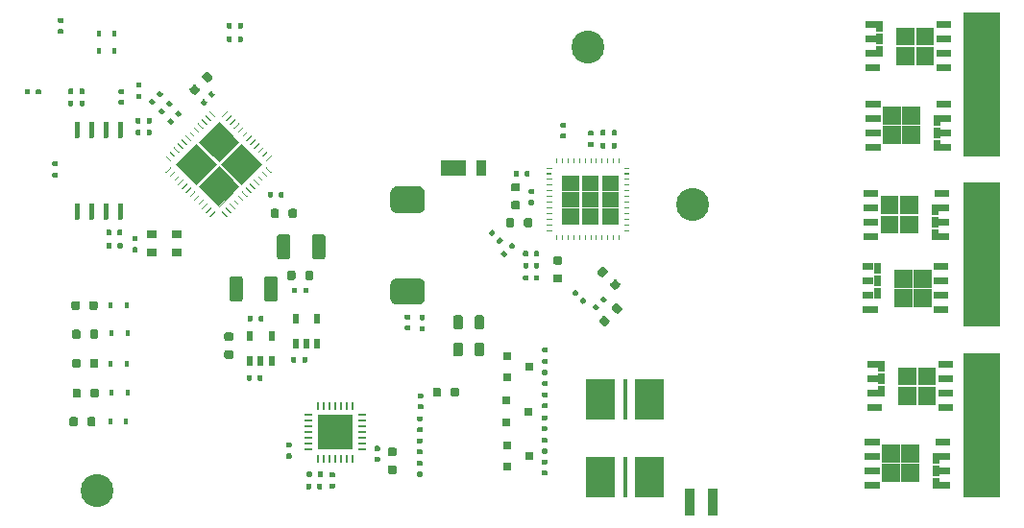
<source format=gtp>
G04 #@! TF.GenerationSoftware,KiCad,Pcbnew,5.1.5-52549c5~84~ubuntu19.10.1*
G04 #@! TF.CreationDate,2019-12-20T00:42:21-05:00*
G04 #@! TF.ProjectId,bldc-controller,626c6463-2d63-46f6-9e74-726f6c6c6572,rev?*
G04 #@! TF.SameCoordinates,Original*
G04 #@! TF.FileFunction,Paste,Top*
G04 #@! TF.FilePolarity,Positive*
%FSLAX46Y46*%
G04 Gerber Fmt 4.6, Leading zero omitted, Abs format (unit mm)*
G04 Created by KiCad (PCBNEW 5.1.5-52549c5~84~ubuntu19.10.1) date 2019-12-20 00:42:21*
%MOMM*%
%LPD*%
G04 APERTURE LIST*
%ADD10C,0.100000*%
%ADD11C,2.897600*%
%ADD12R,0.847600X0.747600*%
%ADD13R,0.497600X0.907600*%
%ADD14R,3.097600X3.097600*%
%ADD15R,0.797600X0.147600*%
%ADD16R,0.147600X0.797600*%
%ADD17R,2.637600X3.517600*%
%ADD18R,0.357600X3.517600*%
%ADD19R,3.287600X12.727600*%
%ADD20R,0.847600X2.347600*%
%ADD21R,0.447600X0.547600*%
%ADD22R,0.897600X1.347600*%
%ADD23R,2.247600X1.347600*%
%ADD24R,0.747600X0.647600*%
G04 APERTURE END LIST*
D10*
G36*
X70991000Y-119670000D02*
G01*
X72361000Y-119670000D01*
X72361000Y-118390000D01*
X70991000Y-118390000D01*
X70991000Y-119670000D01*
G37*
X70991000Y-119670000D02*
X72361000Y-119670000D01*
X72361000Y-118390000D01*
X70991000Y-118390000D01*
X70991000Y-119670000D01*
G36*
X69233000Y-119670000D02*
G01*
X70603000Y-119670000D01*
X70603000Y-118390000D01*
X69233000Y-118390000D01*
X69233000Y-119670000D01*
G37*
X69233000Y-119670000D02*
X70603000Y-119670000D01*
X70603000Y-118390000D01*
X69233000Y-118390000D01*
X69233000Y-119670000D01*
G36*
X67475000Y-119670000D02*
G01*
X68845000Y-119670000D01*
X68845000Y-118390000D01*
X67475000Y-118390000D01*
X67475000Y-119670000D01*
G37*
X67475000Y-119670000D02*
X68845000Y-119670000D01*
X68845000Y-118390000D01*
X67475000Y-118390000D01*
X67475000Y-119670000D01*
G36*
X70991000Y-121150000D02*
G01*
X72361000Y-121150000D01*
X72361000Y-119870000D01*
X70991000Y-119870000D01*
X70991000Y-121150000D01*
G37*
X70991000Y-121150000D02*
X72361000Y-121150000D01*
X72361000Y-119870000D01*
X70991000Y-119870000D01*
X70991000Y-121150000D01*
G36*
X69233000Y-121150000D02*
G01*
X70603000Y-121150000D01*
X70603000Y-119870000D01*
X69233000Y-119870000D01*
X69233000Y-121150000D01*
G37*
X69233000Y-121150000D02*
X70603000Y-121150000D01*
X70603000Y-119870000D01*
X69233000Y-119870000D01*
X69233000Y-121150000D01*
G36*
X67475000Y-121150000D02*
G01*
X68845000Y-121150000D01*
X68845000Y-119870000D01*
X67475000Y-119870000D01*
X67475000Y-121150000D01*
G37*
X67475000Y-121150000D02*
X68845000Y-121150000D01*
X68845000Y-119870000D01*
X67475000Y-119870000D01*
X67475000Y-121150000D01*
G36*
X70991000Y-122630000D02*
G01*
X72361000Y-122630000D01*
X72361000Y-121350000D01*
X70991000Y-121350000D01*
X70991000Y-122630000D01*
G37*
X70991000Y-122630000D02*
X72361000Y-122630000D01*
X72361000Y-121350000D01*
X70991000Y-121350000D01*
X70991000Y-122630000D01*
G36*
X69233000Y-122630000D02*
G01*
X70603000Y-122630000D01*
X70603000Y-121350000D01*
X69233000Y-121350000D01*
X69233000Y-122630000D01*
G37*
X69233000Y-122630000D02*
X70603000Y-122630000D01*
X70603000Y-121350000D01*
X69233000Y-121350000D01*
X69233000Y-122630000D01*
G36*
X67475000Y-122630000D02*
G01*
X68845000Y-122630000D01*
X68845000Y-121350000D01*
X67475000Y-121350000D01*
X67475000Y-122630000D01*
G37*
X67475000Y-122630000D02*
X68845000Y-122630000D01*
X68845000Y-121350000D01*
X67475000Y-121350000D01*
X67475000Y-122630000D01*
G36*
X95520000Y-121750000D02*
G01*
X97020000Y-121750000D01*
X97020000Y-120250000D01*
X95520000Y-120250000D01*
X95520000Y-121750000D01*
G37*
X95520000Y-121750000D02*
X97020000Y-121750000D01*
X97020000Y-120250000D01*
X95520000Y-120250000D01*
X95520000Y-121750000D01*
G36*
X95520000Y-123450000D02*
G01*
X97020000Y-123450000D01*
X97020000Y-121950000D01*
X95520000Y-121950000D01*
X95520000Y-123450000D01*
G37*
X95520000Y-123450000D02*
X97020000Y-123450000D01*
X97020000Y-121950000D01*
X95520000Y-121950000D01*
X95520000Y-123450000D01*
G36*
X97220000Y-123450000D02*
G01*
X98720000Y-123450000D01*
X98720000Y-121950000D01*
X97220000Y-121950000D01*
X97220000Y-123450000D01*
G37*
X97220000Y-123450000D02*
X98720000Y-123450000D01*
X98720000Y-121950000D01*
X97220000Y-121950000D01*
X97220000Y-123450000D01*
G36*
X97220000Y-121750000D02*
G01*
X98720000Y-121750000D01*
X98720000Y-120250000D01*
X97220000Y-120250000D01*
X97220000Y-121750000D01*
G37*
X97220000Y-121750000D02*
X98720000Y-121750000D01*
X98720000Y-120250000D01*
X97220000Y-120250000D01*
X97220000Y-121750000D01*
G36*
X100630000Y-124005000D02*
G01*
X101480000Y-124005000D01*
X101480000Y-123505000D01*
X100630000Y-123505000D01*
X100630000Y-124005000D01*
G37*
X100630000Y-124005000D02*
X101480000Y-124005000D01*
X101480000Y-123505000D01*
X100630000Y-123505000D01*
X100630000Y-124005000D01*
G36*
X100630000Y-122735000D02*
G01*
X101480000Y-122735000D01*
X101480000Y-122235000D01*
X100630000Y-122235000D01*
X100630000Y-122735000D01*
G37*
X100630000Y-122735000D02*
X101480000Y-122735000D01*
X101480000Y-122235000D01*
X100630000Y-122235000D01*
X100630000Y-122735000D01*
G36*
X100630000Y-121465000D02*
G01*
X101480000Y-121465000D01*
X101480000Y-120965000D01*
X100630000Y-120965000D01*
X100630000Y-121465000D01*
G37*
X100630000Y-121465000D02*
X101480000Y-121465000D01*
X101480000Y-120965000D01*
X100630000Y-120965000D01*
X100630000Y-121465000D01*
G36*
X100010000Y-124015000D02*
G01*
X100510000Y-124015000D01*
X100510000Y-123165000D01*
X100010000Y-123165000D01*
X100010000Y-124015000D01*
G37*
X100010000Y-124015000D02*
X100510000Y-124015000D01*
X100510000Y-123165000D01*
X100010000Y-123165000D01*
X100010000Y-124015000D01*
G36*
X100010000Y-121815000D02*
G01*
X100510000Y-121815000D01*
X100510000Y-120965000D01*
X100010000Y-120965000D01*
X100010000Y-121815000D01*
G37*
X100010000Y-121815000D02*
X100510000Y-121815000D01*
X100510000Y-120965000D01*
X100010000Y-120965000D01*
X100010000Y-121815000D01*
G36*
X100010000Y-122915000D02*
G01*
X100510000Y-122915000D01*
X100510000Y-122065000D01*
X100010000Y-122065000D01*
X100010000Y-122915000D01*
G37*
X100010000Y-122915000D02*
X100510000Y-122915000D01*
X100510000Y-122065000D01*
X100010000Y-122065000D01*
X100010000Y-122915000D01*
G36*
X100280000Y-120195000D02*
G01*
X101480000Y-120195000D01*
X101480000Y-119695000D01*
X100280000Y-119695000D01*
X100280000Y-120195000D01*
G37*
X100280000Y-120195000D02*
X101480000Y-120195000D01*
X101480000Y-119695000D01*
X100280000Y-119695000D01*
X100280000Y-120195000D01*
G36*
X94040000Y-120195000D02*
G01*
X95240000Y-120195000D01*
X95240000Y-119695000D01*
X94040000Y-119695000D01*
X94040000Y-120195000D01*
G37*
X94040000Y-120195000D02*
X95240000Y-120195000D01*
X95240000Y-119695000D01*
X94040000Y-119695000D01*
X94040000Y-120195000D01*
G36*
X94040000Y-121465000D02*
G01*
X95240000Y-121465000D01*
X95240000Y-120965000D01*
X94040000Y-120965000D01*
X94040000Y-121465000D01*
G37*
X94040000Y-121465000D02*
X95240000Y-121465000D01*
X95240000Y-120965000D01*
X94040000Y-120965000D01*
X94040000Y-121465000D01*
G36*
X94040000Y-122735000D02*
G01*
X95240000Y-122735000D01*
X95240000Y-122235000D01*
X94040000Y-122235000D01*
X94040000Y-122735000D01*
G37*
X94040000Y-122735000D02*
X95240000Y-122735000D01*
X95240000Y-122235000D01*
X94040000Y-122235000D01*
X94040000Y-122735000D01*
G36*
X94040000Y-124005000D02*
G01*
X95240000Y-124005000D01*
X95240000Y-123505000D01*
X94040000Y-123505000D01*
X94040000Y-124005000D01*
G37*
X94040000Y-124005000D02*
X95240000Y-124005000D01*
X95240000Y-123505000D01*
X94040000Y-123505000D01*
X94040000Y-124005000D01*
G36*
X100140000Y-107070000D02*
G01*
X98640000Y-107070000D01*
X98640000Y-108570000D01*
X100140000Y-108570000D01*
X100140000Y-107070000D01*
G37*
X100140000Y-107070000D02*
X98640000Y-107070000D01*
X98640000Y-108570000D01*
X100140000Y-108570000D01*
X100140000Y-107070000D01*
G36*
X100140000Y-105370000D02*
G01*
X98640000Y-105370000D01*
X98640000Y-106870000D01*
X100140000Y-106870000D01*
X100140000Y-105370000D01*
G37*
X100140000Y-105370000D02*
X98640000Y-105370000D01*
X98640000Y-106870000D01*
X100140000Y-106870000D01*
X100140000Y-105370000D01*
G36*
X98440000Y-105370000D02*
G01*
X96940000Y-105370000D01*
X96940000Y-106870000D01*
X98440000Y-106870000D01*
X98440000Y-105370000D01*
G37*
X98440000Y-105370000D02*
X96940000Y-105370000D01*
X96940000Y-106870000D01*
X98440000Y-106870000D01*
X98440000Y-105370000D01*
G36*
X98440000Y-107070000D02*
G01*
X96940000Y-107070000D01*
X96940000Y-108570000D01*
X98440000Y-108570000D01*
X98440000Y-107070000D01*
G37*
X98440000Y-107070000D02*
X96940000Y-107070000D01*
X96940000Y-108570000D01*
X98440000Y-108570000D01*
X98440000Y-107070000D01*
G36*
X95030000Y-104815000D02*
G01*
X94180000Y-104815000D01*
X94180000Y-105315000D01*
X95030000Y-105315000D01*
X95030000Y-104815000D01*
G37*
X95030000Y-104815000D02*
X94180000Y-104815000D01*
X94180000Y-105315000D01*
X95030000Y-105315000D01*
X95030000Y-104815000D01*
G36*
X95030000Y-106085000D02*
G01*
X94180000Y-106085000D01*
X94180000Y-106585000D01*
X95030000Y-106585000D01*
X95030000Y-106085000D01*
G37*
X95030000Y-106085000D02*
X94180000Y-106085000D01*
X94180000Y-106585000D01*
X95030000Y-106585000D01*
X95030000Y-106085000D01*
G36*
X95030000Y-107355000D02*
G01*
X94180000Y-107355000D01*
X94180000Y-107855000D01*
X95030000Y-107855000D01*
X95030000Y-107355000D01*
G37*
X95030000Y-107355000D02*
X94180000Y-107355000D01*
X94180000Y-107855000D01*
X95030000Y-107855000D01*
X95030000Y-107355000D01*
G36*
X95650000Y-104805000D02*
G01*
X95150000Y-104805000D01*
X95150000Y-105655000D01*
X95650000Y-105655000D01*
X95650000Y-104805000D01*
G37*
X95650000Y-104805000D02*
X95150000Y-104805000D01*
X95150000Y-105655000D01*
X95650000Y-105655000D01*
X95650000Y-104805000D01*
G36*
X95650000Y-107005000D02*
G01*
X95150000Y-107005000D01*
X95150000Y-107855000D01*
X95650000Y-107855000D01*
X95650000Y-107005000D01*
G37*
X95650000Y-107005000D02*
X95150000Y-107005000D01*
X95150000Y-107855000D01*
X95650000Y-107855000D01*
X95650000Y-107005000D01*
G36*
X95650000Y-105905000D02*
G01*
X95150000Y-105905000D01*
X95150000Y-106755000D01*
X95650000Y-106755000D01*
X95650000Y-105905000D01*
G37*
X95650000Y-105905000D02*
X95150000Y-105905000D01*
X95150000Y-106755000D01*
X95650000Y-106755000D01*
X95650000Y-105905000D01*
G36*
X95380000Y-108625000D02*
G01*
X94180000Y-108625000D01*
X94180000Y-109125000D01*
X95380000Y-109125000D01*
X95380000Y-108625000D01*
G37*
X95380000Y-108625000D02*
X94180000Y-108625000D01*
X94180000Y-109125000D01*
X95380000Y-109125000D01*
X95380000Y-108625000D01*
G36*
X101620000Y-108625000D02*
G01*
X100420000Y-108625000D01*
X100420000Y-109125000D01*
X101620000Y-109125000D01*
X101620000Y-108625000D01*
G37*
X101620000Y-108625000D02*
X100420000Y-108625000D01*
X100420000Y-109125000D01*
X101620000Y-109125000D01*
X101620000Y-108625000D01*
G36*
X101620000Y-107355000D02*
G01*
X100420000Y-107355000D01*
X100420000Y-107855000D01*
X101620000Y-107855000D01*
X101620000Y-107355000D01*
G37*
X101620000Y-107355000D02*
X100420000Y-107355000D01*
X100420000Y-107855000D01*
X101620000Y-107855000D01*
X101620000Y-107355000D01*
G36*
X101620000Y-106085000D02*
G01*
X100420000Y-106085000D01*
X100420000Y-106585000D01*
X101620000Y-106585000D01*
X101620000Y-106085000D01*
G37*
X101620000Y-106085000D02*
X100420000Y-106085000D01*
X100420000Y-106585000D01*
X101620000Y-106585000D01*
X101620000Y-106085000D01*
G36*
X101620000Y-104815000D02*
G01*
X100420000Y-104815000D01*
X100420000Y-105315000D01*
X101620000Y-105315000D01*
X101620000Y-104815000D01*
G37*
X101620000Y-104815000D02*
X100420000Y-104815000D01*
X100420000Y-105315000D01*
X101620000Y-105315000D01*
X101620000Y-104815000D01*
G36*
X95700000Y-113870000D02*
G01*
X97200000Y-113870000D01*
X97200000Y-112370000D01*
X95700000Y-112370000D01*
X95700000Y-113870000D01*
G37*
X95700000Y-113870000D02*
X97200000Y-113870000D01*
X97200000Y-112370000D01*
X95700000Y-112370000D01*
X95700000Y-113870000D01*
G36*
X95700000Y-115570000D02*
G01*
X97200000Y-115570000D01*
X97200000Y-114070000D01*
X95700000Y-114070000D01*
X95700000Y-115570000D01*
G37*
X95700000Y-115570000D02*
X97200000Y-115570000D01*
X97200000Y-114070000D01*
X95700000Y-114070000D01*
X95700000Y-115570000D01*
G36*
X97400000Y-115570000D02*
G01*
X98900000Y-115570000D01*
X98900000Y-114070000D01*
X97400000Y-114070000D01*
X97400000Y-115570000D01*
G37*
X97400000Y-115570000D02*
X98900000Y-115570000D01*
X98900000Y-114070000D01*
X97400000Y-114070000D01*
X97400000Y-115570000D01*
G36*
X97400000Y-113870000D02*
G01*
X98900000Y-113870000D01*
X98900000Y-112370000D01*
X97400000Y-112370000D01*
X97400000Y-113870000D01*
G37*
X97400000Y-113870000D02*
X98900000Y-113870000D01*
X98900000Y-112370000D01*
X97400000Y-112370000D01*
X97400000Y-113870000D01*
G36*
X100810000Y-116125000D02*
G01*
X101660000Y-116125000D01*
X101660000Y-115625000D01*
X100810000Y-115625000D01*
X100810000Y-116125000D01*
G37*
X100810000Y-116125000D02*
X101660000Y-116125000D01*
X101660000Y-115625000D01*
X100810000Y-115625000D01*
X100810000Y-116125000D01*
G36*
X100810000Y-114855000D02*
G01*
X101660000Y-114855000D01*
X101660000Y-114355000D01*
X100810000Y-114355000D01*
X100810000Y-114855000D01*
G37*
X100810000Y-114855000D02*
X101660000Y-114855000D01*
X101660000Y-114355000D01*
X100810000Y-114355000D01*
X100810000Y-114855000D01*
G36*
X100810000Y-113585000D02*
G01*
X101660000Y-113585000D01*
X101660000Y-113085000D01*
X100810000Y-113085000D01*
X100810000Y-113585000D01*
G37*
X100810000Y-113585000D02*
X101660000Y-113585000D01*
X101660000Y-113085000D01*
X100810000Y-113085000D01*
X100810000Y-113585000D01*
G36*
X100190000Y-116135000D02*
G01*
X100690000Y-116135000D01*
X100690000Y-115285000D01*
X100190000Y-115285000D01*
X100190000Y-116135000D01*
G37*
X100190000Y-116135000D02*
X100690000Y-116135000D01*
X100690000Y-115285000D01*
X100190000Y-115285000D01*
X100190000Y-116135000D01*
G36*
X100190000Y-113935000D02*
G01*
X100690000Y-113935000D01*
X100690000Y-113085000D01*
X100190000Y-113085000D01*
X100190000Y-113935000D01*
G37*
X100190000Y-113935000D02*
X100690000Y-113935000D01*
X100690000Y-113085000D01*
X100190000Y-113085000D01*
X100190000Y-113935000D01*
G36*
X100190000Y-115035000D02*
G01*
X100690000Y-115035000D01*
X100690000Y-114185000D01*
X100190000Y-114185000D01*
X100190000Y-115035000D01*
G37*
X100190000Y-115035000D02*
X100690000Y-115035000D01*
X100690000Y-114185000D01*
X100190000Y-114185000D01*
X100190000Y-115035000D01*
G36*
X100460000Y-112315000D02*
G01*
X101660000Y-112315000D01*
X101660000Y-111815000D01*
X100460000Y-111815000D01*
X100460000Y-112315000D01*
G37*
X100460000Y-112315000D02*
X101660000Y-112315000D01*
X101660000Y-111815000D01*
X100460000Y-111815000D01*
X100460000Y-112315000D01*
G36*
X94220000Y-112315000D02*
G01*
X95420000Y-112315000D01*
X95420000Y-111815000D01*
X94220000Y-111815000D01*
X94220000Y-112315000D01*
G37*
X94220000Y-112315000D02*
X95420000Y-112315000D01*
X95420000Y-111815000D01*
X94220000Y-111815000D01*
X94220000Y-112315000D01*
G36*
X94220000Y-113585000D02*
G01*
X95420000Y-113585000D01*
X95420000Y-113085000D01*
X94220000Y-113085000D01*
X94220000Y-113585000D01*
G37*
X94220000Y-113585000D02*
X95420000Y-113585000D01*
X95420000Y-113085000D01*
X94220000Y-113085000D01*
X94220000Y-113585000D01*
G36*
X94220000Y-114855000D02*
G01*
X95420000Y-114855000D01*
X95420000Y-114355000D01*
X94220000Y-114355000D01*
X94220000Y-114855000D01*
G37*
X94220000Y-114855000D02*
X95420000Y-114855000D01*
X95420000Y-114355000D01*
X94220000Y-114355000D01*
X94220000Y-114855000D01*
G36*
X94220000Y-116125000D02*
G01*
X95420000Y-116125000D01*
X95420000Y-115625000D01*
X94220000Y-115625000D01*
X94220000Y-116125000D01*
G37*
X94220000Y-116125000D02*
X95420000Y-116125000D01*
X95420000Y-115625000D01*
X94220000Y-115625000D01*
X94220000Y-116125000D01*
G36*
X99930000Y-128410000D02*
G01*
X98430000Y-128410000D01*
X98430000Y-129910000D01*
X99930000Y-129910000D01*
X99930000Y-128410000D01*
G37*
X99930000Y-128410000D02*
X98430000Y-128410000D01*
X98430000Y-129910000D01*
X99930000Y-129910000D01*
X99930000Y-128410000D01*
G36*
X99930000Y-126710000D02*
G01*
X98430000Y-126710000D01*
X98430000Y-128210000D01*
X99930000Y-128210000D01*
X99930000Y-126710000D01*
G37*
X99930000Y-126710000D02*
X98430000Y-126710000D01*
X98430000Y-128210000D01*
X99930000Y-128210000D01*
X99930000Y-126710000D01*
G36*
X98230000Y-126710000D02*
G01*
X96730000Y-126710000D01*
X96730000Y-128210000D01*
X98230000Y-128210000D01*
X98230000Y-126710000D01*
G37*
X98230000Y-126710000D02*
X96730000Y-126710000D01*
X96730000Y-128210000D01*
X98230000Y-128210000D01*
X98230000Y-126710000D01*
G36*
X98230000Y-128410000D02*
G01*
X96730000Y-128410000D01*
X96730000Y-129910000D01*
X98230000Y-129910000D01*
X98230000Y-128410000D01*
G37*
X98230000Y-128410000D02*
X96730000Y-128410000D01*
X96730000Y-129910000D01*
X98230000Y-129910000D01*
X98230000Y-128410000D01*
G36*
X94820000Y-126155000D02*
G01*
X93970000Y-126155000D01*
X93970000Y-126655000D01*
X94820000Y-126655000D01*
X94820000Y-126155000D01*
G37*
X94820000Y-126155000D02*
X93970000Y-126155000D01*
X93970000Y-126655000D01*
X94820000Y-126655000D01*
X94820000Y-126155000D01*
G36*
X94820000Y-127425000D02*
G01*
X93970000Y-127425000D01*
X93970000Y-127925000D01*
X94820000Y-127925000D01*
X94820000Y-127425000D01*
G37*
X94820000Y-127425000D02*
X93970000Y-127425000D01*
X93970000Y-127925000D01*
X94820000Y-127925000D01*
X94820000Y-127425000D01*
G36*
X94820000Y-128695000D02*
G01*
X93970000Y-128695000D01*
X93970000Y-129195000D01*
X94820000Y-129195000D01*
X94820000Y-128695000D01*
G37*
X94820000Y-128695000D02*
X93970000Y-128695000D01*
X93970000Y-129195000D01*
X94820000Y-129195000D01*
X94820000Y-128695000D01*
G36*
X95440000Y-126145000D02*
G01*
X94940000Y-126145000D01*
X94940000Y-126995000D01*
X95440000Y-126995000D01*
X95440000Y-126145000D01*
G37*
X95440000Y-126145000D02*
X94940000Y-126145000D01*
X94940000Y-126995000D01*
X95440000Y-126995000D01*
X95440000Y-126145000D01*
G36*
X95440000Y-128345000D02*
G01*
X94940000Y-128345000D01*
X94940000Y-129195000D01*
X95440000Y-129195000D01*
X95440000Y-128345000D01*
G37*
X95440000Y-128345000D02*
X94940000Y-128345000D01*
X94940000Y-129195000D01*
X95440000Y-129195000D01*
X95440000Y-128345000D01*
G36*
X95440000Y-127245000D02*
G01*
X94940000Y-127245000D01*
X94940000Y-128095000D01*
X95440000Y-128095000D01*
X95440000Y-127245000D01*
G37*
X95440000Y-127245000D02*
X94940000Y-127245000D01*
X94940000Y-128095000D01*
X95440000Y-128095000D01*
X95440000Y-127245000D01*
G36*
X95170000Y-129965000D02*
G01*
X93970000Y-129965000D01*
X93970000Y-130465000D01*
X95170000Y-130465000D01*
X95170000Y-129965000D01*
G37*
X95170000Y-129965000D02*
X93970000Y-129965000D01*
X93970000Y-130465000D01*
X95170000Y-130465000D01*
X95170000Y-129965000D01*
G36*
X101410000Y-129965000D02*
G01*
X100210000Y-129965000D01*
X100210000Y-130465000D01*
X101410000Y-130465000D01*
X101410000Y-129965000D01*
G37*
X101410000Y-129965000D02*
X100210000Y-129965000D01*
X100210000Y-130465000D01*
X101410000Y-130465000D01*
X101410000Y-129965000D01*
G36*
X101410000Y-128695000D02*
G01*
X100210000Y-128695000D01*
X100210000Y-129195000D01*
X101410000Y-129195000D01*
X101410000Y-128695000D01*
G37*
X101410000Y-128695000D02*
X100210000Y-128695000D01*
X100210000Y-129195000D01*
X101410000Y-129195000D01*
X101410000Y-128695000D01*
G36*
X101410000Y-127425000D02*
G01*
X100210000Y-127425000D01*
X100210000Y-127925000D01*
X101410000Y-127925000D01*
X101410000Y-127425000D01*
G37*
X101410000Y-127425000D02*
X100210000Y-127425000D01*
X100210000Y-127925000D01*
X101410000Y-127925000D01*
X101410000Y-127425000D01*
G36*
X101410000Y-126155000D02*
G01*
X100210000Y-126155000D01*
X100210000Y-126655000D01*
X101410000Y-126655000D01*
X101410000Y-126155000D01*
G37*
X101410000Y-126155000D02*
X100210000Y-126155000D01*
X100210000Y-126655000D01*
X101410000Y-126655000D01*
X101410000Y-126155000D01*
G36*
X100310000Y-137040000D02*
G01*
X98810000Y-137040000D01*
X98810000Y-138540000D01*
X100310000Y-138540000D01*
X100310000Y-137040000D01*
G37*
X100310000Y-137040000D02*
X98810000Y-137040000D01*
X98810000Y-138540000D01*
X100310000Y-138540000D01*
X100310000Y-137040000D01*
G36*
X100310000Y-135340000D02*
G01*
X98810000Y-135340000D01*
X98810000Y-136840000D01*
X100310000Y-136840000D01*
X100310000Y-135340000D01*
G37*
X100310000Y-135340000D02*
X98810000Y-135340000D01*
X98810000Y-136840000D01*
X100310000Y-136840000D01*
X100310000Y-135340000D01*
G36*
X98610000Y-135340000D02*
G01*
X97110000Y-135340000D01*
X97110000Y-136840000D01*
X98610000Y-136840000D01*
X98610000Y-135340000D01*
G37*
X98610000Y-135340000D02*
X97110000Y-135340000D01*
X97110000Y-136840000D01*
X98610000Y-136840000D01*
X98610000Y-135340000D01*
G36*
X98610000Y-137040000D02*
G01*
X97110000Y-137040000D01*
X97110000Y-138540000D01*
X98610000Y-138540000D01*
X98610000Y-137040000D01*
G37*
X98610000Y-137040000D02*
X97110000Y-137040000D01*
X97110000Y-138540000D01*
X98610000Y-138540000D01*
X98610000Y-137040000D01*
G36*
X95200000Y-134785000D02*
G01*
X94350000Y-134785000D01*
X94350000Y-135285000D01*
X95200000Y-135285000D01*
X95200000Y-134785000D01*
G37*
X95200000Y-134785000D02*
X94350000Y-134785000D01*
X94350000Y-135285000D01*
X95200000Y-135285000D01*
X95200000Y-134785000D01*
G36*
X95200000Y-136055000D02*
G01*
X94350000Y-136055000D01*
X94350000Y-136555000D01*
X95200000Y-136555000D01*
X95200000Y-136055000D01*
G37*
X95200000Y-136055000D02*
X94350000Y-136055000D01*
X94350000Y-136555000D01*
X95200000Y-136555000D01*
X95200000Y-136055000D01*
G36*
X95200000Y-137325000D02*
G01*
X94350000Y-137325000D01*
X94350000Y-137825000D01*
X95200000Y-137825000D01*
X95200000Y-137325000D01*
G37*
X95200000Y-137325000D02*
X94350000Y-137325000D01*
X94350000Y-137825000D01*
X95200000Y-137825000D01*
X95200000Y-137325000D01*
G36*
X95820000Y-134775000D02*
G01*
X95320000Y-134775000D01*
X95320000Y-135625000D01*
X95820000Y-135625000D01*
X95820000Y-134775000D01*
G37*
X95820000Y-134775000D02*
X95320000Y-134775000D01*
X95320000Y-135625000D01*
X95820000Y-135625000D01*
X95820000Y-134775000D01*
G36*
X95820000Y-136975000D02*
G01*
X95320000Y-136975000D01*
X95320000Y-137825000D01*
X95820000Y-137825000D01*
X95820000Y-136975000D01*
G37*
X95820000Y-136975000D02*
X95320000Y-136975000D01*
X95320000Y-137825000D01*
X95820000Y-137825000D01*
X95820000Y-136975000D01*
G36*
X95820000Y-135875000D02*
G01*
X95320000Y-135875000D01*
X95320000Y-136725000D01*
X95820000Y-136725000D01*
X95820000Y-135875000D01*
G37*
X95820000Y-135875000D02*
X95320000Y-135875000D01*
X95320000Y-136725000D01*
X95820000Y-136725000D01*
X95820000Y-135875000D01*
G36*
X95550000Y-138595000D02*
G01*
X94350000Y-138595000D01*
X94350000Y-139095000D01*
X95550000Y-139095000D01*
X95550000Y-138595000D01*
G37*
X95550000Y-138595000D02*
X94350000Y-138595000D01*
X94350000Y-139095000D01*
X95550000Y-139095000D01*
X95550000Y-138595000D01*
G36*
X101790000Y-138595000D02*
G01*
X100590000Y-138595000D01*
X100590000Y-139095000D01*
X101790000Y-139095000D01*
X101790000Y-138595000D01*
G37*
X101790000Y-138595000D02*
X100590000Y-138595000D01*
X100590000Y-139095000D01*
X101790000Y-139095000D01*
X101790000Y-138595000D01*
G36*
X101790000Y-137325000D02*
G01*
X100590000Y-137325000D01*
X100590000Y-137825000D01*
X101790000Y-137825000D01*
X101790000Y-137325000D01*
G37*
X101790000Y-137325000D02*
X100590000Y-137325000D01*
X100590000Y-137825000D01*
X101790000Y-137825000D01*
X101790000Y-137325000D01*
G36*
X101790000Y-136055000D02*
G01*
X100590000Y-136055000D01*
X100590000Y-136555000D01*
X101790000Y-136555000D01*
X101790000Y-136055000D01*
G37*
X101790000Y-136055000D02*
X100590000Y-136055000D01*
X100590000Y-136555000D01*
X101790000Y-136555000D01*
X101790000Y-136055000D01*
G36*
X101790000Y-134785000D02*
G01*
X100590000Y-134785000D01*
X100590000Y-135285000D01*
X101790000Y-135285000D01*
X101790000Y-134785000D01*
G37*
X101790000Y-134785000D02*
X100590000Y-134785000D01*
X100590000Y-135285000D01*
X101790000Y-135285000D01*
X101790000Y-134785000D01*
G36*
X95620000Y-143650000D02*
G01*
X97120000Y-143650000D01*
X97120000Y-142150000D01*
X95620000Y-142150000D01*
X95620000Y-143650000D01*
G37*
X95620000Y-143650000D02*
X97120000Y-143650000D01*
X97120000Y-142150000D01*
X95620000Y-142150000D01*
X95620000Y-143650000D01*
G36*
X95620000Y-145350000D02*
G01*
X97120000Y-145350000D01*
X97120000Y-143850000D01*
X95620000Y-143850000D01*
X95620000Y-145350000D01*
G37*
X95620000Y-145350000D02*
X97120000Y-145350000D01*
X97120000Y-143850000D01*
X95620000Y-143850000D01*
X95620000Y-145350000D01*
G36*
X97320000Y-145350000D02*
G01*
X98820000Y-145350000D01*
X98820000Y-143850000D01*
X97320000Y-143850000D01*
X97320000Y-145350000D01*
G37*
X97320000Y-145350000D02*
X98820000Y-145350000D01*
X98820000Y-143850000D01*
X97320000Y-143850000D01*
X97320000Y-145350000D01*
G36*
X97320000Y-143650000D02*
G01*
X98820000Y-143650000D01*
X98820000Y-142150000D01*
X97320000Y-142150000D01*
X97320000Y-143650000D01*
G37*
X97320000Y-143650000D02*
X98820000Y-143650000D01*
X98820000Y-142150000D01*
X97320000Y-142150000D01*
X97320000Y-143650000D01*
G36*
X100730000Y-145905000D02*
G01*
X101580000Y-145905000D01*
X101580000Y-145405000D01*
X100730000Y-145405000D01*
X100730000Y-145905000D01*
G37*
X100730000Y-145905000D02*
X101580000Y-145905000D01*
X101580000Y-145405000D01*
X100730000Y-145405000D01*
X100730000Y-145905000D01*
G36*
X100730000Y-144635000D02*
G01*
X101580000Y-144635000D01*
X101580000Y-144135000D01*
X100730000Y-144135000D01*
X100730000Y-144635000D01*
G37*
X100730000Y-144635000D02*
X101580000Y-144635000D01*
X101580000Y-144135000D01*
X100730000Y-144135000D01*
X100730000Y-144635000D01*
G36*
X100730000Y-143365000D02*
G01*
X101580000Y-143365000D01*
X101580000Y-142865000D01*
X100730000Y-142865000D01*
X100730000Y-143365000D01*
G37*
X100730000Y-143365000D02*
X101580000Y-143365000D01*
X101580000Y-142865000D01*
X100730000Y-142865000D01*
X100730000Y-143365000D01*
G36*
X100110000Y-145915000D02*
G01*
X100610000Y-145915000D01*
X100610000Y-145065000D01*
X100110000Y-145065000D01*
X100110000Y-145915000D01*
G37*
X100110000Y-145915000D02*
X100610000Y-145915000D01*
X100610000Y-145065000D01*
X100110000Y-145065000D01*
X100110000Y-145915000D01*
G36*
X100110000Y-143715000D02*
G01*
X100610000Y-143715000D01*
X100610000Y-142865000D01*
X100110000Y-142865000D01*
X100110000Y-143715000D01*
G37*
X100110000Y-143715000D02*
X100610000Y-143715000D01*
X100610000Y-142865000D01*
X100110000Y-142865000D01*
X100110000Y-143715000D01*
G36*
X100110000Y-144815000D02*
G01*
X100610000Y-144815000D01*
X100610000Y-143965000D01*
X100110000Y-143965000D01*
X100110000Y-144815000D01*
G37*
X100110000Y-144815000D02*
X100610000Y-144815000D01*
X100610000Y-143965000D01*
X100110000Y-143965000D01*
X100110000Y-144815000D01*
G36*
X100380000Y-142095000D02*
G01*
X101580000Y-142095000D01*
X101580000Y-141595000D01*
X100380000Y-141595000D01*
X100380000Y-142095000D01*
G37*
X100380000Y-142095000D02*
X101580000Y-142095000D01*
X101580000Y-141595000D01*
X100380000Y-141595000D01*
X100380000Y-142095000D01*
G36*
X94140000Y-142095000D02*
G01*
X95340000Y-142095000D01*
X95340000Y-141595000D01*
X94140000Y-141595000D01*
X94140000Y-142095000D01*
G37*
X94140000Y-142095000D02*
X95340000Y-142095000D01*
X95340000Y-141595000D01*
X94140000Y-141595000D01*
X94140000Y-142095000D01*
G36*
X94140000Y-143365000D02*
G01*
X95340000Y-143365000D01*
X95340000Y-142865000D01*
X94140000Y-142865000D01*
X94140000Y-143365000D01*
G37*
X94140000Y-143365000D02*
X95340000Y-143365000D01*
X95340000Y-142865000D01*
X94140000Y-142865000D01*
X94140000Y-143365000D01*
G36*
X94140000Y-144635000D02*
G01*
X95340000Y-144635000D01*
X95340000Y-144135000D01*
X94140000Y-144135000D01*
X94140000Y-144635000D01*
G37*
X94140000Y-144635000D02*
X95340000Y-144635000D01*
X95340000Y-144135000D01*
X94140000Y-144135000D01*
X94140000Y-144635000D01*
G36*
X94140000Y-145905000D02*
G01*
X95340000Y-145905000D01*
X95340000Y-145405000D01*
X94140000Y-145405000D01*
X94140000Y-145905000D01*
G37*
X94140000Y-145905000D02*
X95340000Y-145905000D01*
X95340000Y-145405000D01*
X94140000Y-145405000D01*
X94140000Y-145905000D01*
G36*
X37170000Y-117622132D02*
G01*
X35402233Y-119389899D01*
X37170000Y-121157666D01*
X38937767Y-119389899D01*
X37170000Y-117622132D01*
G37*
X37170000Y-117622132D02*
X35402233Y-119389899D01*
X37170000Y-121157666D01*
X38937767Y-119389899D01*
X37170000Y-117622132D01*
G36*
X35190101Y-115642233D02*
G01*
X33422334Y-117410000D01*
X35190101Y-119177767D01*
X36957868Y-117410000D01*
X35190101Y-115642233D01*
G37*
X35190101Y-115642233D02*
X33422334Y-117410000D01*
X35190101Y-119177767D01*
X36957868Y-117410000D01*
X35190101Y-115642233D01*
G36*
X37170000Y-113662334D02*
G01*
X35402233Y-115430101D01*
X37170000Y-117197868D01*
X38937767Y-115430101D01*
X37170000Y-113662334D01*
G37*
X37170000Y-113662334D02*
X35402233Y-115430101D01*
X37170000Y-117197868D01*
X38937767Y-115430101D01*
X37170000Y-113662334D01*
G36*
X39149899Y-115642233D02*
G01*
X37382132Y-117410000D01*
X39149899Y-119177767D01*
X40917666Y-117410000D01*
X39149899Y-115642233D01*
G37*
X39149899Y-115642233D02*
X37382132Y-117410000D01*
X39149899Y-119177767D01*
X40917666Y-117410000D01*
X39149899Y-115642233D01*
D11*
X69750000Y-107125000D03*
X78925000Y-121000000D03*
X26425000Y-146225000D03*
D10*
G36*
X66537340Y-123216288D02*
G01*
X66539111Y-123216551D01*
X66540848Y-123216986D01*
X66542535Y-123217589D01*
X66544154Y-123218355D01*
X66545690Y-123219276D01*
X66547128Y-123220342D01*
X66548455Y-123221545D01*
X66549658Y-123222872D01*
X66550724Y-123224310D01*
X66551645Y-123225846D01*
X66552411Y-123227465D01*
X66553014Y-123229152D01*
X66553449Y-123230889D01*
X66553712Y-123232660D01*
X66553800Y-123234449D01*
X66553800Y-123285551D01*
X66553712Y-123287340D01*
X66553449Y-123289111D01*
X66553014Y-123290848D01*
X66552411Y-123292535D01*
X66551645Y-123294154D01*
X66550724Y-123295690D01*
X66549658Y-123297128D01*
X66548455Y-123298455D01*
X66547128Y-123299658D01*
X66545690Y-123300724D01*
X66544154Y-123301645D01*
X66542535Y-123302411D01*
X66540848Y-123303014D01*
X66539111Y-123303449D01*
X66537340Y-123303712D01*
X66535551Y-123303800D01*
X66124449Y-123303800D01*
X66122660Y-123303712D01*
X66120889Y-123303449D01*
X66119152Y-123303014D01*
X66117465Y-123302411D01*
X66115846Y-123301645D01*
X66114310Y-123300724D01*
X66112872Y-123299658D01*
X66111545Y-123298455D01*
X66110342Y-123297128D01*
X66109276Y-123295690D01*
X66108355Y-123294154D01*
X66107589Y-123292535D01*
X66106986Y-123290848D01*
X66106551Y-123289111D01*
X66106288Y-123287340D01*
X66106200Y-123285551D01*
X66106200Y-123234449D01*
X66106288Y-123232660D01*
X66106551Y-123230889D01*
X66106986Y-123229152D01*
X66107589Y-123227465D01*
X66108355Y-123225846D01*
X66109276Y-123224310D01*
X66110342Y-123222872D01*
X66111545Y-123221545D01*
X66112872Y-123220342D01*
X66114310Y-123219276D01*
X66115846Y-123218355D01*
X66117465Y-123217589D01*
X66119152Y-123216986D01*
X66120889Y-123216551D01*
X66122660Y-123216288D01*
X66124449Y-123216200D01*
X66535551Y-123216200D01*
X66537340Y-123216288D01*
G37*
G36*
X66537340Y-122716288D02*
G01*
X66539111Y-122716551D01*
X66540848Y-122716986D01*
X66542535Y-122717589D01*
X66544154Y-122718355D01*
X66545690Y-122719276D01*
X66547128Y-122720342D01*
X66548455Y-122721545D01*
X66549658Y-122722872D01*
X66550724Y-122724310D01*
X66551645Y-122725846D01*
X66552411Y-122727465D01*
X66553014Y-122729152D01*
X66553449Y-122730889D01*
X66553712Y-122732660D01*
X66553800Y-122734449D01*
X66553800Y-122785551D01*
X66553712Y-122787340D01*
X66553449Y-122789111D01*
X66553014Y-122790848D01*
X66552411Y-122792535D01*
X66551645Y-122794154D01*
X66550724Y-122795690D01*
X66549658Y-122797128D01*
X66548455Y-122798455D01*
X66547128Y-122799658D01*
X66545690Y-122800724D01*
X66544154Y-122801645D01*
X66542535Y-122802411D01*
X66540848Y-122803014D01*
X66539111Y-122803449D01*
X66537340Y-122803712D01*
X66535551Y-122803800D01*
X66124449Y-122803800D01*
X66122660Y-122803712D01*
X66120889Y-122803449D01*
X66119152Y-122803014D01*
X66117465Y-122802411D01*
X66115846Y-122801645D01*
X66114310Y-122800724D01*
X66112872Y-122799658D01*
X66111545Y-122798455D01*
X66110342Y-122797128D01*
X66109276Y-122795690D01*
X66108355Y-122794154D01*
X66107589Y-122792535D01*
X66106986Y-122790848D01*
X66106551Y-122789111D01*
X66106288Y-122787340D01*
X66106200Y-122785551D01*
X66106200Y-122734449D01*
X66106288Y-122732660D01*
X66106551Y-122730889D01*
X66106986Y-122729152D01*
X66107589Y-122727465D01*
X66108355Y-122725846D01*
X66109276Y-122724310D01*
X66110342Y-122722872D01*
X66111545Y-122721545D01*
X66112872Y-122720342D01*
X66114310Y-122719276D01*
X66115846Y-122718355D01*
X66117465Y-122717589D01*
X66119152Y-122716986D01*
X66120889Y-122716551D01*
X66122660Y-122716288D01*
X66124449Y-122716200D01*
X66535551Y-122716200D01*
X66537340Y-122716288D01*
G37*
G36*
X66537340Y-122216288D02*
G01*
X66539111Y-122216551D01*
X66540848Y-122216986D01*
X66542535Y-122217589D01*
X66544154Y-122218355D01*
X66545690Y-122219276D01*
X66547128Y-122220342D01*
X66548455Y-122221545D01*
X66549658Y-122222872D01*
X66550724Y-122224310D01*
X66551645Y-122225846D01*
X66552411Y-122227465D01*
X66553014Y-122229152D01*
X66553449Y-122230889D01*
X66553712Y-122232660D01*
X66553800Y-122234449D01*
X66553800Y-122285551D01*
X66553712Y-122287340D01*
X66553449Y-122289111D01*
X66553014Y-122290848D01*
X66552411Y-122292535D01*
X66551645Y-122294154D01*
X66550724Y-122295690D01*
X66549658Y-122297128D01*
X66548455Y-122298455D01*
X66547128Y-122299658D01*
X66545690Y-122300724D01*
X66544154Y-122301645D01*
X66542535Y-122302411D01*
X66540848Y-122303014D01*
X66539111Y-122303449D01*
X66537340Y-122303712D01*
X66535551Y-122303800D01*
X66124449Y-122303800D01*
X66122660Y-122303712D01*
X66120889Y-122303449D01*
X66119152Y-122303014D01*
X66117465Y-122302411D01*
X66115846Y-122301645D01*
X66114310Y-122300724D01*
X66112872Y-122299658D01*
X66111545Y-122298455D01*
X66110342Y-122297128D01*
X66109276Y-122295690D01*
X66108355Y-122294154D01*
X66107589Y-122292535D01*
X66106986Y-122290848D01*
X66106551Y-122289111D01*
X66106288Y-122287340D01*
X66106200Y-122285551D01*
X66106200Y-122234449D01*
X66106288Y-122232660D01*
X66106551Y-122230889D01*
X66106986Y-122229152D01*
X66107589Y-122227465D01*
X66108355Y-122225846D01*
X66109276Y-122224310D01*
X66110342Y-122222872D01*
X66111545Y-122221545D01*
X66112872Y-122220342D01*
X66114310Y-122219276D01*
X66115846Y-122218355D01*
X66117465Y-122217589D01*
X66119152Y-122216986D01*
X66120889Y-122216551D01*
X66122660Y-122216288D01*
X66124449Y-122216200D01*
X66535551Y-122216200D01*
X66537340Y-122216288D01*
G37*
G36*
X66537340Y-121716288D02*
G01*
X66539111Y-121716551D01*
X66540848Y-121716986D01*
X66542535Y-121717589D01*
X66544154Y-121718355D01*
X66545690Y-121719276D01*
X66547128Y-121720342D01*
X66548455Y-121721545D01*
X66549658Y-121722872D01*
X66550724Y-121724310D01*
X66551645Y-121725846D01*
X66552411Y-121727465D01*
X66553014Y-121729152D01*
X66553449Y-121730889D01*
X66553712Y-121732660D01*
X66553800Y-121734449D01*
X66553800Y-121785551D01*
X66553712Y-121787340D01*
X66553449Y-121789111D01*
X66553014Y-121790848D01*
X66552411Y-121792535D01*
X66551645Y-121794154D01*
X66550724Y-121795690D01*
X66549658Y-121797128D01*
X66548455Y-121798455D01*
X66547128Y-121799658D01*
X66545690Y-121800724D01*
X66544154Y-121801645D01*
X66542535Y-121802411D01*
X66540848Y-121803014D01*
X66539111Y-121803449D01*
X66537340Y-121803712D01*
X66535551Y-121803800D01*
X66124449Y-121803800D01*
X66122660Y-121803712D01*
X66120889Y-121803449D01*
X66119152Y-121803014D01*
X66117465Y-121802411D01*
X66115846Y-121801645D01*
X66114310Y-121800724D01*
X66112872Y-121799658D01*
X66111545Y-121798455D01*
X66110342Y-121797128D01*
X66109276Y-121795690D01*
X66108355Y-121794154D01*
X66107589Y-121792535D01*
X66106986Y-121790848D01*
X66106551Y-121789111D01*
X66106288Y-121787340D01*
X66106200Y-121785551D01*
X66106200Y-121734449D01*
X66106288Y-121732660D01*
X66106551Y-121730889D01*
X66106986Y-121729152D01*
X66107589Y-121727465D01*
X66108355Y-121725846D01*
X66109276Y-121724310D01*
X66110342Y-121722872D01*
X66111545Y-121721545D01*
X66112872Y-121720342D01*
X66114310Y-121719276D01*
X66115846Y-121718355D01*
X66117465Y-121717589D01*
X66119152Y-121716986D01*
X66120889Y-121716551D01*
X66122660Y-121716288D01*
X66124449Y-121716200D01*
X66535551Y-121716200D01*
X66537340Y-121716288D01*
G37*
G36*
X66537340Y-121216288D02*
G01*
X66539111Y-121216551D01*
X66540848Y-121216986D01*
X66542535Y-121217589D01*
X66544154Y-121218355D01*
X66545690Y-121219276D01*
X66547128Y-121220342D01*
X66548455Y-121221545D01*
X66549658Y-121222872D01*
X66550724Y-121224310D01*
X66551645Y-121225846D01*
X66552411Y-121227465D01*
X66553014Y-121229152D01*
X66553449Y-121230889D01*
X66553712Y-121232660D01*
X66553800Y-121234449D01*
X66553800Y-121285551D01*
X66553712Y-121287340D01*
X66553449Y-121289111D01*
X66553014Y-121290848D01*
X66552411Y-121292535D01*
X66551645Y-121294154D01*
X66550724Y-121295690D01*
X66549658Y-121297128D01*
X66548455Y-121298455D01*
X66547128Y-121299658D01*
X66545690Y-121300724D01*
X66544154Y-121301645D01*
X66542535Y-121302411D01*
X66540848Y-121303014D01*
X66539111Y-121303449D01*
X66537340Y-121303712D01*
X66535551Y-121303800D01*
X66124449Y-121303800D01*
X66122660Y-121303712D01*
X66120889Y-121303449D01*
X66119152Y-121303014D01*
X66117465Y-121302411D01*
X66115846Y-121301645D01*
X66114310Y-121300724D01*
X66112872Y-121299658D01*
X66111545Y-121298455D01*
X66110342Y-121297128D01*
X66109276Y-121295690D01*
X66108355Y-121294154D01*
X66107589Y-121292535D01*
X66106986Y-121290848D01*
X66106551Y-121289111D01*
X66106288Y-121287340D01*
X66106200Y-121285551D01*
X66106200Y-121234449D01*
X66106288Y-121232660D01*
X66106551Y-121230889D01*
X66106986Y-121229152D01*
X66107589Y-121227465D01*
X66108355Y-121225846D01*
X66109276Y-121224310D01*
X66110342Y-121222872D01*
X66111545Y-121221545D01*
X66112872Y-121220342D01*
X66114310Y-121219276D01*
X66115846Y-121218355D01*
X66117465Y-121217589D01*
X66119152Y-121216986D01*
X66120889Y-121216551D01*
X66122660Y-121216288D01*
X66124449Y-121216200D01*
X66535551Y-121216200D01*
X66537340Y-121216288D01*
G37*
G36*
X66537340Y-120716288D02*
G01*
X66539111Y-120716551D01*
X66540848Y-120716986D01*
X66542535Y-120717589D01*
X66544154Y-120718355D01*
X66545690Y-120719276D01*
X66547128Y-120720342D01*
X66548455Y-120721545D01*
X66549658Y-120722872D01*
X66550724Y-120724310D01*
X66551645Y-120725846D01*
X66552411Y-120727465D01*
X66553014Y-120729152D01*
X66553449Y-120730889D01*
X66553712Y-120732660D01*
X66553800Y-120734449D01*
X66553800Y-120785551D01*
X66553712Y-120787340D01*
X66553449Y-120789111D01*
X66553014Y-120790848D01*
X66552411Y-120792535D01*
X66551645Y-120794154D01*
X66550724Y-120795690D01*
X66549658Y-120797128D01*
X66548455Y-120798455D01*
X66547128Y-120799658D01*
X66545690Y-120800724D01*
X66544154Y-120801645D01*
X66542535Y-120802411D01*
X66540848Y-120803014D01*
X66539111Y-120803449D01*
X66537340Y-120803712D01*
X66535551Y-120803800D01*
X66124449Y-120803800D01*
X66122660Y-120803712D01*
X66120889Y-120803449D01*
X66119152Y-120803014D01*
X66117465Y-120802411D01*
X66115846Y-120801645D01*
X66114310Y-120800724D01*
X66112872Y-120799658D01*
X66111545Y-120798455D01*
X66110342Y-120797128D01*
X66109276Y-120795690D01*
X66108355Y-120794154D01*
X66107589Y-120792535D01*
X66106986Y-120790848D01*
X66106551Y-120789111D01*
X66106288Y-120787340D01*
X66106200Y-120785551D01*
X66106200Y-120734449D01*
X66106288Y-120732660D01*
X66106551Y-120730889D01*
X66106986Y-120729152D01*
X66107589Y-120727465D01*
X66108355Y-120725846D01*
X66109276Y-120724310D01*
X66110342Y-120722872D01*
X66111545Y-120721545D01*
X66112872Y-120720342D01*
X66114310Y-120719276D01*
X66115846Y-120718355D01*
X66117465Y-120717589D01*
X66119152Y-120716986D01*
X66120889Y-120716551D01*
X66122660Y-120716288D01*
X66124449Y-120716200D01*
X66535551Y-120716200D01*
X66537340Y-120716288D01*
G37*
G36*
X66537340Y-120216288D02*
G01*
X66539111Y-120216551D01*
X66540848Y-120216986D01*
X66542535Y-120217589D01*
X66544154Y-120218355D01*
X66545690Y-120219276D01*
X66547128Y-120220342D01*
X66548455Y-120221545D01*
X66549658Y-120222872D01*
X66550724Y-120224310D01*
X66551645Y-120225846D01*
X66552411Y-120227465D01*
X66553014Y-120229152D01*
X66553449Y-120230889D01*
X66553712Y-120232660D01*
X66553800Y-120234449D01*
X66553800Y-120285551D01*
X66553712Y-120287340D01*
X66553449Y-120289111D01*
X66553014Y-120290848D01*
X66552411Y-120292535D01*
X66551645Y-120294154D01*
X66550724Y-120295690D01*
X66549658Y-120297128D01*
X66548455Y-120298455D01*
X66547128Y-120299658D01*
X66545690Y-120300724D01*
X66544154Y-120301645D01*
X66542535Y-120302411D01*
X66540848Y-120303014D01*
X66539111Y-120303449D01*
X66537340Y-120303712D01*
X66535551Y-120303800D01*
X66124449Y-120303800D01*
X66122660Y-120303712D01*
X66120889Y-120303449D01*
X66119152Y-120303014D01*
X66117465Y-120302411D01*
X66115846Y-120301645D01*
X66114310Y-120300724D01*
X66112872Y-120299658D01*
X66111545Y-120298455D01*
X66110342Y-120297128D01*
X66109276Y-120295690D01*
X66108355Y-120294154D01*
X66107589Y-120292535D01*
X66106986Y-120290848D01*
X66106551Y-120289111D01*
X66106288Y-120287340D01*
X66106200Y-120285551D01*
X66106200Y-120234449D01*
X66106288Y-120232660D01*
X66106551Y-120230889D01*
X66106986Y-120229152D01*
X66107589Y-120227465D01*
X66108355Y-120225846D01*
X66109276Y-120224310D01*
X66110342Y-120222872D01*
X66111545Y-120221545D01*
X66112872Y-120220342D01*
X66114310Y-120219276D01*
X66115846Y-120218355D01*
X66117465Y-120217589D01*
X66119152Y-120216986D01*
X66120889Y-120216551D01*
X66122660Y-120216288D01*
X66124449Y-120216200D01*
X66535551Y-120216200D01*
X66537340Y-120216288D01*
G37*
G36*
X66537340Y-119716288D02*
G01*
X66539111Y-119716551D01*
X66540848Y-119716986D01*
X66542535Y-119717589D01*
X66544154Y-119718355D01*
X66545690Y-119719276D01*
X66547128Y-119720342D01*
X66548455Y-119721545D01*
X66549658Y-119722872D01*
X66550724Y-119724310D01*
X66551645Y-119725846D01*
X66552411Y-119727465D01*
X66553014Y-119729152D01*
X66553449Y-119730889D01*
X66553712Y-119732660D01*
X66553800Y-119734449D01*
X66553800Y-119785551D01*
X66553712Y-119787340D01*
X66553449Y-119789111D01*
X66553014Y-119790848D01*
X66552411Y-119792535D01*
X66551645Y-119794154D01*
X66550724Y-119795690D01*
X66549658Y-119797128D01*
X66548455Y-119798455D01*
X66547128Y-119799658D01*
X66545690Y-119800724D01*
X66544154Y-119801645D01*
X66542535Y-119802411D01*
X66540848Y-119803014D01*
X66539111Y-119803449D01*
X66537340Y-119803712D01*
X66535551Y-119803800D01*
X66124449Y-119803800D01*
X66122660Y-119803712D01*
X66120889Y-119803449D01*
X66119152Y-119803014D01*
X66117465Y-119802411D01*
X66115846Y-119801645D01*
X66114310Y-119800724D01*
X66112872Y-119799658D01*
X66111545Y-119798455D01*
X66110342Y-119797128D01*
X66109276Y-119795690D01*
X66108355Y-119794154D01*
X66107589Y-119792535D01*
X66106986Y-119790848D01*
X66106551Y-119789111D01*
X66106288Y-119787340D01*
X66106200Y-119785551D01*
X66106200Y-119734449D01*
X66106288Y-119732660D01*
X66106551Y-119730889D01*
X66106986Y-119729152D01*
X66107589Y-119727465D01*
X66108355Y-119725846D01*
X66109276Y-119724310D01*
X66110342Y-119722872D01*
X66111545Y-119721545D01*
X66112872Y-119720342D01*
X66114310Y-119719276D01*
X66115846Y-119718355D01*
X66117465Y-119717589D01*
X66119152Y-119716986D01*
X66120889Y-119716551D01*
X66122660Y-119716288D01*
X66124449Y-119716200D01*
X66535551Y-119716200D01*
X66537340Y-119716288D01*
G37*
G36*
X66537340Y-119216288D02*
G01*
X66539111Y-119216551D01*
X66540848Y-119216986D01*
X66542535Y-119217589D01*
X66544154Y-119218355D01*
X66545690Y-119219276D01*
X66547128Y-119220342D01*
X66548455Y-119221545D01*
X66549658Y-119222872D01*
X66550724Y-119224310D01*
X66551645Y-119225846D01*
X66552411Y-119227465D01*
X66553014Y-119229152D01*
X66553449Y-119230889D01*
X66553712Y-119232660D01*
X66553800Y-119234449D01*
X66553800Y-119285551D01*
X66553712Y-119287340D01*
X66553449Y-119289111D01*
X66553014Y-119290848D01*
X66552411Y-119292535D01*
X66551645Y-119294154D01*
X66550724Y-119295690D01*
X66549658Y-119297128D01*
X66548455Y-119298455D01*
X66547128Y-119299658D01*
X66545690Y-119300724D01*
X66544154Y-119301645D01*
X66542535Y-119302411D01*
X66540848Y-119303014D01*
X66539111Y-119303449D01*
X66537340Y-119303712D01*
X66535551Y-119303800D01*
X66124449Y-119303800D01*
X66122660Y-119303712D01*
X66120889Y-119303449D01*
X66119152Y-119303014D01*
X66117465Y-119302411D01*
X66115846Y-119301645D01*
X66114310Y-119300724D01*
X66112872Y-119299658D01*
X66111545Y-119298455D01*
X66110342Y-119297128D01*
X66109276Y-119295690D01*
X66108355Y-119294154D01*
X66107589Y-119292535D01*
X66106986Y-119290848D01*
X66106551Y-119289111D01*
X66106288Y-119287340D01*
X66106200Y-119285551D01*
X66106200Y-119234449D01*
X66106288Y-119232660D01*
X66106551Y-119230889D01*
X66106986Y-119229152D01*
X66107589Y-119227465D01*
X66108355Y-119225846D01*
X66109276Y-119224310D01*
X66110342Y-119222872D01*
X66111545Y-119221545D01*
X66112872Y-119220342D01*
X66114310Y-119219276D01*
X66115846Y-119218355D01*
X66117465Y-119217589D01*
X66119152Y-119216986D01*
X66120889Y-119216551D01*
X66122660Y-119216288D01*
X66124449Y-119216200D01*
X66535551Y-119216200D01*
X66537340Y-119216288D01*
G37*
G36*
X66537340Y-118716288D02*
G01*
X66539111Y-118716551D01*
X66540848Y-118716986D01*
X66542535Y-118717589D01*
X66544154Y-118718355D01*
X66545690Y-118719276D01*
X66547128Y-118720342D01*
X66548455Y-118721545D01*
X66549658Y-118722872D01*
X66550724Y-118724310D01*
X66551645Y-118725846D01*
X66552411Y-118727465D01*
X66553014Y-118729152D01*
X66553449Y-118730889D01*
X66553712Y-118732660D01*
X66553800Y-118734449D01*
X66553800Y-118785551D01*
X66553712Y-118787340D01*
X66553449Y-118789111D01*
X66553014Y-118790848D01*
X66552411Y-118792535D01*
X66551645Y-118794154D01*
X66550724Y-118795690D01*
X66549658Y-118797128D01*
X66548455Y-118798455D01*
X66547128Y-118799658D01*
X66545690Y-118800724D01*
X66544154Y-118801645D01*
X66542535Y-118802411D01*
X66540848Y-118803014D01*
X66539111Y-118803449D01*
X66537340Y-118803712D01*
X66535551Y-118803800D01*
X66124449Y-118803800D01*
X66122660Y-118803712D01*
X66120889Y-118803449D01*
X66119152Y-118803014D01*
X66117465Y-118802411D01*
X66115846Y-118801645D01*
X66114310Y-118800724D01*
X66112872Y-118799658D01*
X66111545Y-118798455D01*
X66110342Y-118797128D01*
X66109276Y-118795690D01*
X66108355Y-118794154D01*
X66107589Y-118792535D01*
X66106986Y-118790848D01*
X66106551Y-118789111D01*
X66106288Y-118787340D01*
X66106200Y-118785551D01*
X66106200Y-118734449D01*
X66106288Y-118732660D01*
X66106551Y-118730889D01*
X66106986Y-118729152D01*
X66107589Y-118727465D01*
X66108355Y-118725846D01*
X66109276Y-118724310D01*
X66110342Y-118722872D01*
X66111545Y-118721545D01*
X66112872Y-118720342D01*
X66114310Y-118719276D01*
X66115846Y-118718355D01*
X66117465Y-118717589D01*
X66119152Y-118716986D01*
X66120889Y-118716551D01*
X66122660Y-118716288D01*
X66124449Y-118716200D01*
X66535551Y-118716200D01*
X66537340Y-118716288D01*
G37*
G36*
X66537340Y-118216288D02*
G01*
X66539111Y-118216551D01*
X66540848Y-118216986D01*
X66542535Y-118217589D01*
X66544154Y-118218355D01*
X66545690Y-118219276D01*
X66547128Y-118220342D01*
X66548455Y-118221545D01*
X66549658Y-118222872D01*
X66550724Y-118224310D01*
X66551645Y-118225846D01*
X66552411Y-118227465D01*
X66553014Y-118229152D01*
X66553449Y-118230889D01*
X66553712Y-118232660D01*
X66553800Y-118234449D01*
X66553800Y-118285551D01*
X66553712Y-118287340D01*
X66553449Y-118289111D01*
X66553014Y-118290848D01*
X66552411Y-118292535D01*
X66551645Y-118294154D01*
X66550724Y-118295690D01*
X66549658Y-118297128D01*
X66548455Y-118298455D01*
X66547128Y-118299658D01*
X66545690Y-118300724D01*
X66544154Y-118301645D01*
X66542535Y-118302411D01*
X66540848Y-118303014D01*
X66539111Y-118303449D01*
X66537340Y-118303712D01*
X66535551Y-118303800D01*
X66124449Y-118303800D01*
X66122660Y-118303712D01*
X66120889Y-118303449D01*
X66119152Y-118303014D01*
X66117465Y-118302411D01*
X66115846Y-118301645D01*
X66114310Y-118300724D01*
X66112872Y-118299658D01*
X66111545Y-118298455D01*
X66110342Y-118297128D01*
X66109276Y-118295690D01*
X66108355Y-118294154D01*
X66107589Y-118292535D01*
X66106986Y-118290848D01*
X66106551Y-118289111D01*
X66106288Y-118287340D01*
X66106200Y-118285551D01*
X66106200Y-118234449D01*
X66106288Y-118232660D01*
X66106551Y-118230889D01*
X66106986Y-118229152D01*
X66107589Y-118227465D01*
X66108355Y-118225846D01*
X66109276Y-118224310D01*
X66110342Y-118222872D01*
X66111545Y-118221545D01*
X66112872Y-118220342D01*
X66114310Y-118219276D01*
X66115846Y-118218355D01*
X66117465Y-118217589D01*
X66119152Y-118216986D01*
X66120889Y-118216551D01*
X66122660Y-118216288D01*
X66124449Y-118216200D01*
X66535551Y-118216200D01*
X66537340Y-118216288D01*
G37*
G36*
X66537340Y-117716288D02*
G01*
X66539111Y-117716551D01*
X66540848Y-117716986D01*
X66542535Y-117717589D01*
X66544154Y-117718355D01*
X66545690Y-117719276D01*
X66547128Y-117720342D01*
X66548455Y-117721545D01*
X66549658Y-117722872D01*
X66550724Y-117724310D01*
X66551645Y-117725846D01*
X66552411Y-117727465D01*
X66553014Y-117729152D01*
X66553449Y-117730889D01*
X66553712Y-117732660D01*
X66553800Y-117734449D01*
X66553800Y-117785551D01*
X66553712Y-117787340D01*
X66553449Y-117789111D01*
X66553014Y-117790848D01*
X66552411Y-117792535D01*
X66551645Y-117794154D01*
X66550724Y-117795690D01*
X66549658Y-117797128D01*
X66548455Y-117798455D01*
X66547128Y-117799658D01*
X66545690Y-117800724D01*
X66544154Y-117801645D01*
X66542535Y-117802411D01*
X66540848Y-117803014D01*
X66539111Y-117803449D01*
X66537340Y-117803712D01*
X66535551Y-117803800D01*
X66124449Y-117803800D01*
X66122660Y-117803712D01*
X66120889Y-117803449D01*
X66119152Y-117803014D01*
X66117465Y-117802411D01*
X66115846Y-117801645D01*
X66114310Y-117800724D01*
X66112872Y-117799658D01*
X66111545Y-117798455D01*
X66110342Y-117797128D01*
X66109276Y-117795690D01*
X66108355Y-117794154D01*
X66107589Y-117792535D01*
X66106986Y-117790848D01*
X66106551Y-117789111D01*
X66106288Y-117787340D01*
X66106200Y-117785551D01*
X66106200Y-117734449D01*
X66106288Y-117732660D01*
X66106551Y-117730889D01*
X66106986Y-117729152D01*
X66107589Y-117727465D01*
X66108355Y-117725846D01*
X66109276Y-117724310D01*
X66110342Y-117722872D01*
X66111545Y-117721545D01*
X66112872Y-117720342D01*
X66114310Y-117719276D01*
X66115846Y-117718355D01*
X66117465Y-117717589D01*
X66119152Y-117716986D01*
X66120889Y-117716551D01*
X66122660Y-117716288D01*
X66124449Y-117716200D01*
X66535551Y-117716200D01*
X66537340Y-117716288D01*
G37*
G36*
X67007340Y-116886288D02*
G01*
X67009111Y-116886551D01*
X67010848Y-116886986D01*
X67012535Y-116887589D01*
X67014154Y-116888355D01*
X67015690Y-116889276D01*
X67017128Y-116890342D01*
X67018455Y-116891545D01*
X67019658Y-116892872D01*
X67020724Y-116894310D01*
X67021645Y-116895846D01*
X67022411Y-116897465D01*
X67023014Y-116899152D01*
X67023449Y-116900889D01*
X67023712Y-116902660D01*
X67023800Y-116904449D01*
X67023800Y-117315551D01*
X67023712Y-117317340D01*
X67023449Y-117319111D01*
X67023014Y-117320848D01*
X67022411Y-117322535D01*
X67021645Y-117324154D01*
X67020724Y-117325690D01*
X67019658Y-117327128D01*
X67018455Y-117328455D01*
X67017128Y-117329658D01*
X67015690Y-117330724D01*
X67014154Y-117331645D01*
X67012535Y-117332411D01*
X67010848Y-117333014D01*
X67009111Y-117333449D01*
X67007340Y-117333712D01*
X67005551Y-117333800D01*
X66954449Y-117333800D01*
X66952660Y-117333712D01*
X66950889Y-117333449D01*
X66949152Y-117333014D01*
X66947465Y-117332411D01*
X66945846Y-117331645D01*
X66944310Y-117330724D01*
X66942872Y-117329658D01*
X66941545Y-117328455D01*
X66940342Y-117327128D01*
X66939276Y-117325690D01*
X66938355Y-117324154D01*
X66937589Y-117322535D01*
X66936986Y-117320848D01*
X66936551Y-117319111D01*
X66936288Y-117317340D01*
X66936200Y-117315551D01*
X66936200Y-116904449D01*
X66936288Y-116902660D01*
X66936551Y-116900889D01*
X66936986Y-116899152D01*
X66937589Y-116897465D01*
X66938355Y-116895846D01*
X66939276Y-116894310D01*
X66940342Y-116892872D01*
X66941545Y-116891545D01*
X66942872Y-116890342D01*
X66944310Y-116889276D01*
X66945846Y-116888355D01*
X66947465Y-116887589D01*
X66949152Y-116886986D01*
X66950889Y-116886551D01*
X66952660Y-116886288D01*
X66954449Y-116886200D01*
X67005551Y-116886200D01*
X67007340Y-116886288D01*
G37*
G36*
X67507340Y-116886288D02*
G01*
X67509111Y-116886551D01*
X67510848Y-116886986D01*
X67512535Y-116887589D01*
X67514154Y-116888355D01*
X67515690Y-116889276D01*
X67517128Y-116890342D01*
X67518455Y-116891545D01*
X67519658Y-116892872D01*
X67520724Y-116894310D01*
X67521645Y-116895846D01*
X67522411Y-116897465D01*
X67523014Y-116899152D01*
X67523449Y-116900889D01*
X67523712Y-116902660D01*
X67523800Y-116904449D01*
X67523800Y-117315551D01*
X67523712Y-117317340D01*
X67523449Y-117319111D01*
X67523014Y-117320848D01*
X67522411Y-117322535D01*
X67521645Y-117324154D01*
X67520724Y-117325690D01*
X67519658Y-117327128D01*
X67518455Y-117328455D01*
X67517128Y-117329658D01*
X67515690Y-117330724D01*
X67514154Y-117331645D01*
X67512535Y-117332411D01*
X67510848Y-117333014D01*
X67509111Y-117333449D01*
X67507340Y-117333712D01*
X67505551Y-117333800D01*
X67454449Y-117333800D01*
X67452660Y-117333712D01*
X67450889Y-117333449D01*
X67449152Y-117333014D01*
X67447465Y-117332411D01*
X67445846Y-117331645D01*
X67444310Y-117330724D01*
X67442872Y-117329658D01*
X67441545Y-117328455D01*
X67440342Y-117327128D01*
X67439276Y-117325690D01*
X67438355Y-117324154D01*
X67437589Y-117322535D01*
X67436986Y-117320848D01*
X67436551Y-117319111D01*
X67436288Y-117317340D01*
X67436200Y-117315551D01*
X67436200Y-116904449D01*
X67436288Y-116902660D01*
X67436551Y-116900889D01*
X67436986Y-116899152D01*
X67437589Y-116897465D01*
X67438355Y-116895846D01*
X67439276Y-116894310D01*
X67440342Y-116892872D01*
X67441545Y-116891545D01*
X67442872Y-116890342D01*
X67444310Y-116889276D01*
X67445846Y-116888355D01*
X67447465Y-116887589D01*
X67449152Y-116886986D01*
X67450889Y-116886551D01*
X67452660Y-116886288D01*
X67454449Y-116886200D01*
X67505551Y-116886200D01*
X67507340Y-116886288D01*
G37*
G36*
X68007340Y-116886288D02*
G01*
X68009111Y-116886551D01*
X68010848Y-116886986D01*
X68012535Y-116887589D01*
X68014154Y-116888355D01*
X68015690Y-116889276D01*
X68017128Y-116890342D01*
X68018455Y-116891545D01*
X68019658Y-116892872D01*
X68020724Y-116894310D01*
X68021645Y-116895846D01*
X68022411Y-116897465D01*
X68023014Y-116899152D01*
X68023449Y-116900889D01*
X68023712Y-116902660D01*
X68023800Y-116904449D01*
X68023800Y-117315551D01*
X68023712Y-117317340D01*
X68023449Y-117319111D01*
X68023014Y-117320848D01*
X68022411Y-117322535D01*
X68021645Y-117324154D01*
X68020724Y-117325690D01*
X68019658Y-117327128D01*
X68018455Y-117328455D01*
X68017128Y-117329658D01*
X68015690Y-117330724D01*
X68014154Y-117331645D01*
X68012535Y-117332411D01*
X68010848Y-117333014D01*
X68009111Y-117333449D01*
X68007340Y-117333712D01*
X68005551Y-117333800D01*
X67954449Y-117333800D01*
X67952660Y-117333712D01*
X67950889Y-117333449D01*
X67949152Y-117333014D01*
X67947465Y-117332411D01*
X67945846Y-117331645D01*
X67944310Y-117330724D01*
X67942872Y-117329658D01*
X67941545Y-117328455D01*
X67940342Y-117327128D01*
X67939276Y-117325690D01*
X67938355Y-117324154D01*
X67937589Y-117322535D01*
X67936986Y-117320848D01*
X67936551Y-117319111D01*
X67936288Y-117317340D01*
X67936200Y-117315551D01*
X67936200Y-116904449D01*
X67936288Y-116902660D01*
X67936551Y-116900889D01*
X67936986Y-116899152D01*
X67937589Y-116897465D01*
X67938355Y-116895846D01*
X67939276Y-116894310D01*
X67940342Y-116892872D01*
X67941545Y-116891545D01*
X67942872Y-116890342D01*
X67944310Y-116889276D01*
X67945846Y-116888355D01*
X67947465Y-116887589D01*
X67949152Y-116886986D01*
X67950889Y-116886551D01*
X67952660Y-116886288D01*
X67954449Y-116886200D01*
X68005551Y-116886200D01*
X68007340Y-116886288D01*
G37*
G36*
X68507340Y-116886288D02*
G01*
X68509111Y-116886551D01*
X68510848Y-116886986D01*
X68512535Y-116887589D01*
X68514154Y-116888355D01*
X68515690Y-116889276D01*
X68517128Y-116890342D01*
X68518455Y-116891545D01*
X68519658Y-116892872D01*
X68520724Y-116894310D01*
X68521645Y-116895846D01*
X68522411Y-116897465D01*
X68523014Y-116899152D01*
X68523449Y-116900889D01*
X68523712Y-116902660D01*
X68523800Y-116904449D01*
X68523800Y-117315551D01*
X68523712Y-117317340D01*
X68523449Y-117319111D01*
X68523014Y-117320848D01*
X68522411Y-117322535D01*
X68521645Y-117324154D01*
X68520724Y-117325690D01*
X68519658Y-117327128D01*
X68518455Y-117328455D01*
X68517128Y-117329658D01*
X68515690Y-117330724D01*
X68514154Y-117331645D01*
X68512535Y-117332411D01*
X68510848Y-117333014D01*
X68509111Y-117333449D01*
X68507340Y-117333712D01*
X68505551Y-117333800D01*
X68454449Y-117333800D01*
X68452660Y-117333712D01*
X68450889Y-117333449D01*
X68449152Y-117333014D01*
X68447465Y-117332411D01*
X68445846Y-117331645D01*
X68444310Y-117330724D01*
X68442872Y-117329658D01*
X68441545Y-117328455D01*
X68440342Y-117327128D01*
X68439276Y-117325690D01*
X68438355Y-117324154D01*
X68437589Y-117322535D01*
X68436986Y-117320848D01*
X68436551Y-117319111D01*
X68436288Y-117317340D01*
X68436200Y-117315551D01*
X68436200Y-116904449D01*
X68436288Y-116902660D01*
X68436551Y-116900889D01*
X68436986Y-116899152D01*
X68437589Y-116897465D01*
X68438355Y-116895846D01*
X68439276Y-116894310D01*
X68440342Y-116892872D01*
X68441545Y-116891545D01*
X68442872Y-116890342D01*
X68444310Y-116889276D01*
X68445846Y-116888355D01*
X68447465Y-116887589D01*
X68449152Y-116886986D01*
X68450889Y-116886551D01*
X68452660Y-116886288D01*
X68454449Y-116886200D01*
X68505551Y-116886200D01*
X68507340Y-116886288D01*
G37*
G36*
X69007340Y-116886288D02*
G01*
X69009111Y-116886551D01*
X69010848Y-116886986D01*
X69012535Y-116887589D01*
X69014154Y-116888355D01*
X69015690Y-116889276D01*
X69017128Y-116890342D01*
X69018455Y-116891545D01*
X69019658Y-116892872D01*
X69020724Y-116894310D01*
X69021645Y-116895846D01*
X69022411Y-116897465D01*
X69023014Y-116899152D01*
X69023449Y-116900889D01*
X69023712Y-116902660D01*
X69023800Y-116904449D01*
X69023800Y-117315551D01*
X69023712Y-117317340D01*
X69023449Y-117319111D01*
X69023014Y-117320848D01*
X69022411Y-117322535D01*
X69021645Y-117324154D01*
X69020724Y-117325690D01*
X69019658Y-117327128D01*
X69018455Y-117328455D01*
X69017128Y-117329658D01*
X69015690Y-117330724D01*
X69014154Y-117331645D01*
X69012535Y-117332411D01*
X69010848Y-117333014D01*
X69009111Y-117333449D01*
X69007340Y-117333712D01*
X69005551Y-117333800D01*
X68954449Y-117333800D01*
X68952660Y-117333712D01*
X68950889Y-117333449D01*
X68949152Y-117333014D01*
X68947465Y-117332411D01*
X68945846Y-117331645D01*
X68944310Y-117330724D01*
X68942872Y-117329658D01*
X68941545Y-117328455D01*
X68940342Y-117327128D01*
X68939276Y-117325690D01*
X68938355Y-117324154D01*
X68937589Y-117322535D01*
X68936986Y-117320848D01*
X68936551Y-117319111D01*
X68936288Y-117317340D01*
X68936200Y-117315551D01*
X68936200Y-116904449D01*
X68936288Y-116902660D01*
X68936551Y-116900889D01*
X68936986Y-116899152D01*
X68937589Y-116897465D01*
X68938355Y-116895846D01*
X68939276Y-116894310D01*
X68940342Y-116892872D01*
X68941545Y-116891545D01*
X68942872Y-116890342D01*
X68944310Y-116889276D01*
X68945846Y-116888355D01*
X68947465Y-116887589D01*
X68949152Y-116886986D01*
X68950889Y-116886551D01*
X68952660Y-116886288D01*
X68954449Y-116886200D01*
X69005551Y-116886200D01*
X69007340Y-116886288D01*
G37*
G36*
X69507340Y-116886288D02*
G01*
X69509111Y-116886551D01*
X69510848Y-116886986D01*
X69512535Y-116887589D01*
X69514154Y-116888355D01*
X69515690Y-116889276D01*
X69517128Y-116890342D01*
X69518455Y-116891545D01*
X69519658Y-116892872D01*
X69520724Y-116894310D01*
X69521645Y-116895846D01*
X69522411Y-116897465D01*
X69523014Y-116899152D01*
X69523449Y-116900889D01*
X69523712Y-116902660D01*
X69523800Y-116904449D01*
X69523800Y-117315551D01*
X69523712Y-117317340D01*
X69523449Y-117319111D01*
X69523014Y-117320848D01*
X69522411Y-117322535D01*
X69521645Y-117324154D01*
X69520724Y-117325690D01*
X69519658Y-117327128D01*
X69518455Y-117328455D01*
X69517128Y-117329658D01*
X69515690Y-117330724D01*
X69514154Y-117331645D01*
X69512535Y-117332411D01*
X69510848Y-117333014D01*
X69509111Y-117333449D01*
X69507340Y-117333712D01*
X69505551Y-117333800D01*
X69454449Y-117333800D01*
X69452660Y-117333712D01*
X69450889Y-117333449D01*
X69449152Y-117333014D01*
X69447465Y-117332411D01*
X69445846Y-117331645D01*
X69444310Y-117330724D01*
X69442872Y-117329658D01*
X69441545Y-117328455D01*
X69440342Y-117327128D01*
X69439276Y-117325690D01*
X69438355Y-117324154D01*
X69437589Y-117322535D01*
X69436986Y-117320848D01*
X69436551Y-117319111D01*
X69436288Y-117317340D01*
X69436200Y-117315551D01*
X69436200Y-116904449D01*
X69436288Y-116902660D01*
X69436551Y-116900889D01*
X69436986Y-116899152D01*
X69437589Y-116897465D01*
X69438355Y-116895846D01*
X69439276Y-116894310D01*
X69440342Y-116892872D01*
X69441545Y-116891545D01*
X69442872Y-116890342D01*
X69444310Y-116889276D01*
X69445846Y-116888355D01*
X69447465Y-116887589D01*
X69449152Y-116886986D01*
X69450889Y-116886551D01*
X69452660Y-116886288D01*
X69454449Y-116886200D01*
X69505551Y-116886200D01*
X69507340Y-116886288D01*
G37*
G36*
X70007340Y-116886288D02*
G01*
X70009111Y-116886551D01*
X70010848Y-116886986D01*
X70012535Y-116887589D01*
X70014154Y-116888355D01*
X70015690Y-116889276D01*
X70017128Y-116890342D01*
X70018455Y-116891545D01*
X70019658Y-116892872D01*
X70020724Y-116894310D01*
X70021645Y-116895846D01*
X70022411Y-116897465D01*
X70023014Y-116899152D01*
X70023449Y-116900889D01*
X70023712Y-116902660D01*
X70023800Y-116904449D01*
X70023800Y-117315551D01*
X70023712Y-117317340D01*
X70023449Y-117319111D01*
X70023014Y-117320848D01*
X70022411Y-117322535D01*
X70021645Y-117324154D01*
X70020724Y-117325690D01*
X70019658Y-117327128D01*
X70018455Y-117328455D01*
X70017128Y-117329658D01*
X70015690Y-117330724D01*
X70014154Y-117331645D01*
X70012535Y-117332411D01*
X70010848Y-117333014D01*
X70009111Y-117333449D01*
X70007340Y-117333712D01*
X70005551Y-117333800D01*
X69954449Y-117333800D01*
X69952660Y-117333712D01*
X69950889Y-117333449D01*
X69949152Y-117333014D01*
X69947465Y-117332411D01*
X69945846Y-117331645D01*
X69944310Y-117330724D01*
X69942872Y-117329658D01*
X69941545Y-117328455D01*
X69940342Y-117327128D01*
X69939276Y-117325690D01*
X69938355Y-117324154D01*
X69937589Y-117322535D01*
X69936986Y-117320848D01*
X69936551Y-117319111D01*
X69936288Y-117317340D01*
X69936200Y-117315551D01*
X69936200Y-116904449D01*
X69936288Y-116902660D01*
X69936551Y-116900889D01*
X69936986Y-116899152D01*
X69937589Y-116897465D01*
X69938355Y-116895846D01*
X69939276Y-116894310D01*
X69940342Y-116892872D01*
X69941545Y-116891545D01*
X69942872Y-116890342D01*
X69944310Y-116889276D01*
X69945846Y-116888355D01*
X69947465Y-116887589D01*
X69949152Y-116886986D01*
X69950889Y-116886551D01*
X69952660Y-116886288D01*
X69954449Y-116886200D01*
X70005551Y-116886200D01*
X70007340Y-116886288D01*
G37*
G36*
X70507340Y-116886288D02*
G01*
X70509111Y-116886551D01*
X70510848Y-116886986D01*
X70512535Y-116887589D01*
X70514154Y-116888355D01*
X70515690Y-116889276D01*
X70517128Y-116890342D01*
X70518455Y-116891545D01*
X70519658Y-116892872D01*
X70520724Y-116894310D01*
X70521645Y-116895846D01*
X70522411Y-116897465D01*
X70523014Y-116899152D01*
X70523449Y-116900889D01*
X70523712Y-116902660D01*
X70523800Y-116904449D01*
X70523800Y-117315551D01*
X70523712Y-117317340D01*
X70523449Y-117319111D01*
X70523014Y-117320848D01*
X70522411Y-117322535D01*
X70521645Y-117324154D01*
X70520724Y-117325690D01*
X70519658Y-117327128D01*
X70518455Y-117328455D01*
X70517128Y-117329658D01*
X70515690Y-117330724D01*
X70514154Y-117331645D01*
X70512535Y-117332411D01*
X70510848Y-117333014D01*
X70509111Y-117333449D01*
X70507340Y-117333712D01*
X70505551Y-117333800D01*
X70454449Y-117333800D01*
X70452660Y-117333712D01*
X70450889Y-117333449D01*
X70449152Y-117333014D01*
X70447465Y-117332411D01*
X70445846Y-117331645D01*
X70444310Y-117330724D01*
X70442872Y-117329658D01*
X70441545Y-117328455D01*
X70440342Y-117327128D01*
X70439276Y-117325690D01*
X70438355Y-117324154D01*
X70437589Y-117322535D01*
X70436986Y-117320848D01*
X70436551Y-117319111D01*
X70436288Y-117317340D01*
X70436200Y-117315551D01*
X70436200Y-116904449D01*
X70436288Y-116902660D01*
X70436551Y-116900889D01*
X70436986Y-116899152D01*
X70437589Y-116897465D01*
X70438355Y-116895846D01*
X70439276Y-116894310D01*
X70440342Y-116892872D01*
X70441545Y-116891545D01*
X70442872Y-116890342D01*
X70444310Y-116889276D01*
X70445846Y-116888355D01*
X70447465Y-116887589D01*
X70449152Y-116886986D01*
X70450889Y-116886551D01*
X70452660Y-116886288D01*
X70454449Y-116886200D01*
X70505551Y-116886200D01*
X70507340Y-116886288D01*
G37*
G36*
X71007340Y-116886288D02*
G01*
X71009111Y-116886551D01*
X71010848Y-116886986D01*
X71012535Y-116887589D01*
X71014154Y-116888355D01*
X71015690Y-116889276D01*
X71017128Y-116890342D01*
X71018455Y-116891545D01*
X71019658Y-116892872D01*
X71020724Y-116894310D01*
X71021645Y-116895846D01*
X71022411Y-116897465D01*
X71023014Y-116899152D01*
X71023449Y-116900889D01*
X71023712Y-116902660D01*
X71023800Y-116904449D01*
X71023800Y-117315551D01*
X71023712Y-117317340D01*
X71023449Y-117319111D01*
X71023014Y-117320848D01*
X71022411Y-117322535D01*
X71021645Y-117324154D01*
X71020724Y-117325690D01*
X71019658Y-117327128D01*
X71018455Y-117328455D01*
X71017128Y-117329658D01*
X71015690Y-117330724D01*
X71014154Y-117331645D01*
X71012535Y-117332411D01*
X71010848Y-117333014D01*
X71009111Y-117333449D01*
X71007340Y-117333712D01*
X71005551Y-117333800D01*
X70954449Y-117333800D01*
X70952660Y-117333712D01*
X70950889Y-117333449D01*
X70949152Y-117333014D01*
X70947465Y-117332411D01*
X70945846Y-117331645D01*
X70944310Y-117330724D01*
X70942872Y-117329658D01*
X70941545Y-117328455D01*
X70940342Y-117327128D01*
X70939276Y-117325690D01*
X70938355Y-117324154D01*
X70937589Y-117322535D01*
X70936986Y-117320848D01*
X70936551Y-117319111D01*
X70936288Y-117317340D01*
X70936200Y-117315551D01*
X70936200Y-116904449D01*
X70936288Y-116902660D01*
X70936551Y-116900889D01*
X70936986Y-116899152D01*
X70937589Y-116897465D01*
X70938355Y-116895846D01*
X70939276Y-116894310D01*
X70940342Y-116892872D01*
X70941545Y-116891545D01*
X70942872Y-116890342D01*
X70944310Y-116889276D01*
X70945846Y-116888355D01*
X70947465Y-116887589D01*
X70949152Y-116886986D01*
X70950889Y-116886551D01*
X70952660Y-116886288D01*
X70954449Y-116886200D01*
X71005551Y-116886200D01*
X71007340Y-116886288D01*
G37*
G36*
X71507340Y-116886288D02*
G01*
X71509111Y-116886551D01*
X71510848Y-116886986D01*
X71512535Y-116887589D01*
X71514154Y-116888355D01*
X71515690Y-116889276D01*
X71517128Y-116890342D01*
X71518455Y-116891545D01*
X71519658Y-116892872D01*
X71520724Y-116894310D01*
X71521645Y-116895846D01*
X71522411Y-116897465D01*
X71523014Y-116899152D01*
X71523449Y-116900889D01*
X71523712Y-116902660D01*
X71523800Y-116904449D01*
X71523800Y-117315551D01*
X71523712Y-117317340D01*
X71523449Y-117319111D01*
X71523014Y-117320848D01*
X71522411Y-117322535D01*
X71521645Y-117324154D01*
X71520724Y-117325690D01*
X71519658Y-117327128D01*
X71518455Y-117328455D01*
X71517128Y-117329658D01*
X71515690Y-117330724D01*
X71514154Y-117331645D01*
X71512535Y-117332411D01*
X71510848Y-117333014D01*
X71509111Y-117333449D01*
X71507340Y-117333712D01*
X71505551Y-117333800D01*
X71454449Y-117333800D01*
X71452660Y-117333712D01*
X71450889Y-117333449D01*
X71449152Y-117333014D01*
X71447465Y-117332411D01*
X71445846Y-117331645D01*
X71444310Y-117330724D01*
X71442872Y-117329658D01*
X71441545Y-117328455D01*
X71440342Y-117327128D01*
X71439276Y-117325690D01*
X71438355Y-117324154D01*
X71437589Y-117322535D01*
X71436986Y-117320848D01*
X71436551Y-117319111D01*
X71436288Y-117317340D01*
X71436200Y-117315551D01*
X71436200Y-116904449D01*
X71436288Y-116902660D01*
X71436551Y-116900889D01*
X71436986Y-116899152D01*
X71437589Y-116897465D01*
X71438355Y-116895846D01*
X71439276Y-116894310D01*
X71440342Y-116892872D01*
X71441545Y-116891545D01*
X71442872Y-116890342D01*
X71444310Y-116889276D01*
X71445846Y-116888355D01*
X71447465Y-116887589D01*
X71449152Y-116886986D01*
X71450889Y-116886551D01*
X71452660Y-116886288D01*
X71454449Y-116886200D01*
X71505551Y-116886200D01*
X71507340Y-116886288D01*
G37*
G36*
X72007340Y-116886288D02*
G01*
X72009111Y-116886551D01*
X72010848Y-116886986D01*
X72012535Y-116887589D01*
X72014154Y-116888355D01*
X72015690Y-116889276D01*
X72017128Y-116890342D01*
X72018455Y-116891545D01*
X72019658Y-116892872D01*
X72020724Y-116894310D01*
X72021645Y-116895846D01*
X72022411Y-116897465D01*
X72023014Y-116899152D01*
X72023449Y-116900889D01*
X72023712Y-116902660D01*
X72023800Y-116904449D01*
X72023800Y-117315551D01*
X72023712Y-117317340D01*
X72023449Y-117319111D01*
X72023014Y-117320848D01*
X72022411Y-117322535D01*
X72021645Y-117324154D01*
X72020724Y-117325690D01*
X72019658Y-117327128D01*
X72018455Y-117328455D01*
X72017128Y-117329658D01*
X72015690Y-117330724D01*
X72014154Y-117331645D01*
X72012535Y-117332411D01*
X72010848Y-117333014D01*
X72009111Y-117333449D01*
X72007340Y-117333712D01*
X72005551Y-117333800D01*
X71954449Y-117333800D01*
X71952660Y-117333712D01*
X71950889Y-117333449D01*
X71949152Y-117333014D01*
X71947465Y-117332411D01*
X71945846Y-117331645D01*
X71944310Y-117330724D01*
X71942872Y-117329658D01*
X71941545Y-117328455D01*
X71940342Y-117327128D01*
X71939276Y-117325690D01*
X71938355Y-117324154D01*
X71937589Y-117322535D01*
X71936986Y-117320848D01*
X71936551Y-117319111D01*
X71936288Y-117317340D01*
X71936200Y-117315551D01*
X71936200Y-116904449D01*
X71936288Y-116902660D01*
X71936551Y-116900889D01*
X71936986Y-116899152D01*
X71937589Y-116897465D01*
X71938355Y-116895846D01*
X71939276Y-116894310D01*
X71940342Y-116892872D01*
X71941545Y-116891545D01*
X71942872Y-116890342D01*
X71944310Y-116889276D01*
X71945846Y-116888355D01*
X71947465Y-116887589D01*
X71949152Y-116886986D01*
X71950889Y-116886551D01*
X71952660Y-116886288D01*
X71954449Y-116886200D01*
X72005551Y-116886200D01*
X72007340Y-116886288D01*
G37*
G36*
X72507340Y-116886288D02*
G01*
X72509111Y-116886551D01*
X72510848Y-116886986D01*
X72512535Y-116887589D01*
X72514154Y-116888355D01*
X72515690Y-116889276D01*
X72517128Y-116890342D01*
X72518455Y-116891545D01*
X72519658Y-116892872D01*
X72520724Y-116894310D01*
X72521645Y-116895846D01*
X72522411Y-116897465D01*
X72523014Y-116899152D01*
X72523449Y-116900889D01*
X72523712Y-116902660D01*
X72523800Y-116904449D01*
X72523800Y-117315551D01*
X72523712Y-117317340D01*
X72523449Y-117319111D01*
X72523014Y-117320848D01*
X72522411Y-117322535D01*
X72521645Y-117324154D01*
X72520724Y-117325690D01*
X72519658Y-117327128D01*
X72518455Y-117328455D01*
X72517128Y-117329658D01*
X72515690Y-117330724D01*
X72514154Y-117331645D01*
X72512535Y-117332411D01*
X72510848Y-117333014D01*
X72509111Y-117333449D01*
X72507340Y-117333712D01*
X72505551Y-117333800D01*
X72454449Y-117333800D01*
X72452660Y-117333712D01*
X72450889Y-117333449D01*
X72449152Y-117333014D01*
X72447465Y-117332411D01*
X72445846Y-117331645D01*
X72444310Y-117330724D01*
X72442872Y-117329658D01*
X72441545Y-117328455D01*
X72440342Y-117327128D01*
X72439276Y-117325690D01*
X72438355Y-117324154D01*
X72437589Y-117322535D01*
X72436986Y-117320848D01*
X72436551Y-117319111D01*
X72436288Y-117317340D01*
X72436200Y-117315551D01*
X72436200Y-116904449D01*
X72436288Y-116902660D01*
X72436551Y-116900889D01*
X72436986Y-116899152D01*
X72437589Y-116897465D01*
X72438355Y-116895846D01*
X72439276Y-116894310D01*
X72440342Y-116892872D01*
X72441545Y-116891545D01*
X72442872Y-116890342D01*
X72444310Y-116889276D01*
X72445846Y-116888355D01*
X72447465Y-116887589D01*
X72449152Y-116886986D01*
X72450889Y-116886551D01*
X72452660Y-116886288D01*
X72454449Y-116886200D01*
X72505551Y-116886200D01*
X72507340Y-116886288D01*
G37*
G36*
X73337340Y-117716288D02*
G01*
X73339111Y-117716551D01*
X73340848Y-117716986D01*
X73342535Y-117717589D01*
X73344154Y-117718355D01*
X73345690Y-117719276D01*
X73347128Y-117720342D01*
X73348455Y-117721545D01*
X73349658Y-117722872D01*
X73350724Y-117724310D01*
X73351645Y-117725846D01*
X73352411Y-117727465D01*
X73353014Y-117729152D01*
X73353449Y-117730889D01*
X73353712Y-117732660D01*
X73353800Y-117734449D01*
X73353800Y-117785551D01*
X73353712Y-117787340D01*
X73353449Y-117789111D01*
X73353014Y-117790848D01*
X73352411Y-117792535D01*
X73351645Y-117794154D01*
X73350724Y-117795690D01*
X73349658Y-117797128D01*
X73348455Y-117798455D01*
X73347128Y-117799658D01*
X73345690Y-117800724D01*
X73344154Y-117801645D01*
X73342535Y-117802411D01*
X73340848Y-117803014D01*
X73339111Y-117803449D01*
X73337340Y-117803712D01*
X73335551Y-117803800D01*
X72924449Y-117803800D01*
X72922660Y-117803712D01*
X72920889Y-117803449D01*
X72919152Y-117803014D01*
X72917465Y-117802411D01*
X72915846Y-117801645D01*
X72914310Y-117800724D01*
X72912872Y-117799658D01*
X72911545Y-117798455D01*
X72910342Y-117797128D01*
X72909276Y-117795690D01*
X72908355Y-117794154D01*
X72907589Y-117792535D01*
X72906986Y-117790848D01*
X72906551Y-117789111D01*
X72906288Y-117787340D01*
X72906200Y-117785551D01*
X72906200Y-117734449D01*
X72906288Y-117732660D01*
X72906551Y-117730889D01*
X72906986Y-117729152D01*
X72907589Y-117727465D01*
X72908355Y-117725846D01*
X72909276Y-117724310D01*
X72910342Y-117722872D01*
X72911545Y-117721545D01*
X72912872Y-117720342D01*
X72914310Y-117719276D01*
X72915846Y-117718355D01*
X72917465Y-117717589D01*
X72919152Y-117716986D01*
X72920889Y-117716551D01*
X72922660Y-117716288D01*
X72924449Y-117716200D01*
X73335551Y-117716200D01*
X73337340Y-117716288D01*
G37*
G36*
X73337340Y-118216288D02*
G01*
X73339111Y-118216551D01*
X73340848Y-118216986D01*
X73342535Y-118217589D01*
X73344154Y-118218355D01*
X73345690Y-118219276D01*
X73347128Y-118220342D01*
X73348455Y-118221545D01*
X73349658Y-118222872D01*
X73350724Y-118224310D01*
X73351645Y-118225846D01*
X73352411Y-118227465D01*
X73353014Y-118229152D01*
X73353449Y-118230889D01*
X73353712Y-118232660D01*
X73353800Y-118234449D01*
X73353800Y-118285551D01*
X73353712Y-118287340D01*
X73353449Y-118289111D01*
X73353014Y-118290848D01*
X73352411Y-118292535D01*
X73351645Y-118294154D01*
X73350724Y-118295690D01*
X73349658Y-118297128D01*
X73348455Y-118298455D01*
X73347128Y-118299658D01*
X73345690Y-118300724D01*
X73344154Y-118301645D01*
X73342535Y-118302411D01*
X73340848Y-118303014D01*
X73339111Y-118303449D01*
X73337340Y-118303712D01*
X73335551Y-118303800D01*
X72924449Y-118303800D01*
X72922660Y-118303712D01*
X72920889Y-118303449D01*
X72919152Y-118303014D01*
X72917465Y-118302411D01*
X72915846Y-118301645D01*
X72914310Y-118300724D01*
X72912872Y-118299658D01*
X72911545Y-118298455D01*
X72910342Y-118297128D01*
X72909276Y-118295690D01*
X72908355Y-118294154D01*
X72907589Y-118292535D01*
X72906986Y-118290848D01*
X72906551Y-118289111D01*
X72906288Y-118287340D01*
X72906200Y-118285551D01*
X72906200Y-118234449D01*
X72906288Y-118232660D01*
X72906551Y-118230889D01*
X72906986Y-118229152D01*
X72907589Y-118227465D01*
X72908355Y-118225846D01*
X72909276Y-118224310D01*
X72910342Y-118222872D01*
X72911545Y-118221545D01*
X72912872Y-118220342D01*
X72914310Y-118219276D01*
X72915846Y-118218355D01*
X72917465Y-118217589D01*
X72919152Y-118216986D01*
X72920889Y-118216551D01*
X72922660Y-118216288D01*
X72924449Y-118216200D01*
X73335551Y-118216200D01*
X73337340Y-118216288D01*
G37*
G36*
X73337340Y-118716288D02*
G01*
X73339111Y-118716551D01*
X73340848Y-118716986D01*
X73342535Y-118717589D01*
X73344154Y-118718355D01*
X73345690Y-118719276D01*
X73347128Y-118720342D01*
X73348455Y-118721545D01*
X73349658Y-118722872D01*
X73350724Y-118724310D01*
X73351645Y-118725846D01*
X73352411Y-118727465D01*
X73353014Y-118729152D01*
X73353449Y-118730889D01*
X73353712Y-118732660D01*
X73353800Y-118734449D01*
X73353800Y-118785551D01*
X73353712Y-118787340D01*
X73353449Y-118789111D01*
X73353014Y-118790848D01*
X73352411Y-118792535D01*
X73351645Y-118794154D01*
X73350724Y-118795690D01*
X73349658Y-118797128D01*
X73348455Y-118798455D01*
X73347128Y-118799658D01*
X73345690Y-118800724D01*
X73344154Y-118801645D01*
X73342535Y-118802411D01*
X73340848Y-118803014D01*
X73339111Y-118803449D01*
X73337340Y-118803712D01*
X73335551Y-118803800D01*
X72924449Y-118803800D01*
X72922660Y-118803712D01*
X72920889Y-118803449D01*
X72919152Y-118803014D01*
X72917465Y-118802411D01*
X72915846Y-118801645D01*
X72914310Y-118800724D01*
X72912872Y-118799658D01*
X72911545Y-118798455D01*
X72910342Y-118797128D01*
X72909276Y-118795690D01*
X72908355Y-118794154D01*
X72907589Y-118792535D01*
X72906986Y-118790848D01*
X72906551Y-118789111D01*
X72906288Y-118787340D01*
X72906200Y-118785551D01*
X72906200Y-118734449D01*
X72906288Y-118732660D01*
X72906551Y-118730889D01*
X72906986Y-118729152D01*
X72907589Y-118727465D01*
X72908355Y-118725846D01*
X72909276Y-118724310D01*
X72910342Y-118722872D01*
X72911545Y-118721545D01*
X72912872Y-118720342D01*
X72914310Y-118719276D01*
X72915846Y-118718355D01*
X72917465Y-118717589D01*
X72919152Y-118716986D01*
X72920889Y-118716551D01*
X72922660Y-118716288D01*
X72924449Y-118716200D01*
X73335551Y-118716200D01*
X73337340Y-118716288D01*
G37*
G36*
X73337340Y-119216288D02*
G01*
X73339111Y-119216551D01*
X73340848Y-119216986D01*
X73342535Y-119217589D01*
X73344154Y-119218355D01*
X73345690Y-119219276D01*
X73347128Y-119220342D01*
X73348455Y-119221545D01*
X73349658Y-119222872D01*
X73350724Y-119224310D01*
X73351645Y-119225846D01*
X73352411Y-119227465D01*
X73353014Y-119229152D01*
X73353449Y-119230889D01*
X73353712Y-119232660D01*
X73353800Y-119234449D01*
X73353800Y-119285551D01*
X73353712Y-119287340D01*
X73353449Y-119289111D01*
X73353014Y-119290848D01*
X73352411Y-119292535D01*
X73351645Y-119294154D01*
X73350724Y-119295690D01*
X73349658Y-119297128D01*
X73348455Y-119298455D01*
X73347128Y-119299658D01*
X73345690Y-119300724D01*
X73344154Y-119301645D01*
X73342535Y-119302411D01*
X73340848Y-119303014D01*
X73339111Y-119303449D01*
X73337340Y-119303712D01*
X73335551Y-119303800D01*
X72924449Y-119303800D01*
X72922660Y-119303712D01*
X72920889Y-119303449D01*
X72919152Y-119303014D01*
X72917465Y-119302411D01*
X72915846Y-119301645D01*
X72914310Y-119300724D01*
X72912872Y-119299658D01*
X72911545Y-119298455D01*
X72910342Y-119297128D01*
X72909276Y-119295690D01*
X72908355Y-119294154D01*
X72907589Y-119292535D01*
X72906986Y-119290848D01*
X72906551Y-119289111D01*
X72906288Y-119287340D01*
X72906200Y-119285551D01*
X72906200Y-119234449D01*
X72906288Y-119232660D01*
X72906551Y-119230889D01*
X72906986Y-119229152D01*
X72907589Y-119227465D01*
X72908355Y-119225846D01*
X72909276Y-119224310D01*
X72910342Y-119222872D01*
X72911545Y-119221545D01*
X72912872Y-119220342D01*
X72914310Y-119219276D01*
X72915846Y-119218355D01*
X72917465Y-119217589D01*
X72919152Y-119216986D01*
X72920889Y-119216551D01*
X72922660Y-119216288D01*
X72924449Y-119216200D01*
X73335551Y-119216200D01*
X73337340Y-119216288D01*
G37*
G36*
X73337340Y-119716288D02*
G01*
X73339111Y-119716551D01*
X73340848Y-119716986D01*
X73342535Y-119717589D01*
X73344154Y-119718355D01*
X73345690Y-119719276D01*
X73347128Y-119720342D01*
X73348455Y-119721545D01*
X73349658Y-119722872D01*
X73350724Y-119724310D01*
X73351645Y-119725846D01*
X73352411Y-119727465D01*
X73353014Y-119729152D01*
X73353449Y-119730889D01*
X73353712Y-119732660D01*
X73353800Y-119734449D01*
X73353800Y-119785551D01*
X73353712Y-119787340D01*
X73353449Y-119789111D01*
X73353014Y-119790848D01*
X73352411Y-119792535D01*
X73351645Y-119794154D01*
X73350724Y-119795690D01*
X73349658Y-119797128D01*
X73348455Y-119798455D01*
X73347128Y-119799658D01*
X73345690Y-119800724D01*
X73344154Y-119801645D01*
X73342535Y-119802411D01*
X73340848Y-119803014D01*
X73339111Y-119803449D01*
X73337340Y-119803712D01*
X73335551Y-119803800D01*
X72924449Y-119803800D01*
X72922660Y-119803712D01*
X72920889Y-119803449D01*
X72919152Y-119803014D01*
X72917465Y-119802411D01*
X72915846Y-119801645D01*
X72914310Y-119800724D01*
X72912872Y-119799658D01*
X72911545Y-119798455D01*
X72910342Y-119797128D01*
X72909276Y-119795690D01*
X72908355Y-119794154D01*
X72907589Y-119792535D01*
X72906986Y-119790848D01*
X72906551Y-119789111D01*
X72906288Y-119787340D01*
X72906200Y-119785551D01*
X72906200Y-119734449D01*
X72906288Y-119732660D01*
X72906551Y-119730889D01*
X72906986Y-119729152D01*
X72907589Y-119727465D01*
X72908355Y-119725846D01*
X72909276Y-119724310D01*
X72910342Y-119722872D01*
X72911545Y-119721545D01*
X72912872Y-119720342D01*
X72914310Y-119719276D01*
X72915846Y-119718355D01*
X72917465Y-119717589D01*
X72919152Y-119716986D01*
X72920889Y-119716551D01*
X72922660Y-119716288D01*
X72924449Y-119716200D01*
X73335551Y-119716200D01*
X73337340Y-119716288D01*
G37*
G36*
X73337340Y-120216288D02*
G01*
X73339111Y-120216551D01*
X73340848Y-120216986D01*
X73342535Y-120217589D01*
X73344154Y-120218355D01*
X73345690Y-120219276D01*
X73347128Y-120220342D01*
X73348455Y-120221545D01*
X73349658Y-120222872D01*
X73350724Y-120224310D01*
X73351645Y-120225846D01*
X73352411Y-120227465D01*
X73353014Y-120229152D01*
X73353449Y-120230889D01*
X73353712Y-120232660D01*
X73353800Y-120234449D01*
X73353800Y-120285551D01*
X73353712Y-120287340D01*
X73353449Y-120289111D01*
X73353014Y-120290848D01*
X73352411Y-120292535D01*
X73351645Y-120294154D01*
X73350724Y-120295690D01*
X73349658Y-120297128D01*
X73348455Y-120298455D01*
X73347128Y-120299658D01*
X73345690Y-120300724D01*
X73344154Y-120301645D01*
X73342535Y-120302411D01*
X73340848Y-120303014D01*
X73339111Y-120303449D01*
X73337340Y-120303712D01*
X73335551Y-120303800D01*
X72924449Y-120303800D01*
X72922660Y-120303712D01*
X72920889Y-120303449D01*
X72919152Y-120303014D01*
X72917465Y-120302411D01*
X72915846Y-120301645D01*
X72914310Y-120300724D01*
X72912872Y-120299658D01*
X72911545Y-120298455D01*
X72910342Y-120297128D01*
X72909276Y-120295690D01*
X72908355Y-120294154D01*
X72907589Y-120292535D01*
X72906986Y-120290848D01*
X72906551Y-120289111D01*
X72906288Y-120287340D01*
X72906200Y-120285551D01*
X72906200Y-120234449D01*
X72906288Y-120232660D01*
X72906551Y-120230889D01*
X72906986Y-120229152D01*
X72907589Y-120227465D01*
X72908355Y-120225846D01*
X72909276Y-120224310D01*
X72910342Y-120222872D01*
X72911545Y-120221545D01*
X72912872Y-120220342D01*
X72914310Y-120219276D01*
X72915846Y-120218355D01*
X72917465Y-120217589D01*
X72919152Y-120216986D01*
X72920889Y-120216551D01*
X72922660Y-120216288D01*
X72924449Y-120216200D01*
X73335551Y-120216200D01*
X73337340Y-120216288D01*
G37*
G36*
X73337340Y-120716288D02*
G01*
X73339111Y-120716551D01*
X73340848Y-120716986D01*
X73342535Y-120717589D01*
X73344154Y-120718355D01*
X73345690Y-120719276D01*
X73347128Y-120720342D01*
X73348455Y-120721545D01*
X73349658Y-120722872D01*
X73350724Y-120724310D01*
X73351645Y-120725846D01*
X73352411Y-120727465D01*
X73353014Y-120729152D01*
X73353449Y-120730889D01*
X73353712Y-120732660D01*
X73353800Y-120734449D01*
X73353800Y-120785551D01*
X73353712Y-120787340D01*
X73353449Y-120789111D01*
X73353014Y-120790848D01*
X73352411Y-120792535D01*
X73351645Y-120794154D01*
X73350724Y-120795690D01*
X73349658Y-120797128D01*
X73348455Y-120798455D01*
X73347128Y-120799658D01*
X73345690Y-120800724D01*
X73344154Y-120801645D01*
X73342535Y-120802411D01*
X73340848Y-120803014D01*
X73339111Y-120803449D01*
X73337340Y-120803712D01*
X73335551Y-120803800D01*
X72924449Y-120803800D01*
X72922660Y-120803712D01*
X72920889Y-120803449D01*
X72919152Y-120803014D01*
X72917465Y-120802411D01*
X72915846Y-120801645D01*
X72914310Y-120800724D01*
X72912872Y-120799658D01*
X72911545Y-120798455D01*
X72910342Y-120797128D01*
X72909276Y-120795690D01*
X72908355Y-120794154D01*
X72907589Y-120792535D01*
X72906986Y-120790848D01*
X72906551Y-120789111D01*
X72906288Y-120787340D01*
X72906200Y-120785551D01*
X72906200Y-120734449D01*
X72906288Y-120732660D01*
X72906551Y-120730889D01*
X72906986Y-120729152D01*
X72907589Y-120727465D01*
X72908355Y-120725846D01*
X72909276Y-120724310D01*
X72910342Y-120722872D01*
X72911545Y-120721545D01*
X72912872Y-120720342D01*
X72914310Y-120719276D01*
X72915846Y-120718355D01*
X72917465Y-120717589D01*
X72919152Y-120716986D01*
X72920889Y-120716551D01*
X72922660Y-120716288D01*
X72924449Y-120716200D01*
X73335551Y-120716200D01*
X73337340Y-120716288D01*
G37*
G36*
X73337340Y-121216288D02*
G01*
X73339111Y-121216551D01*
X73340848Y-121216986D01*
X73342535Y-121217589D01*
X73344154Y-121218355D01*
X73345690Y-121219276D01*
X73347128Y-121220342D01*
X73348455Y-121221545D01*
X73349658Y-121222872D01*
X73350724Y-121224310D01*
X73351645Y-121225846D01*
X73352411Y-121227465D01*
X73353014Y-121229152D01*
X73353449Y-121230889D01*
X73353712Y-121232660D01*
X73353800Y-121234449D01*
X73353800Y-121285551D01*
X73353712Y-121287340D01*
X73353449Y-121289111D01*
X73353014Y-121290848D01*
X73352411Y-121292535D01*
X73351645Y-121294154D01*
X73350724Y-121295690D01*
X73349658Y-121297128D01*
X73348455Y-121298455D01*
X73347128Y-121299658D01*
X73345690Y-121300724D01*
X73344154Y-121301645D01*
X73342535Y-121302411D01*
X73340848Y-121303014D01*
X73339111Y-121303449D01*
X73337340Y-121303712D01*
X73335551Y-121303800D01*
X72924449Y-121303800D01*
X72922660Y-121303712D01*
X72920889Y-121303449D01*
X72919152Y-121303014D01*
X72917465Y-121302411D01*
X72915846Y-121301645D01*
X72914310Y-121300724D01*
X72912872Y-121299658D01*
X72911545Y-121298455D01*
X72910342Y-121297128D01*
X72909276Y-121295690D01*
X72908355Y-121294154D01*
X72907589Y-121292535D01*
X72906986Y-121290848D01*
X72906551Y-121289111D01*
X72906288Y-121287340D01*
X72906200Y-121285551D01*
X72906200Y-121234449D01*
X72906288Y-121232660D01*
X72906551Y-121230889D01*
X72906986Y-121229152D01*
X72907589Y-121227465D01*
X72908355Y-121225846D01*
X72909276Y-121224310D01*
X72910342Y-121222872D01*
X72911545Y-121221545D01*
X72912872Y-121220342D01*
X72914310Y-121219276D01*
X72915846Y-121218355D01*
X72917465Y-121217589D01*
X72919152Y-121216986D01*
X72920889Y-121216551D01*
X72922660Y-121216288D01*
X72924449Y-121216200D01*
X73335551Y-121216200D01*
X73337340Y-121216288D01*
G37*
G36*
X73337340Y-121716288D02*
G01*
X73339111Y-121716551D01*
X73340848Y-121716986D01*
X73342535Y-121717589D01*
X73344154Y-121718355D01*
X73345690Y-121719276D01*
X73347128Y-121720342D01*
X73348455Y-121721545D01*
X73349658Y-121722872D01*
X73350724Y-121724310D01*
X73351645Y-121725846D01*
X73352411Y-121727465D01*
X73353014Y-121729152D01*
X73353449Y-121730889D01*
X73353712Y-121732660D01*
X73353800Y-121734449D01*
X73353800Y-121785551D01*
X73353712Y-121787340D01*
X73353449Y-121789111D01*
X73353014Y-121790848D01*
X73352411Y-121792535D01*
X73351645Y-121794154D01*
X73350724Y-121795690D01*
X73349658Y-121797128D01*
X73348455Y-121798455D01*
X73347128Y-121799658D01*
X73345690Y-121800724D01*
X73344154Y-121801645D01*
X73342535Y-121802411D01*
X73340848Y-121803014D01*
X73339111Y-121803449D01*
X73337340Y-121803712D01*
X73335551Y-121803800D01*
X72924449Y-121803800D01*
X72922660Y-121803712D01*
X72920889Y-121803449D01*
X72919152Y-121803014D01*
X72917465Y-121802411D01*
X72915846Y-121801645D01*
X72914310Y-121800724D01*
X72912872Y-121799658D01*
X72911545Y-121798455D01*
X72910342Y-121797128D01*
X72909276Y-121795690D01*
X72908355Y-121794154D01*
X72907589Y-121792535D01*
X72906986Y-121790848D01*
X72906551Y-121789111D01*
X72906288Y-121787340D01*
X72906200Y-121785551D01*
X72906200Y-121734449D01*
X72906288Y-121732660D01*
X72906551Y-121730889D01*
X72906986Y-121729152D01*
X72907589Y-121727465D01*
X72908355Y-121725846D01*
X72909276Y-121724310D01*
X72910342Y-121722872D01*
X72911545Y-121721545D01*
X72912872Y-121720342D01*
X72914310Y-121719276D01*
X72915846Y-121718355D01*
X72917465Y-121717589D01*
X72919152Y-121716986D01*
X72920889Y-121716551D01*
X72922660Y-121716288D01*
X72924449Y-121716200D01*
X73335551Y-121716200D01*
X73337340Y-121716288D01*
G37*
G36*
X73337340Y-122216288D02*
G01*
X73339111Y-122216551D01*
X73340848Y-122216986D01*
X73342535Y-122217589D01*
X73344154Y-122218355D01*
X73345690Y-122219276D01*
X73347128Y-122220342D01*
X73348455Y-122221545D01*
X73349658Y-122222872D01*
X73350724Y-122224310D01*
X73351645Y-122225846D01*
X73352411Y-122227465D01*
X73353014Y-122229152D01*
X73353449Y-122230889D01*
X73353712Y-122232660D01*
X73353800Y-122234449D01*
X73353800Y-122285551D01*
X73353712Y-122287340D01*
X73353449Y-122289111D01*
X73353014Y-122290848D01*
X73352411Y-122292535D01*
X73351645Y-122294154D01*
X73350724Y-122295690D01*
X73349658Y-122297128D01*
X73348455Y-122298455D01*
X73347128Y-122299658D01*
X73345690Y-122300724D01*
X73344154Y-122301645D01*
X73342535Y-122302411D01*
X73340848Y-122303014D01*
X73339111Y-122303449D01*
X73337340Y-122303712D01*
X73335551Y-122303800D01*
X72924449Y-122303800D01*
X72922660Y-122303712D01*
X72920889Y-122303449D01*
X72919152Y-122303014D01*
X72917465Y-122302411D01*
X72915846Y-122301645D01*
X72914310Y-122300724D01*
X72912872Y-122299658D01*
X72911545Y-122298455D01*
X72910342Y-122297128D01*
X72909276Y-122295690D01*
X72908355Y-122294154D01*
X72907589Y-122292535D01*
X72906986Y-122290848D01*
X72906551Y-122289111D01*
X72906288Y-122287340D01*
X72906200Y-122285551D01*
X72906200Y-122234449D01*
X72906288Y-122232660D01*
X72906551Y-122230889D01*
X72906986Y-122229152D01*
X72907589Y-122227465D01*
X72908355Y-122225846D01*
X72909276Y-122224310D01*
X72910342Y-122222872D01*
X72911545Y-122221545D01*
X72912872Y-122220342D01*
X72914310Y-122219276D01*
X72915846Y-122218355D01*
X72917465Y-122217589D01*
X72919152Y-122216986D01*
X72920889Y-122216551D01*
X72922660Y-122216288D01*
X72924449Y-122216200D01*
X73335551Y-122216200D01*
X73337340Y-122216288D01*
G37*
G36*
X73337340Y-122716288D02*
G01*
X73339111Y-122716551D01*
X73340848Y-122716986D01*
X73342535Y-122717589D01*
X73344154Y-122718355D01*
X73345690Y-122719276D01*
X73347128Y-122720342D01*
X73348455Y-122721545D01*
X73349658Y-122722872D01*
X73350724Y-122724310D01*
X73351645Y-122725846D01*
X73352411Y-122727465D01*
X73353014Y-122729152D01*
X73353449Y-122730889D01*
X73353712Y-122732660D01*
X73353800Y-122734449D01*
X73353800Y-122785551D01*
X73353712Y-122787340D01*
X73353449Y-122789111D01*
X73353014Y-122790848D01*
X73352411Y-122792535D01*
X73351645Y-122794154D01*
X73350724Y-122795690D01*
X73349658Y-122797128D01*
X73348455Y-122798455D01*
X73347128Y-122799658D01*
X73345690Y-122800724D01*
X73344154Y-122801645D01*
X73342535Y-122802411D01*
X73340848Y-122803014D01*
X73339111Y-122803449D01*
X73337340Y-122803712D01*
X73335551Y-122803800D01*
X72924449Y-122803800D01*
X72922660Y-122803712D01*
X72920889Y-122803449D01*
X72919152Y-122803014D01*
X72917465Y-122802411D01*
X72915846Y-122801645D01*
X72914310Y-122800724D01*
X72912872Y-122799658D01*
X72911545Y-122798455D01*
X72910342Y-122797128D01*
X72909276Y-122795690D01*
X72908355Y-122794154D01*
X72907589Y-122792535D01*
X72906986Y-122790848D01*
X72906551Y-122789111D01*
X72906288Y-122787340D01*
X72906200Y-122785551D01*
X72906200Y-122734449D01*
X72906288Y-122732660D01*
X72906551Y-122730889D01*
X72906986Y-122729152D01*
X72907589Y-122727465D01*
X72908355Y-122725846D01*
X72909276Y-122724310D01*
X72910342Y-122722872D01*
X72911545Y-122721545D01*
X72912872Y-122720342D01*
X72914310Y-122719276D01*
X72915846Y-122718355D01*
X72917465Y-122717589D01*
X72919152Y-122716986D01*
X72920889Y-122716551D01*
X72922660Y-122716288D01*
X72924449Y-122716200D01*
X73335551Y-122716200D01*
X73337340Y-122716288D01*
G37*
G36*
X73337340Y-123216288D02*
G01*
X73339111Y-123216551D01*
X73340848Y-123216986D01*
X73342535Y-123217589D01*
X73344154Y-123218355D01*
X73345690Y-123219276D01*
X73347128Y-123220342D01*
X73348455Y-123221545D01*
X73349658Y-123222872D01*
X73350724Y-123224310D01*
X73351645Y-123225846D01*
X73352411Y-123227465D01*
X73353014Y-123229152D01*
X73353449Y-123230889D01*
X73353712Y-123232660D01*
X73353800Y-123234449D01*
X73353800Y-123285551D01*
X73353712Y-123287340D01*
X73353449Y-123289111D01*
X73353014Y-123290848D01*
X73352411Y-123292535D01*
X73351645Y-123294154D01*
X73350724Y-123295690D01*
X73349658Y-123297128D01*
X73348455Y-123298455D01*
X73347128Y-123299658D01*
X73345690Y-123300724D01*
X73344154Y-123301645D01*
X73342535Y-123302411D01*
X73340848Y-123303014D01*
X73339111Y-123303449D01*
X73337340Y-123303712D01*
X73335551Y-123303800D01*
X72924449Y-123303800D01*
X72922660Y-123303712D01*
X72920889Y-123303449D01*
X72919152Y-123303014D01*
X72917465Y-123302411D01*
X72915846Y-123301645D01*
X72914310Y-123300724D01*
X72912872Y-123299658D01*
X72911545Y-123298455D01*
X72910342Y-123297128D01*
X72909276Y-123295690D01*
X72908355Y-123294154D01*
X72907589Y-123292535D01*
X72906986Y-123290848D01*
X72906551Y-123289111D01*
X72906288Y-123287340D01*
X72906200Y-123285551D01*
X72906200Y-123234449D01*
X72906288Y-123232660D01*
X72906551Y-123230889D01*
X72906986Y-123229152D01*
X72907589Y-123227465D01*
X72908355Y-123225846D01*
X72909276Y-123224310D01*
X72910342Y-123222872D01*
X72911545Y-123221545D01*
X72912872Y-123220342D01*
X72914310Y-123219276D01*
X72915846Y-123218355D01*
X72917465Y-123217589D01*
X72919152Y-123216986D01*
X72920889Y-123216551D01*
X72922660Y-123216288D01*
X72924449Y-123216200D01*
X73335551Y-123216200D01*
X73337340Y-123216288D01*
G37*
G36*
X72507340Y-123686288D02*
G01*
X72509111Y-123686551D01*
X72510848Y-123686986D01*
X72512535Y-123687589D01*
X72514154Y-123688355D01*
X72515690Y-123689276D01*
X72517128Y-123690342D01*
X72518455Y-123691545D01*
X72519658Y-123692872D01*
X72520724Y-123694310D01*
X72521645Y-123695846D01*
X72522411Y-123697465D01*
X72523014Y-123699152D01*
X72523449Y-123700889D01*
X72523712Y-123702660D01*
X72523800Y-123704449D01*
X72523800Y-124115551D01*
X72523712Y-124117340D01*
X72523449Y-124119111D01*
X72523014Y-124120848D01*
X72522411Y-124122535D01*
X72521645Y-124124154D01*
X72520724Y-124125690D01*
X72519658Y-124127128D01*
X72518455Y-124128455D01*
X72517128Y-124129658D01*
X72515690Y-124130724D01*
X72514154Y-124131645D01*
X72512535Y-124132411D01*
X72510848Y-124133014D01*
X72509111Y-124133449D01*
X72507340Y-124133712D01*
X72505551Y-124133800D01*
X72454449Y-124133800D01*
X72452660Y-124133712D01*
X72450889Y-124133449D01*
X72449152Y-124133014D01*
X72447465Y-124132411D01*
X72445846Y-124131645D01*
X72444310Y-124130724D01*
X72442872Y-124129658D01*
X72441545Y-124128455D01*
X72440342Y-124127128D01*
X72439276Y-124125690D01*
X72438355Y-124124154D01*
X72437589Y-124122535D01*
X72436986Y-124120848D01*
X72436551Y-124119111D01*
X72436288Y-124117340D01*
X72436200Y-124115551D01*
X72436200Y-123704449D01*
X72436288Y-123702660D01*
X72436551Y-123700889D01*
X72436986Y-123699152D01*
X72437589Y-123697465D01*
X72438355Y-123695846D01*
X72439276Y-123694310D01*
X72440342Y-123692872D01*
X72441545Y-123691545D01*
X72442872Y-123690342D01*
X72444310Y-123689276D01*
X72445846Y-123688355D01*
X72447465Y-123687589D01*
X72449152Y-123686986D01*
X72450889Y-123686551D01*
X72452660Y-123686288D01*
X72454449Y-123686200D01*
X72505551Y-123686200D01*
X72507340Y-123686288D01*
G37*
G36*
X72007340Y-123686288D02*
G01*
X72009111Y-123686551D01*
X72010848Y-123686986D01*
X72012535Y-123687589D01*
X72014154Y-123688355D01*
X72015690Y-123689276D01*
X72017128Y-123690342D01*
X72018455Y-123691545D01*
X72019658Y-123692872D01*
X72020724Y-123694310D01*
X72021645Y-123695846D01*
X72022411Y-123697465D01*
X72023014Y-123699152D01*
X72023449Y-123700889D01*
X72023712Y-123702660D01*
X72023800Y-123704449D01*
X72023800Y-124115551D01*
X72023712Y-124117340D01*
X72023449Y-124119111D01*
X72023014Y-124120848D01*
X72022411Y-124122535D01*
X72021645Y-124124154D01*
X72020724Y-124125690D01*
X72019658Y-124127128D01*
X72018455Y-124128455D01*
X72017128Y-124129658D01*
X72015690Y-124130724D01*
X72014154Y-124131645D01*
X72012535Y-124132411D01*
X72010848Y-124133014D01*
X72009111Y-124133449D01*
X72007340Y-124133712D01*
X72005551Y-124133800D01*
X71954449Y-124133800D01*
X71952660Y-124133712D01*
X71950889Y-124133449D01*
X71949152Y-124133014D01*
X71947465Y-124132411D01*
X71945846Y-124131645D01*
X71944310Y-124130724D01*
X71942872Y-124129658D01*
X71941545Y-124128455D01*
X71940342Y-124127128D01*
X71939276Y-124125690D01*
X71938355Y-124124154D01*
X71937589Y-124122535D01*
X71936986Y-124120848D01*
X71936551Y-124119111D01*
X71936288Y-124117340D01*
X71936200Y-124115551D01*
X71936200Y-123704449D01*
X71936288Y-123702660D01*
X71936551Y-123700889D01*
X71936986Y-123699152D01*
X71937589Y-123697465D01*
X71938355Y-123695846D01*
X71939276Y-123694310D01*
X71940342Y-123692872D01*
X71941545Y-123691545D01*
X71942872Y-123690342D01*
X71944310Y-123689276D01*
X71945846Y-123688355D01*
X71947465Y-123687589D01*
X71949152Y-123686986D01*
X71950889Y-123686551D01*
X71952660Y-123686288D01*
X71954449Y-123686200D01*
X72005551Y-123686200D01*
X72007340Y-123686288D01*
G37*
G36*
X71507340Y-123686288D02*
G01*
X71509111Y-123686551D01*
X71510848Y-123686986D01*
X71512535Y-123687589D01*
X71514154Y-123688355D01*
X71515690Y-123689276D01*
X71517128Y-123690342D01*
X71518455Y-123691545D01*
X71519658Y-123692872D01*
X71520724Y-123694310D01*
X71521645Y-123695846D01*
X71522411Y-123697465D01*
X71523014Y-123699152D01*
X71523449Y-123700889D01*
X71523712Y-123702660D01*
X71523800Y-123704449D01*
X71523800Y-124115551D01*
X71523712Y-124117340D01*
X71523449Y-124119111D01*
X71523014Y-124120848D01*
X71522411Y-124122535D01*
X71521645Y-124124154D01*
X71520724Y-124125690D01*
X71519658Y-124127128D01*
X71518455Y-124128455D01*
X71517128Y-124129658D01*
X71515690Y-124130724D01*
X71514154Y-124131645D01*
X71512535Y-124132411D01*
X71510848Y-124133014D01*
X71509111Y-124133449D01*
X71507340Y-124133712D01*
X71505551Y-124133800D01*
X71454449Y-124133800D01*
X71452660Y-124133712D01*
X71450889Y-124133449D01*
X71449152Y-124133014D01*
X71447465Y-124132411D01*
X71445846Y-124131645D01*
X71444310Y-124130724D01*
X71442872Y-124129658D01*
X71441545Y-124128455D01*
X71440342Y-124127128D01*
X71439276Y-124125690D01*
X71438355Y-124124154D01*
X71437589Y-124122535D01*
X71436986Y-124120848D01*
X71436551Y-124119111D01*
X71436288Y-124117340D01*
X71436200Y-124115551D01*
X71436200Y-123704449D01*
X71436288Y-123702660D01*
X71436551Y-123700889D01*
X71436986Y-123699152D01*
X71437589Y-123697465D01*
X71438355Y-123695846D01*
X71439276Y-123694310D01*
X71440342Y-123692872D01*
X71441545Y-123691545D01*
X71442872Y-123690342D01*
X71444310Y-123689276D01*
X71445846Y-123688355D01*
X71447465Y-123687589D01*
X71449152Y-123686986D01*
X71450889Y-123686551D01*
X71452660Y-123686288D01*
X71454449Y-123686200D01*
X71505551Y-123686200D01*
X71507340Y-123686288D01*
G37*
G36*
X71007340Y-123686288D02*
G01*
X71009111Y-123686551D01*
X71010848Y-123686986D01*
X71012535Y-123687589D01*
X71014154Y-123688355D01*
X71015690Y-123689276D01*
X71017128Y-123690342D01*
X71018455Y-123691545D01*
X71019658Y-123692872D01*
X71020724Y-123694310D01*
X71021645Y-123695846D01*
X71022411Y-123697465D01*
X71023014Y-123699152D01*
X71023449Y-123700889D01*
X71023712Y-123702660D01*
X71023800Y-123704449D01*
X71023800Y-124115551D01*
X71023712Y-124117340D01*
X71023449Y-124119111D01*
X71023014Y-124120848D01*
X71022411Y-124122535D01*
X71021645Y-124124154D01*
X71020724Y-124125690D01*
X71019658Y-124127128D01*
X71018455Y-124128455D01*
X71017128Y-124129658D01*
X71015690Y-124130724D01*
X71014154Y-124131645D01*
X71012535Y-124132411D01*
X71010848Y-124133014D01*
X71009111Y-124133449D01*
X71007340Y-124133712D01*
X71005551Y-124133800D01*
X70954449Y-124133800D01*
X70952660Y-124133712D01*
X70950889Y-124133449D01*
X70949152Y-124133014D01*
X70947465Y-124132411D01*
X70945846Y-124131645D01*
X70944310Y-124130724D01*
X70942872Y-124129658D01*
X70941545Y-124128455D01*
X70940342Y-124127128D01*
X70939276Y-124125690D01*
X70938355Y-124124154D01*
X70937589Y-124122535D01*
X70936986Y-124120848D01*
X70936551Y-124119111D01*
X70936288Y-124117340D01*
X70936200Y-124115551D01*
X70936200Y-123704449D01*
X70936288Y-123702660D01*
X70936551Y-123700889D01*
X70936986Y-123699152D01*
X70937589Y-123697465D01*
X70938355Y-123695846D01*
X70939276Y-123694310D01*
X70940342Y-123692872D01*
X70941545Y-123691545D01*
X70942872Y-123690342D01*
X70944310Y-123689276D01*
X70945846Y-123688355D01*
X70947465Y-123687589D01*
X70949152Y-123686986D01*
X70950889Y-123686551D01*
X70952660Y-123686288D01*
X70954449Y-123686200D01*
X71005551Y-123686200D01*
X71007340Y-123686288D01*
G37*
G36*
X70507340Y-123686288D02*
G01*
X70509111Y-123686551D01*
X70510848Y-123686986D01*
X70512535Y-123687589D01*
X70514154Y-123688355D01*
X70515690Y-123689276D01*
X70517128Y-123690342D01*
X70518455Y-123691545D01*
X70519658Y-123692872D01*
X70520724Y-123694310D01*
X70521645Y-123695846D01*
X70522411Y-123697465D01*
X70523014Y-123699152D01*
X70523449Y-123700889D01*
X70523712Y-123702660D01*
X70523800Y-123704449D01*
X70523800Y-124115551D01*
X70523712Y-124117340D01*
X70523449Y-124119111D01*
X70523014Y-124120848D01*
X70522411Y-124122535D01*
X70521645Y-124124154D01*
X70520724Y-124125690D01*
X70519658Y-124127128D01*
X70518455Y-124128455D01*
X70517128Y-124129658D01*
X70515690Y-124130724D01*
X70514154Y-124131645D01*
X70512535Y-124132411D01*
X70510848Y-124133014D01*
X70509111Y-124133449D01*
X70507340Y-124133712D01*
X70505551Y-124133800D01*
X70454449Y-124133800D01*
X70452660Y-124133712D01*
X70450889Y-124133449D01*
X70449152Y-124133014D01*
X70447465Y-124132411D01*
X70445846Y-124131645D01*
X70444310Y-124130724D01*
X70442872Y-124129658D01*
X70441545Y-124128455D01*
X70440342Y-124127128D01*
X70439276Y-124125690D01*
X70438355Y-124124154D01*
X70437589Y-124122535D01*
X70436986Y-124120848D01*
X70436551Y-124119111D01*
X70436288Y-124117340D01*
X70436200Y-124115551D01*
X70436200Y-123704449D01*
X70436288Y-123702660D01*
X70436551Y-123700889D01*
X70436986Y-123699152D01*
X70437589Y-123697465D01*
X70438355Y-123695846D01*
X70439276Y-123694310D01*
X70440342Y-123692872D01*
X70441545Y-123691545D01*
X70442872Y-123690342D01*
X70444310Y-123689276D01*
X70445846Y-123688355D01*
X70447465Y-123687589D01*
X70449152Y-123686986D01*
X70450889Y-123686551D01*
X70452660Y-123686288D01*
X70454449Y-123686200D01*
X70505551Y-123686200D01*
X70507340Y-123686288D01*
G37*
G36*
X70007340Y-123686288D02*
G01*
X70009111Y-123686551D01*
X70010848Y-123686986D01*
X70012535Y-123687589D01*
X70014154Y-123688355D01*
X70015690Y-123689276D01*
X70017128Y-123690342D01*
X70018455Y-123691545D01*
X70019658Y-123692872D01*
X70020724Y-123694310D01*
X70021645Y-123695846D01*
X70022411Y-123697465D01*
X70023014Y-123699152D01*
X70023449Y-123700889D01*
X70023712Y-123702660D01*
X70023800Y-123704449D01*
X70023800Y-124115551D01*
X70023712Y-124117340D01*
X70023449Y-124119111D01*
X70023014Y-124120848D01*
X70022411Y-124122535D01*
X70021645Y-124124154D01*
X70020724Y-124125690D01*
X70019658Y-124127128D01*
X70018455Y-124128455D01*
X70017128Y-124129658D01*
X70015690Y-124130724D01*
X70014154Y-124131645D01*
X70012535Y-124132411D01*
X70010848Y-124133014D01*
X70009111Y-124133449D01*
X70007340Y-124133712D01*
X70005551Y-124133800D01*
X69954449Y-124133800D01*
X69952660Y-124133712D01*
X69950889Y-124133449D01*
X69949152Y-124133014D01*
X69947465Y-124132411D01*
X69945846Y-124131645D01*
X69944310Y-124130724D01*
X69942872Y-124129658D01*
X69941545Y-124128455D01*
X69940342Y-124127128D01*
X69939276Y-124125690D01*
X69938355Y-124124154D01*
X69937589Y-124122535D01*
X69936986Y-124120848D01*
X69936551Y-124119111D01*
X69936288Y-124117340D01*
X69936200Y-124115551D01*
X69936200Y-123704449D01*
X69936288Y-123702660D01*
X69936551Y-123700889D01*
X69936986Y-123699152D01*
X69937589Y-123697465D01*
X69938355Y-123695846D01*
X69939276Y-123694310D01*
X69940342Y-123692872D01*
X69941545Y-123691545D01*
X69942872Y-123690342D01*
X69944310Y-123689276D01*
X69945846Y-123688355D01*
X69947465Y-123687589D01*
X69949152Y-123686986D01*
X69950889Y-123686551D01*
X69952660Y-123686288D01*
X69954449Y-123686200D01*
X70005551Y-123686200D01*
X70007340Y-123686288D01*
G37*
G36*
X69507340Y-123686288D02*
G01*
X69509111Y-123686551D01*
X69510848Y-123686986D01*
X69512535Y-123687589D01*
X69514154Y-123688355D01*
X69515690Y-123689276D01*
X69517128Y-123690342D01*
X69518455Y-123691545D01*
X69519658Y-123692872D01*
X69520724Y-123694310D01*
X69521645Y-123695846D01*
X69522411Y-123697465D01*
X69523014Y-123699152D01*
X69523449Y-123700889D01*
X69523712Y-123702660D01*
X69523800Y-123704449D01*
X69523800Y-124115551D01*
X69523712Y-124117340D01*
X69523449Y-124119111D01*
X69523014Y-124120848D01*
X69522411Y-124122535D01*
X69521645Y-124124154D01*
X69520724Y-124125690D01*
X69519658Y-124127128D01*
X69518455Y-124128455D01*
X69517128Y-124129658D01*
X69515690Y-124130724D01*
X69514154Y-124131645D01*
X69512535Y-124132411D01*
X69510848Y-124133014D01*
X69509111Y-124133449D01*
X69507340Y-124133712D01*
X69505551Y-124133800D01*
X69454449Y-124133800D01*
X69452660Y-124133712D01*
X69450889Y-124133449D01*
X69449152Y-124133014D01*
X69447465Y-124132411D01*
X69445846Y-124131645D01*
X69444310Y-124130724D01*
X69442872Y-124129658D01*
X69441545Y-124128455D01*
X69440342Y-124127128D01*
X69439276Y-124125690D01*
X69438355Y-124124154D01*
X69437589Y-124122535D01*
X69436986Y-124120848D01*
X69436551Y-124119111D01*
X69436288Y-124117340D01*
X69436200Y-124115551D01*
X69436200Y-123704449D01*
X69436288Y-123702660D01*
X69436551Y-123700889D01*
X69436986Y-123699152D01*
X69437589Y-123697465D01*
X69438355Y-123695846D01*
X69439276Y-123694310D01*
X69440342Y-123692872D01*
X69441545Y-123691545D01*
X69442872Y-123690342D01*
X69444310Y-123689276D01*
X69445846Y-123688355D01*
X69447465Y-123687589D01*
X69449152Y-123686986D01*
X69450889Y-123686551D01*
X69452660Y-123686288D01*
X69454449Y-123686200D01*
X69505551Y-123686200D01*
X69507340Y-123686288D01*
G37*
G36*
X69007340Y-123686288D02*
G01*
X69009111Y-123686551D01*
X69010848Y-123686986D01*
X69012535Y-123687589D01*
X69014154Y-123688355D01*
X69015690Y-123689276D01*
X69017128Y-123690342D01*
X69018455Y-123691545D01*
X69019658Y-123692872D01*
X69020724Y-123694310D01*
X69021645Y-123695846D01*
X69022411Y-123697465D01*
X69023014Y-123699152D01*
X69023449Y-123700889D01*
X69023712Y-123702660D01*
X69023800Y-123704449D01*
X69023800Y-124115551D01*
X69023712Y-124117340D01*
X69023449Y-124119111D01*
X69023014Y-124120848D01*
X69022411Y-124122535D01*
X69021645Y-124124154D01*
X69020724Y-124125690D01*
X69019658Y-124127128D01*
X69018455Y-124128455D01*
X69017128Y-124129658D01*
X69015690Y-124130724D01*
X69014154Y-124131645D01*
X69012535Y-124132411D01*
X69010848Y-124133014D01*
X69009111Y-124133449D01*
X69007340Y-124133712D01*
X69005551Y-124133800D01*
X68954449Y-124133800D01*
X68952660Y-124133712D01*
X68950889Y-124133449D01*
X68949152Y-124133014D01*
X68947465Y-124132411D01*
X68945846Y-124131645D01*
X68944310Y-124130724D01*
X68942872Y-124129658D01*
X68941545Y-124128455D01*
X68940342Y-124127128D01*
X68939276Y-124125690D01*
X68938355Y-124124154D01*
X68937589Y-124122535D01*
X68936986Y-124120848D01*
X68936551Y-124119111D01*
X68936288Y-124117340D01*
X68936200Y-124115551D01*
X68936200Y-123704449D01*
X68936288Y-123702660D01*
X68936551Y-123700889D01*
X68936986Y-123699152D01*
X68937589Y-123697465D01*
X68938355Y-123695846D01*
X68939276Y-123694310D01*
X68940342Y-123692872D01*
X68941545Y-123691545D01*
X68942872Y-123690342D01*
X68944310Y-123689276D01*
X68945846Y-123688355D01*
X68947465Y-123687589D01*
X68949152Y-123686986D01*
X68950889Y-123686551D01*
X68952660Y-123686288D01*
X68954449Y-123686200D01*
X69005551Y-123686200D01*
X69007340Y-123686288D01*
G37*
G36*
X68507340Y-123686288D02*
G01*
X68509111Y-123686551D01*
X68510848Y-123686986D01*
X68512535Y-123687589D01*
X68514154Y-123688355D01*
X68515690Y-123689276D01*
X68517128Y-123690342D01*
X68518455Y-123691545D01*
X68519658Y-123692872D01*
X68520724Y-123694310D01*
X68521645Y-123695846D01*
X68522411Y-123697465D01*
X68523014Y-123699152D01*
X68523449Y-123700889D01*
X68523712Y-123702660D01*
X68523800Y-123704449D01*
X68523800Y-124115551D01*
X68523712Y-124117340D01*
X68523449Y-124119111D01*
X68523014Y-124120848D01*
X68522411Y-124122535D01*
X68521645Y-124124154D01*
X68520724Y-124125690D01*
X68519658Y-124127128D01*
X68518455Y-124128455D01*
X68517128Y-124129658D01*
X68515690Y-124130724D01*
X68514154Y-124131645D01*
X68512535Y-124132411D01*
X68510848Y-124133014D01*
X68509111Y-124133449D01*
X68507340Y-124133712D01*
X68505551Y-124133800D01*
X68454449Y-124133800D01*
X68452660Y-124133712D01*
X68450889Y-124133449D01*
X68449152Y-124133014D01*
X68447465Y-124132411D01*
X68445846Y-124131645D01*
X68444310Y-124130724D01*
X68442872Y-124129658D01*
X68441545Y-124128455D01*
X68440342Y-124127128D01*
X68439276Y-124125690D01*
X68438355Y-124124154D01*
X68437589Y-124122535D01*
X68436986Y-124120848D01*
X68436551Y-124119111D01*
X68436288Y-124117340D01*
X68436200Y-124115551D01*
X68436200Y-123704449D01*
X68436288Y-123702660D01*
X68436551Y-123700889D01*
X68436986Y-123699152D01*
X68437589Y-123697465D01*
X68438355Y-123695846D01*
X68439276Y-123694310D01*
X68440342Y-123692872D01*
X68441545Y-123691545D01*
X68442872Y-123690342D01*
X68444310Y-123689276D01*
X68445846Y-123688355D01*
X68447465Y-123687589D01*
X68449152Y-123686986D01*
X68450889Y-123686551D01*
X68452660Y-123686288D01*
X68454449Y-123686200D01*
X68505551Y-123686200D01*
X68507340Y-123686288D01*
G37*
G36*
X68007340Y-123686288D02*
G01*
X68009111Y-123686551D01*
X68010848Y-123686986D01*
X68012535Y-123687589D01*
X68014154Y-123688355D01*
X68015690Y-123689276D01*
X68017128Y-123690342D01*
X68018455Y-123691545D01*
X68019658Y-123692872D01*
X68020724Y-123694310D01*
X68021645Y-123695846D01*
X68022411Y-123697465D01*
X68023014Y-123699152D01*
X68023449Y-123700889D01*
X68023712Y-123702660D01*
X68023800Y-123704449D01*
X68023800Y-124115551D01*
X68023712Y-124117340D01*
X68023449Y-124119111D01*
X68023014Y-124120848D01*
X68022411Y-124122535D01*
X68021645Y-124124154D01*
X68020724Y-124125690D01*
X68019658Y-124127128D01*
X68018455Y-124128455D01*
X68017128Y-124129658D01*
X68015690Y-124130724D01*
X68014154Y-124131645D01*
X68012535Y-124132411D01*
X68010848Y-124133014D01*
X68009111Y-124133449D01*
X68007340Y-124133712D01*
X68005551Y-124133800D01*
X67954449Y-124133800D01*
X67952660Y-124133712D01*
X67950889Y-124133449D01*
X67949152Y-124133014D01*
X67947465Y-124132411D01*
X67945846Y-124131645D01*
X67944310Y-124130724D01*
X67942872Y-124129658D01*
X67941545Y-124128455D01*
X67940342Y-124127128D01*
X67939276Y-124125690D01*
X67938355Y-124124154D01*
X67937589Y-124122535D01*
X67936986Y-124120848D01*
X67936551Y-124119111D01*
X67936288Y-124117340D01*
X67936200Y-124115551D01*
X67936200Y-123704449D01*
X67936288Y-123702660D01*
X67936551Y-123700889D01*
X67936986Y-123699152D01*
X67937589Y-123697465D01*
X67938355Y-123695846D01*
X67939276Y-123694310D01*
X67940342Y-123692872D01*
X67941545Y-123691545D01*
X67942872Y-123690342D01*
X67944310Y-123689276D01*
X67945846Y-123688355D01*
X67947465Y-123687589D01*
X67949152Y-123686986D01*
X67950889Y-123686551D01*
X67952660Y-123686288D01*
X67954449Y-123686200D01*
X68005551Y-123686200D01*
X68007340Y-123686288D01*
G37*
G36*
X67507340Y-123686288D02*
G01*
X67509111Y-123686551D01*
X67510848Y-123686986D01*
X67512535Y-123687589D01*
X67514154Y-123688355D01*
X67515690Y-123689276D01*
X67517128Y-123690342D01*
X67518455Y-123691545D01*
X67519658Y-123692872D01*
X67520724Y-123694310D01*
X67521645Y-123695846D01*
X67522411Y-123697465D01*
X67523014Y-123699152D01*
X67523449Y-123700889D01*
X67523712Y-123702660D01*
X67523800Y-123704449D01*
X67523800Y-124115551D01*
X67523712Y-124117340D01*
X67523449Y-124119111D01*
X67523014Y-124120848D01*
X67522411Y-124122535D01*
X67521645Y-124124154D01*
X67520724Y-124125690D01*
X67519658Y-124127128D01*
X67518455Y-124128455D01*
X67517128Y-124129658D01*
X67515690Y-124130724D01*
X67514154Y-124131645D01*
X67512535Y-124132411D01*
X67510848Y-124133014D01*
X67509111Y-124133449D01*
X67507340Y-124133712D01*
X67505551Y-124133800D01*
X67454449Y-124133800D01*
X67452660Y-124133712D01*
X67450889Y-124133449D01*
X67449152Y-124133014D01*
X67447465Y-124132411D01*
X67445846Y-124131645D01*
X67444310Y-124130724D01*
X67442872Y-124129658D01*
X67441545Y-124128455D01*
X67440342Y-124127128D01*
X67439276Y-124125690D01*
X67438355Y-124124154D01*
X67437589Y-124122535D01*
X67436986Y-124120848D01*
X67436551Y-124119111D01*
X67436288Y-124117340D01*
X67436200Y-124115551D01*
X67436200Y-123704449D01*
X67436288Y-123702660D01*
X67436551Y-123700889D01*
X67436986Y-123699152D01*
X67437589Y-123697465D01*
X67438355Y-123695846D01*
X67439276Y-123694310D01*
X67440342Y-123692872D01*
X67441545Y-123691545D01*
X67442872Y-123690342D01*
X67444310Y-123689276D01*
X67445846Y-123688355D01*
X67447465Y-123687589D01*
X67449152Y-123686986D01*
X67450889Y-123686551D01*
X67452660Y-123686288D01*
X67454449Y-123686200D01*
X67505551Y-123686200D01*
X67507340Y-123686288D01*
G37*
G36*
X67007340Y-123686288D02*
G01*
X67009111Y-123686551D01*
X67010848Y-123686986D01*
X67012535Y-123687589D01*
X67014154Y-123688355D01*
X67015690Y-123689276D01*
X67017128Y-123690342D01*
X67018455Y-123691545D01*
X67019658Y-123692872D01*
X67020724Y-123694310D01*
X67021645Y-123695846D01*
X67022411Y-123697465D01*
X67023014Y-123699152D01*
X67023449Y-123700889D01*
X67023712Y-123702660D01*
X67023800Y-123704449D01*
X67023800Y-124115551D01*
X67023712Y-124117340D01*
X67023449Y-124119111D01*
X67023014Y-124120848D01*
X67022411Y-124122535D01*
X67021645Y-124124154D01*
X67020724Y-124125690D01*
X67019658Y-124127128D01*
X67018455Y-124128455D01*
X67017128Y-124129658D01*
X67015690Y-124130724D01*
X67014154Y-124131645D01*
X67012535Y-124132411D01*
X67010848Y-124133014D01*
X67009111Y-124133449D01*
X67007340Y-124133712D01*
X67005551Y-124133800D01*
X66954449Y-124133800D01*
X66952660Y-124133712D01*
X66950889Y-124133449D01*
X66949152Y-124133014D01*
X66947465Y-124132411D01*
X66945846Y-124131645D01*
X66944310Y-124130724D01*
X66942872Y-124129658D01*
X66941545Y-124128455D01*
X66940342Y-124127128D01*
X66939276Y-124125690D01*
X66938355Y-124124154D01*
X66937589Y-124122535D01*
X66936986Y-124120848D01*
X66936551Y-124119111D01*
X66936288Y-124117340D01*
X66936200Y-124115551D01*
X66936200Y-123704449D01*
X66936288Y-123702660D01*
X66936551Y-123700889D01*
X66936986Y-123699152D01*
X66937589Y-123697465D01*
X66938355Y-123695846D01*
X66939276Y-123694310D01*
X66940342Y-123692872D01*
X66941545Y-123691545D01*
X66942872Y-123690342D01*
X66944310Y-123689276D01*
X66945846Y-123688355D01*
X66947465Y-123687589D01*
X66949152Y-123686986D01*
X66950889Y-123686551D01*
X66952660Y-123686288D01*
X66954449Y-123686200D01*
X67005551Y-123686200D01*
X67007340Y-123686288D01*
G37*
D12*
X31315000Y-123615000D03*
X33465000Y-123615000D03*
X33465000Y-125165000D03*
X31315000Y-125165000D03*
D13*
X43970000Y-131030000D03*
X45870000Y-131030000D03*
X45870000Y-133230000D03*
X44920000Y-133230000D03*
X43970000Y-133230000D03*
X39930000Y-132590000D03*
X41830000Y-132590000D03*
X41830000Y-134790000D03*
X40880000Y-134790000D03*
X39930000Y-134790000D03*
D10*
G36*
X28627868Y-120866739D02*
G01*
X28638731Y-120868350D01*
X28649383Y-120871018D01*
X28659722Y-120874718D01*
X28669649Y-120879413D01*
X28679068Y-120885059D01*
X28687889Y-120891600D01*
X28696025Y-120898975D01*
X28703400Y-120907111D01*
X28709941Y-120915932D01*
X28715587Y-120925351D01*
X28720282Y-120935278D01*
X28723982Y-120945617D01*
X28726650Y-120956269D01*
X28728261Y-120967132D01*
X28728800Y-120978100D01*
X28728800Y-122201900D01*
X28728261Y-122212868D01*
X28726650Y-122223731D01*
X28723982Y-122234383D01*
X28720282Y-122244722D01*
X28715587Y-122254649D01*
X28709941Y-122264068D01*
X28703400Y-122272889D01*
X28696025Y-122281025D01*
X28687889Y-122288400D01*
X28679068Y-122294941D01*
X28669649Y-122300587D01*
X28659722Y-122305282D01*
X28649383Y-122308982D01*
X28638731Y-122311650D01*
X28627868Y-122313261D01*
X28616900Y-122313800D01*
X28393100Y-122313800D01*
X28382132Y-122313261D01*
X28371269Y-122311650D01*
X28360617Y-122308982D01*
X28350278Y-122305282D01*
X28340351Y-122300587D01*
X28330932Y-122294941D01*
X28322111Y-122288400D01*
X28313975Y-122281025D01*
X28306600Y-122272889D01*
X28300059Y-122264068D01*
X28294413Y-122254649D01*
X28289718Y-122244722D01*
X28286018Y-122234383D01*
X28283350Y-122223731D01*
X28281739Y-122212868D01*
X28281200Y-122201900D01*
X28281200Y-120978100D01*
X28281739Y-120967132D01*
X28283350Y-120956269D01*
X28286018Y-120945617D01*
X28289718Y-120935278D01*
X28294413Y-120925351D01*
X28300059Y-120915932D01*
X28306600Y-120907111D01*
X28313975Y-120898975D01*
X28322111Y-120891600D01*
X28330932Y-120885059D01*
X28340351Y-120879413D01*
X28350278Y-120874718D01*
X28360617Y-120871018D01*
X28371269Y-120868350D01*
X28382132Y-120866739D01*
X28393100Y-120866200D01*
X28616900Y-120866200D01*
X28627868Y-120866739D01*
G37*
G36*
X27357868Y-120866739D02*
G01*
X27368731Y-120868350D01*
X27379383Y-120871018D01*
X27389722Y-120874718D01*
X27399649Y-120879413D01*
X27409068Y-120885059D01*
X27417889Y-120891600D01*
X27426025Y-120898975D01*
X27433400Y-120907111D01*
X27439941Y-120915932D01*
X27445587Y-120925351D01*
X27450282Y-120935278D01*
X27453982Y-120945617D01*
X27456650Y-120956269D01*
X27458261Y-120967132D01*
X27458800Y-120978100D01*
X27458800Y-122201900D01*
X27458261Y-122212868D01*
X27456650Y-122223731D01*
X27453982Y-122234383D01*
X27450282Y-122244722D01*
X27445587Y-122254649D01*
X27439941Y-122264068D01*
X27433400Y-122272889D01*
X27426025Y-122281025D01*
X27417889Y-122288400D01*
X27409068Y-122294941D01*
X27399649Y-122300587D01*
X27389722Y-122305282D01*
X27379383Y-122308982D01*
X27368731Y-122311650D01*
X27357868Y-122313261D01*
X27346900Y-122313800D01*
X27123100Y-122313800D01*
X27112132Y-122313261D01*
X27101269Y-122311650D01*
X27090617Y-122308982D01*
X27080278Y-122305282D01*
X27070351Y-122300587D01*
X27060932Y-122294941D01*
X27052111Y-122288400D01*
X27043975Y-122281025D01*
X27036600Y-122272889D01*
X27030059Y-122264068D01*
X27024413Y-122254649D01*
X27019718Y-122244722D01*
X27016018Y-122234383D01*
X27013350Y-122223731D01*
X27011739Y-122212868D01*
X27011200Y-122201900D01*
X27011200Y-120978100D01*
X27011739Y-120967132D01*
X27013350Y-120956269D01*
X27016018Y-120945617D01*
X27019718Y-120935278D01*
X27024413Y-120925351D01*
X27030059Y-120915932D01*
X27036600Y-120907111D01*
X27043975Y-120898975D01*
X27052111Y-120891600D01*
X27060932Y-120885059D01*
X27070351Y-120879413D01*
X27080278Y-120874718D01*
X27090617Y-120871018D01*
X27101269Y-120868350D01*
X27112132Y-120866739D01*
X27123100Y-120866200D01*
X27346900Y-120866200D01*
X27357868Y-120866739D01*
G37*
G36*
X26087868Y-120866739D02*
G01*
X26098731Y-120868350D01*
X26109383Y-120871018D01*
X26119722Y-120874718D01*
X26129649Y-120879413D01*
X26139068Y-120885059D01*
X26147889Y-120891600D01*
X26156025Y-120898975D01*
X26163400Y-120907111D01*
X26169941Y-120915932D01*
X26175587Y-120925351D01*
X26180282Y-120935278D01*
X26183982Y-120945617D01*
X26186650Y-120956269D01*
X26188261Y-120967132D01*
X26188800Y-120978100D01*
X26188800Y-122201900D01*
X26188261Y-122212868D01*
X26186650Y-122223731D01*
X26183982Y-122234383D01*
X26180282Y-122244722D01*
X26175587Y-122254649D01*
X26169941Y-122264068D01*
X26163400Y-122272889D01*
X26156025Y-122281025D01*
X26147889Y-122288400D01*
X26139068Y-122294941D01*
X26129649Y-122300587D01*
X26119722Y-122305282D01*
X26109383Y-122308982D01*
X26098731Y-122311650D01*
X26087868Y-122313261D01*
X26076900Y-122313800D01*
X25853100Y-122313800D01*
X25842132Y-122313261D01*
X25831269Y-122311650D01*
X25820617Y-122308982D01*
X25810278Y-122305282D01*
X25800351Y-122300587D01*
X25790932Y-122294941D01*
X25782111Y-122288400D01*
X25773975Y-122281025D01*
X25766600Y-122272889D01*
X25760059Y-122264068D01*
X25754413Y-122254649D01*
X25749718Y-122244722D01*
X25746018Y-122234383D01*
X25743350Y-122223731D01*
X25741739Y-122212868D01*
X25741200Y-122201900D01*
X25741200Y-120978100D01*
X25741739Y-120967132D01*
X25743350Y-120956269D01*
X25746018Y-120945617D01*
X25749718Y-120935278D01*
X25754413Y-120925351D01*
X25760059Y-120915932D01*
X25766600Y-120907111D01*
X25773975Y-120898975D01*
X25782111Y-120891600D01*
X25790932Y-120885059D01*
X25800351Y-120879413D01*
X25810278Y-120874718D01*
X25820617Y-120871018D01*
X25831269Y-120868350D01*
X25842132Y-120866739D01*
X25853100Y-120866200D01*
X26076900Y-120866200D01*
X26087868Y-120866739D01*
G37*
G36*
X24817868Y-120866739D02*
G01*
X24828731Y-120868350D01*
X24839383Y-120871018D01*
X24849722Y-120874718D01*
X24859649Y-120879413D01*
X24869068Y-120885059D01*
X24877889Y-120891600D01*
X24886025Y-120898975D01*
X24893400Y-120907111D01*
X24899941Y-120915932D01*
X24905587Y-120925351D01*
X24910282Y-120935278D01*
X24913982Y-120945617D01*
X24916650Y-120956269D01*
X24918261Y-120967132D01*
X24918800Y-120978100D01*
X24918800Y-122201900D01*
X24918261Y-122212868D01*
X24916650Y-122223731D01*
X24913982Y-122234383D01*
X24910282Y-122244722D01*
X24905587Y-122254649D01*
X24899941Y-122264068D01*
X24893400Y-122272889D01*
X24886025Y-122281025D01*
X24877889Y-122288400D01*
X24869068Y-122294941D01*
X24859649Y-122300587D01*
X24849722Y-122305282D01*
X24839383Y-122308982D01*
X24828731Y-122311650D01*
X24817868Y-122313261D01*
X24806900Y-122313800D01*
X24583100Y-122313800D01*
X24572132Y-122313261D01*
X24561269Y-122311650D01*
X24550617Y-122308982D01*
X24540278Y-122305282D01*
X24530351Y-122300587D01*
X24520932Y-122294941D01*
X24512111Y-122288400D01*
X24503975Y-122281025D01*
X24496600Y-122272889D01*
X24490059Y-122264068D01*
X24484413Y-122254649D01*
X24479718Y-122244722D01*
X24476018Y-122234383D01*
X24473350Y-122223731D01*
X24471739Y-122212868D01*
X24471200Y-122201900D01*
X24471200Y-120978100D01*
X24471739Y-120967132D01*
X24473350Y-120956269D01*
X24476018Y-120945617D01*
X24479718Y-120935278D01*
X24484413Y-120925351D01*
X24490059Y-120915932D01*
X24496600Y-120907111D01*
X24503975Y-120898975D01*
X24512111Y-120891600D01*
X24520932Y-120885059D01*
X24530351Y-120879413D01*
X24540278Y-120874718D01*
X24550617Y-120871018D01*
X24561269Y-120868350D01*
X24572132Y-120866739D01*
X24583100Y-120866200D01*
X24806900Y-120866200D01*
X24817868Y-120866739D01*
G37*
G36*
X24817868Y-113666739D02*
G01*
X24828731Y-113668350D01*
X24839383Y-113671018D01*
X24849722Y-113674718D01*
X24859649Y-113679413D01*
X24869068Y-113685059D01*
X24877889Y-113691600D01*
X24886025Y-113698975D01*
X24893400Y-113707111D01*
X24899941Y-113715932D01*
X24905587Y-113725351D01*
X24910282Y-113735278D01*
X24913982Y-113745617D01*
X24916650Y-113756269D01*
X24918261Y-113767132D01*
X24918800Y-113778100D01*
X24918800Y-115001900D01*
X24918261Y-115012868D01*
X24916650Y-115023731D01*
X24913982Y-115034383D01*
X24910282Y-115044722D01*
X24905587Y-115054649D01*
X24899941Y-115064068D01*
X24893400Y-115072889D01*
X24886025Y-115081025D01*
X24877889Y-115088400D01*
X24869068Y-115094941D01*
X24859649Y-115100587D01*
X24849722Y-115105282D01*
X24839383Y-115108982D01*
X24828731Y-115111650D01*
X24817868Y-115113261D01*
X24806900Y-115113800D01*
X24583100Y-115113800D01*
X24572132Y-115113261D01*
X24561269Y-115111650D01*
X24550617Y-115108982D01*
X24540278Y-115105282D01*
X24530351Y-115100587D01*
X24520932Y-115094941D01*
X24512111Y-115088400D01*
X24503975Y-115081025D01*
X24496600Y-115072889D01*
X24490059Y-115064068D01*
X24484413Y-115054649D01*
X24479718Y-115044722D01*
X24476018Y-115034383D01*
X24473350Y-115023731D01*
X24471739Y-115012868D01*
X24471200Y-115001900D01*
X24471200Y-113778100D01*
X24471739Y-113767132D01*
X24473350Y-113756269D01*
X24476018Y-113745617D01*
X24479718Y-113735278D01*
X24484413Y-113725351D01*
X24490059Y-113715932D01*
X24496600Y-113707111D01*
X24503975Y-113698975D01*
X24512111Y-113691600D01*
X24520932Y-113685059D01*
X24530351Y-113679413D01*
X24540278Y-113674718D01*
X24550617Y-113671018D01*
X24561269Y-113668350D01*
X24572132Y-113666739D01*
X24583100Y-113666200D01*
X24806900Y-113666200D01*
X24817868Y-113666739D01*
G37*
G36*
X26087868Y-113666739D02*
G01*
X26098731Y-113668350D01*
X26109383Y-113671018D01*
X26119722Y-113674718D01*
X26129649Y-113679413D01*
X26139068Y-113685059D01*
X26147889Y-113691600D01*
X26156025Y-113698975D01*
X26163400Y-113707111D01*
X26169941Y-113715932D01*
X26175587Y-113725351D01*
X26180282Y-113735278D01*
X26183982Y-113745617D01*
X26186650Y-113756269D01*
X26188261Y-113767132D01*
X26188800Y-113778100D01*
X26188800Y-115001900D01*
X26188261Y-115012868D01*
X26186650Y-115023731D01*
X26183982Y-115034383D01*
X26180282Y-115044722D01*
X26175587Y-115054649D01*
X26169941Y-115064068D01*
X26163400Y-115072889D01*
X26156025Y-115081025D01*
X26147889Y-115088400D01*
X26139068Y-115094941D01*
X26129649Y-115100587D01*
X26119722Y-115105282D01*
X26109383Y-115108982D01*
X26098731Y-115111650D01*
X26087868Y-115113261D01*
X26076900Y-115113800D01*
X25853100Y-115113800D01*
X25842132Y-115113261D01*
X25831269Y-115111650D01*
X25820617Y-115108982D01*
X25810278Y-115105282D01*
X25800351Y-115100587D01*
X25790932Y-115094941D01*
X25782111Y-115088400D01*
X25773975Y-115081025D01*
X25766600Y-115072889D01*
X25760059Y-115064068D01*
X25754413Y-115054649D01*
X25749718Y-115044722D01*
X25746018Y-115034383D01*
X25743350Y-115023731D01*
X25741739Y-115012868D01*
X25741200Y-115001900D01*
X25741200Y-113778100D01*
X25741739Y-113767132D01*
X25743350Y-113756269D01*
X25746018Y-113745617D01*
X25749718Y-113735278D01*
X25754413Y-113725351D01*
X25760059Y-113715932D01*
X25766600Y-113707111D01*
X25773975Y-113698975D01*
X25782111Y-113691600D01*
X25790932Y-113685059D01*
X25800351Y-113679413D01*
X25810278Y-113674718D01*
X25820617Y-113671018D01*
X25831269Y-113668350D01*
X25842132Y-113666739D01*
X25853100Y-113666200D01*
X26076900Y-113666200D01*
X26087868Y-113666739D01*
G37*
G36*
X27357868Y-113666739D02*
G01*
X27368731Y-113668350D01*
X27379383Y-113671018D01*
X27389722Y-113674718D01*
X27399649Y-113679413D01*
X27409068Y-113685059D01*
X27417889Y-113691600D01*
X27426025Y-113698975D01*
X27433400Y-113707111D01*
X27439941Y-113715932D01*
X27445587Y-113725351D01*
X27450282Y-113735278D01*
X27453982Y-113745617D01*
X27456650Y-113756269D01*
X27458261Y-113767132D01*
X27458800Y-113778100D01*
X27458800Y-115001900D01*
X27458261Y-115012868D01*
X27456650Y-115023731D01*
X27453982Y-115034383D01*
X27450282Y-115044722D01*
X27445587Y-115054649D01*
X27439941Y-115064068D01*
X27433400Y-115072889D01*
X27426025Y-115081025D01*
X27417889Y-115088400D01*
X27409068Y-115094941D01*
X27399649Y-115100587D01*
X27389722Y-115105282D01*
X27379383Y-115108982D01*
X27368731Y-115111650D01*
X27357868Y-115113261D01*
X27346900Y-115113800D01*
X27123100Y-115113800D01*
X27112132Y-115113261D01*
X27101269Y-115111650D01*
X27090617Y-115108982D01*
X27080278Y-115105282D01*
X27070351Y-115100587D01*
X27060932Y-115094941D01*
X27052111Y-115088400D01*
X27043975Y-115081025D01*
X27036600Y-115072889D01*
X27030059Y-115064068D01*
X27024413Y-115054649D01*
X27019718Y-115044722D01*
X27016018Y-115034383D01*
X27013350Y-115023731D01*
X27011739Y-115012868D01*
X27011200Y-115001900D01*
X27011200Y-113778100D01*
X27011739Y-113767132D01*
X27013350Y-113756269D01*
X27016018Y-113745617D01*
X27019718Y-113735278D01*
X27024413Y-113725351D01*
X27030059Y-113715932D01*
X27036600Y-113707111D01*
X27043975Y-113698975D01*
X27052111Y-113691600D01*
X27060932Y-113685059D01*
X27070351Y-113679413D01*
X27080278Y-113674718D01*
X27090617Y-113671018D01*
X27101269Y-113668350D01*
X27112132Y-113666739D01*
X27123100Y-113666200D01*
X27346900Y-113666200D01*
X27357868Y-113666739D01*
G37*
G36*
X28627868Y-113666739D02*
G01*
X28638731Y-113668350D01*
X28649383Y-113671018D01*
X28659722Y-113674718D01*
X28669649Y-113679413D01*
X28679068Y-113685059D01*
X28687889Y-113691600D01*
X28696025Y-113698975D01*
X28703400Y-113707111D01*
X28709941Y-113715932D01*
X28715587Y-113725351D01*
X28720282Y-113735278D01*
X28723982Y-113745617D01*
X28726650Y-113756269D01*
X28728261Y-113767132D01*
X28728800Y-113778100D01*
X28728800Y-115001900D01*
X28728261Y-115012868D01*
X28726650Y-115023731D01*
X28723982Y-115034383D01*
X28720282Y-115044722D01*
X28715587Y-115054649D01*
X28709941Y-115064068D01*
X28703400Y-115072889D01*
X28696025Y-115081025D01*
X28687889Y-115088400D01*
X28679068Y-115094941D01*
X28669649Y-115100587D01*
X28659722Y-115105282D01*
X28649383Y-115108982D01*
X28638731Y-115111650D01*
X28627868Y-115113261D01*
X28616900Y-115113800D01*
X28393100Y-115113800D01*
X28382132Y-115113261D01*
X28371269Y-115111650D01*
X28360617Y-115108982D01*
X28350278Y-115105282D01*
X28340351Y-115100587D01*
X28330932Y-115094941D01*
X28322111Y-115088400D01*
X28313975Y-115081025D01*
X28306600Y-115072889D01*
X28300059Y-115064068D01*
X28294413Y-115054649D01*
X28289718Y-115044722D01*
X28286018Y-115034383D01*
X28283350Y-115023731D01*
X28281739Y-115012868D01*
X28281200Y-115001900D01*
X28281200Y-113778100D01*
X28281739Y-113767132D01*
X28283350Y-113756269D01*
X28286018Y-113745617D01*
X28289718Y-113735278D01*
X28294413Y-113725351D01*
X28300059Y-113715932D01*
X28306600Y-113707111D01*
X28313975Y-113698975D01*
X28322111Y-113691600D01*
X28330932Y-113685059D01*
X28340351Y-113679413D01*
X28350278Y-113674718D01*
X28360617Y-113671018D01*
X28371269Y-113668350D01*
X28382132Y-113666739D01*
X28393100Y-113666200D01*
X28616900Y-113666200D01*
X28627868Y-113666739D01*
G37*
G36*
X37902612Y-112749003D02*
G01*
X37906864Y-112749634D01*
X37911033Y-112750678D01*
X37915081Y-112752126D01*
X37918966Y-112753964D01*
X37922653Y-112756174D01*
X37926105Y-112758734D01*
X37929290Y-112761621D01*
X37929292Y-112761623D01*
X37932179Y-112764808D01*
X37934739Y-112768260D01*
X37936949Y-112771947D01*
X37938787Y-112775832D01*
X37940235Y-112779880D01*
X37941279Y-112784049D01*
X37941910Y-112788301D01*
X37942121Y-112792594D01*
X37941910Y-112796887D01*
X37941279Y-112801139D01*
X37940235Y-112805308D01*
X37938787Y-112809356D01*
X37936949Y-112813241D01*
X37934739Y-112816928D01*
X37932179Y-112820380D01*
X37929292Y-112823565D01*
X37533312Y-113219545D01*
X37530127Y-113222432D01*
X37526675Y-113224992D01*
X37522988Y-113227202D01*
X37519103Y-113229040D01*
X37515055Y-113230488D01*
X37510886Y-113231532D01*
X37506634Y-113232163D01*
X37502341Y-113232374D01*
X37498048Y-113232163D01*
X37493796Y-113231532D01*
X37489627Y-113230488D01*
X37485579Y-113229040D01*
X37481694Y-113227202D01*
X37478007Y-113224992D01*
X37474555Y-113222432D01*
X37471370Y-113219545D01*
X37471368Y-113219543D01*
X37468481Y-113216358D01*
X37465921Y-113212906D01*
X37463711Y-113209219D01*
X37461873Y-113205334D01*
X37460425Y-113201286D01*
X37459381Y-113197117D01*
X37458750Y-113192865D01*
X37458539Y-113188572D01*
X37458750Y-113184279D01*
X37459381Y-113180027D01*
X37460425Y-113175858D01*
X37461873Y-113171810D01*
X37463711Y-113167925D01*
X37465921Y-113164238D01*
X37468481Y-113160786D01*
X37471368Y-113157601D01*
X37867348Y-112761621D01*
X37870533Y-112758734D01*
X37873985Y-112756174D01*
X37877672Y-112753964D01*
X37881557Y-112752126D01*
X37885605Y-112750678D01*
X37889774Y-112749634D01*
X37894026Y-112749003D01*
X37898319Y-112748792D01*
X37902612Y-112749003D01*
G37*
G36*
X38256165Y-113102556D02*
G01*
X38260417Y-113103187D01*
X38264586Y-113104231D01*
X38268634Y-113105679D01*
X38272519Y-113107517D01*
X38276206Y-113109727D01*
X38279658Y-113112287D01*
X38282843Y-113115174D01*
X38282845Y-113115176D01*
X38285732Y-113118361D01*
X38288292Y-113121813D01*
X38290502Y-113125500D01*
X38292340Y-113129385D01*
X38293788Y-113133433D01*
X38294832Y-113137602D01*
X38295463Y-113141854D01*
X38295674Y-113146147D01*
X38295463Y-113150440D01*
X38294832Y-113154692D01*
X38293788Y-113158861D01*
X38292340Y-113162909D01*
X38290502Y-113166794D01*
X38288292Y-113170481D01*
X38285732Y-113173933D01*
X38282845Y-113177118D01*
X37886865Y-113573098D01*
X37883680Y-113575985D01*
X37880228Y-113578545D01*
X37876541Y-113580755D01*
X37872656Y-113582593D01*
X37868608Y-113584041D01*
X37864439Y-113585085D01*
X37860187Y-113585716D01*
X37855894Y-113585927D01*
X37851601Y-113585716D01*
X37847349Y-113585085D01*
X37843180Y-113584041D01*
X37839132Y-113582593D01*
X37835247Y-113580755D01*
X37831560Y-113578545D01*
X37828108Y-113575985D01*
X37824923Y-113573098D01*
X37824921Y-113573096D01*
X37822034Y-113569911D01*
X37819474Y-113566459D01*
X37817264Y-113562772D01*
X37815426Y-113558887D01*
X37813978Y-113554839D01*
X37812934Y-113550670D01*
X37812303Y-113546418D01*
X37812092Y-113542125D01*
X37812303Y-113537832D01*
X37812934Y-113533580D01*
X37813978Y-113529411D01*
X37815426Y-113525363D01*
X37817264Y-113521478D01*
X37819474Y-113517791D01*
X37822034Y-113514339D01*
X37824921Y-113511154D01*
X38220901Y-113115174D01*
X38224086Y-113112287D01*
X38227538Y-113109727D01*
X38231225Y-113107517D01*
X38235110Y-113105679D01*
X38239158Y-113104231D01*
X38243327Y-113103187D01*
X38247579Y-113102556D01*
X38251872Y-113102345D01*
X38256165Y-113102556D01*
G37*
G36*
X38609719Y-113456109D02*
G01*
X38613971Y-113456740D01*
X38618140Y-113457784D01*
X38622188Y-113459232D01*
X38626073Y-113461070D01*
X38629760Y-113463280D01*
X38633212Y-113465840D01*
X38636397Y-113468727D01*
X38636399Y-113468729D01*
X38639286Y-113471914D01*
X38641846Y-113475366D01*
X38644056Y-113479053D01*
X38645894Y-113482938D01*
X38647342Y-113486986D01*
X38648386Y-113491155D01*
X38649017Y-113495407D01*
X38649228Y-113499700D01*
X38649017Y-113503993D01*
X38648386Y-113508245D01*
X38647342Y-113512414D01*
X38645894Y-113516462D01*
X38644056Y-113520347D01*
X38641846Y-113524034D01*
X38639286Y-113527486D01*
X38636399Y-113530671D01*
X38240419Y-113926651D01*
X38237234Y-113929538D01*
X38233782Y-113932098D01*
X38230095Y-113934308D01*
X38226210Y-113936146D01*
X38222162Y-113937594D01*
X38217993Y-113938638D01*
X38213741Y-113939269D01*
X38209448Y-113939480D01*
X38205155Y-113939269D01*
X38200903Y-113938638D01*
X38196734Y-113937594D01*
X38192686Y-113936146D01*
X38188801Y-113934308D01*
X38185114Y-113932098D01*
X38181662Y-113929538D01*
X38178477Y-113926651D01*
X38178475Y-113926649D01*
X38175588Y-113923464D01*
X38173028Y-113920012D01*
X38170818Y-113916325D01*
X38168980Y-113912440D01*
X38167532Y-113908392D01*
X38166488Y-113904223D01*
X38165857Y-113899971D01*
X38165646Y-113895678D01*
X38165857Y-113891385D01*
X38166488Y-113887133D01*
X38167532Y-113882964D01*
X38168980Y-113878916D01*
X38170818Y-113875031D01*
X38173028Y-113871344D01*
X38175588Y-113867892D01*
X38178475Y-113864707D01*
X38574455Y-113468727D01*
X38577640Y-113465840D01*
X38581092Y-113463280D01*
X38584779Y-113461070D01*
X38588664Y-113459232D01*
X38592712Y-113457784D01*
X38596881Y-113456740D01*
X38601133Y-113456109D01*
X38605426Y-113455898D01*
X38609719Y-113456109D01*
G37*
G36*
X38963272Y-113809663D02*
G01*
X38967524Y-113810294D01*
X38971693Y-113811338D01*
X38975741Y-113812786D01*
X38979626Y-113814624D01*
X38983313Y-113816834D01*
X38986765Y-113819394D01*
X38989950Y-113822281D01*
X38989952Y-113822283D01*
X38992839Y-113825468D01*
X38995399Y-113828920D01*
X38997609Y-113832607D01*
X38999447Y-113836492D01*
X39000895Y-113840540D01*
X39001939Y-113844709D01*
X39002570Y-113848961D01*
X39002781Y-113853254D01*
X39002570Y-113857547D01*
X39001939Y-113861799D01*
X39000895Y-113865968D01*
X38999447Y-113870016D01*
X38997609Y-113873901D01*
X38995399Y-113877588D01*
X38992839Y-113881040D01*
X38989952Y-113884225D01*
X38593972Y-114280205D01*
X38590787Y-114283092D01*
X38587335Y-114285652D01*
X38583648Y-114287862D01*
X38579763Y-114289700D01*
X38575715Y-114291148D01*
X38571546Y-114292192D01*
X38567294Y-114292823D01*
X38563001Y-114293034D01*
X38558708Y-114292823D01*
X38554456Y-114292192D01*
X38550287Y-114291148D01*
X38546239Y-114289700D01*
X38542354Y-114287862D01*
X38538667Y-114285652D01*
X38535215Y-114283092D01*
X38532030Y-114280205D01*
X38532028Y-114280203D01*
X38529141Y-114277018D01*
X38526581Y-114273566D01*
X38524371Y-114269879D01*
X38522533Y-114265994D01*
X38521085Y-114261946D01*
X38520041Y-114257777D01*
X38519410Y-114253525D01*
X38519199Y-114249232D01*
X38519410Y-114244939D01*
X38520041Y-114240687D01*
X38521085Y-114236518D01*
X38522533Y-114232470D01*
X38524371Y-114228585D01*
X38526581Y-114224898D01*
X38529141Y-114221446D01*
X38532028Y-114218261D01*
X38928008Y-113822281D01*
X38931193Y-113819394D01*
X38934645Y-113816834D01*
X38938332Y-113814624D01*
X38942217Y-113812786D01*
X38946265Y-113811338D01*
X38950434Y-113810294D01*
X38954686Y-113809663D01*
X38958979Y-113809452D01*
X38963272Y-113809663D01*
G37*
G36*
X39316826Y-114163216D02*
G01*
X39321078Y-114163847D01*
X39325247Y-114164891D01*
X39329295Y-114166339D01*
X39333180Y-114168177D01*
X39336867Y-114170387D01*
X39340319Y-114172947D01*
X39343504Y-114175834D01*
X39343506Y-114175836D01*
X39346393Y-114179021D01*
X39348953Y-114182473D01*
X39351163Y-114186160D01*
X39353001Y-114190045D01*
X39354449Y-114194093D01*
X39355493Y-114198262D01*
X39356124Y-114202514D01*
X39356335Y-114206807D01*
X39356124Y-114211100D01*
X39355493Y-114215352D01*
X39354449Y-114219521D01*
X39353001Y-114223569D01*
X39351163Y-114227454D01*
X39348953Y-114231141D01*
X39346393Y-114234593D01*
X39343506Y-114237778D01*
X38947526Y-114633758D01*
X38944341Y-114636645D01*
X38940889Y-114639205D01*
X38937202Y-114641415D01*
X38933317Y-114643253D01*
X38929269Y-114644701D01*
X38925100Y-114645745D01*
X38920848Y-114646376D01*
X38916555Y-114646587D01*
X38912262Y-114646376D01*
X38908010Y-114645745D01*
X38903841Y-114644701D01*
X38899793Y-114643253D01*
X38895908Y-114641415D01*
X38892221Y-114639205D01*
X38888769Y-114636645D01*
X38885584Y-114633758D01*
X38885582Y-114633756D01*
X38882695Y-114630571D01*
X38880135Y-114627119D01*
X38877925Y-114623432D01*
X38876087Y-114619547D01*
X38874639Y-114615499D01*
X38873595Y-114611330D01*
X38872964Y-114607078D01*
X38872753Y-114602785D01*
X38872964Y-114598492D01*
X38873595Y-114594240D01*
X38874639Y-114590071D01*
X38876087Y-114586023D01*
X38877925Y-114582138D01*
X38880135Y-114578451D01*
X38882695Y-114574999D01*
X38885582Y-114571814D01*
X39281562Y-114175834D01*
X39284747Y-114172947D01*
X39288199Y-114170387D01*
X39291886Y-114168177D01*
X39295771Y-114166339D01*
X39299819Y-114164891D01*
X39303988Y-114163847D01*
X39308240Y-114163216D01*
X39312533Y-114163005D01*
X39316826Y-114163216D01*
G37*
G36*
X39670379Y-114516770D02*
G01*
X39674631Y-114517401D01*
X39678800Y-114518445D01*
X39682848Y-114519893D01*
X39686733Y-114521731D01*
X39690420Y-114523941D01*
X39693872Y-114526501D01*
X39697057Y-114529388D01*
X39697059Y-114529390D01*
X39699946Y-114532575D01*
X39702506Y-114536027D01*
X39704716Y-114539714D01*
X39706554Y-114543599D01*
X39708002Y-114547647D01*
X39709046Y-114551816D01*
X39709677Y-114556068D01*
X39709888Y-114560361D01*
X39709677Y-114564654D01*
X39709046Y-114568906D01*
X39708002Y-114573075D01*
X39706554Y-114577123D01*
X39704716Y-114581008D01*
X39702506Y-114584695D01*
X39699946Y-114588147D01*
X39697059Y-114591332D01*
X39301079Y-114987312D01*
X39297894Y-114990199D01*
X39294442Y-114992759D01*
X39290755Y-114994969D01*
X39286870Y-114996807D01*
X39282822Y-114998255D01*
X39278653Y-114999299D01*
X39274401Y-114999930D01*
X39270108Y-115000141D01*
X39265815Y-114999930D01*
X39261563Y-114999299D01*
X39257394Y-114998255D01*
X39253346Y-114996807D01*
X39249461Y-114994969D01*
X39245774Y-114992759D01*
X39242322Y-114990199D01*
X39239137Y-114987312D01*
X39239135Y-114987310D01*
X39236248Y-114984125D01*
X39233688Y-114980673D01*
X39231478Y-114976986D01*
X39229640Y-114973101D01*
X39228192Y-114969053D01*
X39227148Y-114964884D01*
X39226517Y-114960632D01*
X39226306Y-114956339D01*
X39226517Y-114952046D01*
X39227148Y-114947794D01*
X39228192Y-114943625D01*
X39229640Y-114939577D01*
X39231478Y-114935692D01*
X39233688Y-114932005D01*
X39236248Y-114928553D01*
X39239135Y-114925368D01*
X39635115Y-114529388D01*
X39638300Y-114526501D01*
X39641752Y-114523941D01*
X39645439Y-114521731D01*
X39649324Y-114519893D01*
X39653372Y-114518445D01*
X39657541Y-114517401D01*
X39661793Y-114516770D01*
X39666086Y-114516559D01*
X39670379Y-114516770D01*
G37*
G36*
X40023932Y-114870323D02*
G01*
X40028184Y-114870954D01*
X40032353Y-114871998D01*
X40036401Y-114873446D01*
X40040286Y-114875284D01*
X40043973Y-114877494D01*
X40047425Y-114880054D01*
X40050610Y-114882941D01*
X40050612Y-114882943D01*
X40053499Y-114886128D01*
X40056059Y-114889580D01*
X40058269Y-114893267D01*
X40060107Y-114897152D01*
X40061555Y-114901200D01*
X40062599Y-114905369D01*
X40063230Y-114909621D01*
X40063441Y-114913914D01*
X40063230Y-114918207D01*
X40062599Y-114922459D01*
X40061555Y-114926628D01*
X40060107Y-114930676D01*
X40058269Y-114934561D01*
X40056059Y-114938248D01*
X40053499Y-114941700D01*
X40050612Y-114944885D01*
X39654632Y-115340865D01*
X39651447Y-115343752D01*
X39647995Y-115346312D01*
X39644308Y-115348522D01*
X39640423Y-115350360D01*
X39636375Y-115351808D01*
X39632206Y-115352852D01*
X39627954Y-115353483D01*
X39623661Y-115353694D01*
X39619368Y-115353483D01*
X39615116Y-115352852D01*
X39610947Y-115351808D01*
X39606899Y-115350360D01*
X39603014Y-115348522D01*
X39599327Y-115346312D01*
X39595875Y-115343752D01*
X39592690Y-115340865D01*
X39592688Y-115340863D01*
X39589801Y-115337678D01*
X39587241Y-115334226D01*
X39585031Y-115330539D01*
X39583193Y-115326654D01*
X39581745Y-115322606D01*
X39580701Y-115318437D01*
X39580070Y-115314185D01*
X39579859Y-115309892D01*
X39580070Y-115305599D01*
X39580701Y-115301347D01*
X39581745Y-115297178D01*
X39583193Y-115293130D01*
X39585031Y-115289245D01*
X39587241Y-115285558D01*
X39589801Y-115282106D01*
X39592688Y-115278921D01*
X39988668Y-114882941D01*
X39991853Y-114880054D01*
X39995305Y-114877494D01*
X39998992Y-114875284D01*
X40002877Y-114873446D01*
X40006925Y-114871998D01*
X40011094Y-114870954D01*
X40015346Y-114870323D01*
X40019639Y-114870112D01*
X40023932Y-114870323D01*
G37*
G36*
X40377486Y-115223876D02*
G01*
X40381738Y-115224507D01*
X40385907Y-115225551D01*
X40389955Y-115226999D01*
X40393840Y-115228837D01*
X40397527Y-115231047D01*
X40400979Y-115233607D01*
X40404164Y-115236494D01*
X40404166Y-115236496D01*
X40407053Y-115239681D01*
X40409613Y-115243133D01*
X40411823Y-115246820D01*
X40413661Y-115250705D01*
X40415109Y-115254753D01*
X40416153Y-115258922D01*
X40416784Y-115263174D01*
X40416995Y-115267467D01*
X40416784Y-115271760D01*
X40416153Y-115276012D01*
X40415109Y-115280181D01*
X40413661Y-115284229D01*
X40411823Y-115288114D01*
X40409613Y-115291801D01*
X40407053Y-115295253D01*
X40404166Y-115298438D01*
X40008186Y-115694418D01*
X40005001Y-115697305D01*
X40001549Y-115699865D01*
X39997862Y-115702075D01*
X39993977Y-115703913D01*
X39989929Y-115705361D01*
X39985760Y-115706405D01*
X39981508Y-115707036D01*
X39977215Y-115707247D01*
X39972922Y-115707036D01*
X39968670Y-115706405D01*
X39964501Y-115705361D01*
X39960453Y-115703913D01*
X39956568Y-115702075D01*
X39952881Y-115699865D01*
X39949429Y-115697305D01*
X39946244Y-115694418D01*
X39946242Y-115694416D01*
X39943355Y-115691231D01*
X39940795Y-115687779D01*
X39938585Y-115684092D01*
X39936747Y-115680207D01*
X39935299Y-115676159D01*
X39934255Y-115671990D01*
X39933624Y-115667738D01*
X39933413Y-115663445D01*
X39933624Y-115659152D01*
X39934255Y-115654900D01*
X39935299Y-115650731D01*
X39936747Y-115646683D01*
X39938585Y-115642798D01*
X39940795Y-115639111D01*
X39943355Y-115635659D01*
X39946242Y-115632474D01*
X40342222Y-115236494D01*
X40345407Y-115233607D01*
X40348859Y-115231047D01*
X40352546Y-115228837D01*
X40356431Y-115226999D01*
X40360479Y-115225551D01*
X40364648Y-115224507D01*
X40368900Y-115223876D01*
X40373193Y-115223665D01*
X40377486Y-115223876D01*
G37*
G36*
X40731039Y-115577430D02*
G01*
X40735291Y-115578061D01*
X40739460Y-115579105D01*
X40743508Y-115580553D01*
X40747393Y-115582391D01*
X40751080Y-115584601D01*
X40754532Y-115587161D01*
X40757717Y-115590048D01*
X40757719Y-115590050D01*
X40760606Y-115593235D01*
X40763166Y-115596687D01*
X40765376Y-115600374D01*
X40767214Y-115604259D01*
X40768662Y-115608307D01*
X40769706Y-115612476D01*
X40770337Y-115616728D01*
X40770548Y-115621021D01*
X40770337Y-115625314D01*
X40769706Y-115629566D01*
X40768662Y-115633735D01*
X40767214Y-115637783D01*
X40765376Y-115641668D01*
X40763166Y-115645355D01*
X40760606Y-115648807D01*
X40757719Y-115651992D01*
X40361739Y-116047972D01*
X40358554Y-116050859D01*
X40355102Y-116053419D01*
X40351415Y-116055629D01*
X40347530Y-116057467D01*
X40343482Y-116058915D01*
X40339313Y-116059959D01*
X40335061Y-116060590D01*
X40330768Y-116060801D01*
X40326475Y-116060590D01*
X40322223Y-116059959D01*
X40318054Y-116058915D01*
X40314006Y-116057467D01*
X40310121Y-116055629D01*
X40306434Y-116053419D01*
X40302982Y-116050859D01*
X40299797Y-116047972D01*
X40299795Y-116047970D01*
X40296908Y-116044785D01*
X40294348Y-116041333D01*
X40292138Y-116037646D01*
X40290300Y-116033761D01*
X40288852Y-116029713D01*
X40287808Y-116025544D01*
X40287177Y-116021292D01*
X40286966Y-116016999D01*
X40287177Y-116012706D01*
X40287808Y-116008454D01*
X40288852Y-116004285D01*
X40290300Y-116000237D01*
X40292138Y-115996352D01*
X40294348Y-115992665D01*
X40296908Y-115989213D01*
X40299795Y-115986028D01*
X40695775Y-115590048D01*
X40698960Y-115587161D01*
X40702412Y-115584601D01*
X40706099Y-115582391D01*
X40709984Y-115580553D01*
X40714032Y-115579105D01*
X40718201Y-115578061D01*
X40722453Y-115577430D01*
X40726746Y-115577219D01*
X40731039Y-115577430D01*
G37*
G36*
X41084593Y-115930983D02*
G01*
X41088845Y-115931614D01*
X41093014Y-115932658D01*
X41097062Y-115934106D01*
X41100947Y-115935944D01*
X41104634Y-115938154D01*
X41108086Y-115940714D01*
X41111271Y-115943601D01*
X41111273Y-115943603D01*
X41114160Y-115946788D01*
X41116720Y-115950240D01*
X41118930Y-115953927D01*
X41120768Y-115957812D01*
X41122216Y-115961860D01*
X41123260Y-115966029D01*
X41123891Y-115970281D01*
X41124102Y-115974574D01*
X41123891Y-115978867D01*
X41123260Y-115983119D01*
X41122216Y-115987288D01*
X41120768Y-115991336D01*
X41118930Y-115995221D01*
X41116720Y-115998908D01*
X41114160Y-116002360D01*
X41111273Y-116005545D01*
X40715293Y-116401525D01*
X40712108Y-116404412D01*
X40708656Y-116406972D01*
X40704969Y-116409182D01*
X40701084Y-116411020D01*
X40697036Y-116412468D01*
X40692867Y-116413512D01*
X40688615Y-116414143D01*
X40684322Y-116414354D01*
X40680029Y-116414143D01*
X40675777Y-116413512D01*
X40671608Y-116412468D01*
X40667560Y-116411020D01*
X40663675Y-116409182D01*
X40659988Y-116406972D01*
X40656536Y-116404412D01*
X40653351Y-116401525D01*
X40653349Y-116401523D01*
X40650462Y-116398338D01*
X40647902Y-116394886D01*
X40645692Y-116391199D01*
X40643854Y-116387314D01*
X40642406Y-116383266D01*
X40641362Y-116379097D01*
X40640731Y-116374845D01*
X40640520Y-116370552D01*
X40640731Y-116366259D01*
X40641362Y-116362007D01*
X40642406Y-116357838D01*
X40643854Y-116353790D01*
X40645692Y-116349905D01*
X40647902Y-116346218D01*
X40650462Y-116342766D01*
X40653349Y-116339581D01*
X41049329Y-115943601D01*
X41052514Y-115940714D01*
X41055966Y-115938154D01*
X41059653Y-115935944D01*
X41063538Y-115934106D01*
X41067586Y-115932658D01*
X41071755Y-115931614D01*
X41076007Y-115930983D01*
X41080300Y-115930772D01*
X41084593Y-115930983D01*
G37*
G36*
X41438146Y-116284537D02*
G01*
X41442398Y-116285168D01*
X41446567Y-116286212D01*
X41450615Y-116287660D01*
X41454500Y-116289498D01*
X41458187Y-116291708D01*
X41461639Y-116294268D01*
X41464824Y-116297155D01*
X41464826Y-116297157D01*
X41467713Y-116300342D01*
X41470273Y-116303794D01*
X41472483Y-116307481D01*
X41474321Y-116311366D01*
X41475769Y-116315414D01*
X41476813Y-116319583D01*
X41477444Y-116323835D01*
X41477655Y-116328128D01*
X41477444Y-116332421D01*
X41476813Y-116336673D01*
X41475769Y-116340842D01*
X41474321Y-116344890D01*
X41472483Y-116348775D01*
X41470273Y-116352462D01*
X41467713Y-116355914D01*
X41464826Y-116359099D01*
X41068846Y-116755079D01*
X41065661Y-116757966D01*
X41062209Y-116760526D01*
X41058522Y-116762736D01*
X41054637Y-116764574D01*
X41050589Y-116766022D01*
X41046420Y-116767066D01*
X41042168Y-116767697D01*
X41037875Y-116767908D01*
X41033582Y-116767697D01*
X41029330Y-116767066D01*
X41025161Y-116766022D01*
X41021113Y-116764574D01*
X41017228Y-116762736D01*
X41013541Y-116760526D01*
X41010089Y-116757966D01*
X41006904Y-116755079D01*
X41006902Y-116755077D01*
X41004015Y-116751892D01*
X41001455Y-116748440D01*
X40999245Y-116744753D01*
X40997407Y-116740868D01*
X40995959Y-116736820D01*
X40994915Y-116732651D01*
X40994284Y-116728399D01*
X40994073Y-116724106D01*
X40994284Y-116719813D01*
X40994915Y-116715561D01*
X40995959Y-116711392D01*
X40997407Y-116707344D01*
X40999245Y-116703459D01*
X41001455Y-116699772D01*
X41004015Y-116696320D01*
X41006902Y-116693135D01*
X41402882Y-116297155D01*
X41406067Y-116294268D01*
X41409519Y-116291708D01*
X41413206Y-116289498D01*
X41417091Y-116287660D01*
X41421139Y-116286212D01*
X41425308Y-116285168D01*
X41429560Y-116284537D01*
X41433853Y-116284326D01*
X41438146Y-116284537D01*
G37*
G36*
X41791699Y-116638090D02*
G01*
X41795951Y-116638721D01*
X41800120Y-116639765D01*
X41804168Y-116641213D01*
X41808053Y-116643051D01*
X41811740Y-116645261D01*
X41815192Y-116647821D01*
X41818377Y-116650708D01*
X41818379Y-116650710D01*
X41821266Y-116653895D01*
X41823826Y-116657347D01*
X41826036Y-116661034D01*
X41827874Y-116664919D01*
X41829322Y-116668967D01*
X41830366Y-116673136D01*
X41830997Y-116677388D01*
X41831208Y-116681681D01*
X41830997Y-116685974D01*
X41830366Y-116690226D01*
X41829322Y-116694395D01*
X41827874Y-116698443D01*
X41826036Y-116702328D01*
X41823826Y-116706015D01*
X41821266Y-116709467D01*
X41818379Y-116712652D01*
X41422399Y-117108632D01*
X41419214Y-117111519D01*
X41415762Y-117114079D01*
X41412075Y-117116289D01*
X41408190Y-117118127D01*
X41404142Y-117119575D01*
X41399973Y-117120619D01*
X41395721Y-117121250D01*
X41391428Y-117121461D01*
X41387135Y-117121250D01*
X41382883Y-117120619D01*
X41378714Y-117119575D01*
X41374666Y-117118127D01*
X41370781Y-117116289D01*
X41367094Y-117114079D01*
X41363642Y-117111519D01*
X41360457Y-117108632D01*
X41360455Y-117108630D01*
X41357568Y-117105445D01*
X41355008Y-117101993D01*
X41352798Y-117098306D01*
X41350960Y-117094421D01*
X41349512Y-117090373D01*
X41348468Y-117086204D01*
X41347837Y-117081952D01*
X41347626Y-117077659D01*
X41347837Y-117073366D01*
X41348468Y-117069114D01*
X41349512Y-117064945D01*
X41350960Y-117060897D01*
X41352798Y-117057012D01*
X41355008Y-117053325D01*
X41357568Y-117049873D01*
X41360455Y-117046688D01*
X41756435Y-116650708D01*
X41759620Y-116647821D01*
X41763072Y-116645261D01*
X41766759Y-116643051D01*
X41770644Y-116641213D01*
X41774692Y-116639765D01*
X41778861Y-116638721D01*
X41783113Y-116638090D01*
X41787406Y-116637879D01*
X41791699Y-116638090D01*
G37*
G36*
X41395721Y-117698750D02*
G01*
X41399973Y-117699381D01*
X41404142Y-117700425D01*
X41408190Y-117701873D01*
X41412075Y-117703711D01*
X41415762Y-117705921D01*
X41419214Y-117708481D01*
X41422399Y-117711368D01*
X41818379Y-118107348D01*
X41821266Y-118110533D01*
X41823826Y-118113985D01*
X41826036Y-118117672D01*
X41827874Y-118121557D01*
X41829322Y-118125605D01*
X41830366Y-118129774D01*
X41830997Y-118134026D01*
X41831208Y-118138319D01*
X41830997Y-118142612D01*
X41830366Y-118146864D01*
X41829322Y-118151033D01*
X41827874Y-118155081D01*
X41826036Y-118158966D01*
X41823826Y-118162653D01*
X41821266Y-118166105D01*
X41818379Y-118169290D01*
X41818377Y-118169292D01*
X41815192Y-118172179D01*
X41811740Y-118174739D01*
X41808053Y-118176949D01*
X41804168Y-118178787D01*
X41800120Y-118180235D01*
X41795951Y-118181279D01*
X41791699Y-118181910D01*
X41787406Y-118182121D01*
X41783113Y-118181910D01*
X41778861Y-118181279D01*
X41774692Y-118180235D01*
X41770644Y-118178787D01*
X41766759Y-118176949D01*
X41763072Y-118174739D01*
X41759620Y-118172179D01*
X41756435Y-118169292D01*
X41360455Y-117773312D01*
X41357568Y-117770127D01*
X41355008Y-117766675D01*
X41352798Y-117762988D01*
X41350960Y-117759103D01*
X41349512Y-117755055D01*
X41348468Y-117750886D01*
X41347837Y-117746634D01*
X41347626Y-117742341D01*
X41347837Y-117738048D01*
X41348468Y-117733796D01*
X41349512Y-117729627D01*
X41350960Y-117725579D01*
X41352798Y-117721694D01*
X41355008Y-117718007D01*
X41357568Y-117714555D01*
X41360455Y-117711370D01*
X41360457Y-117711368D01*
X41363642Y-117708481D01*
X41367094Y-117705921D01*
X41370781Y-117703711D01*
X41374666Y-117701873D01*
X41378714Y-117700425D01*
X41382883Y-117699381D01*
X41387135Y-117698750D01*
X41391428Y-117698539D01*
X41395721Y-117698750D01*
G37*
G36*
X41042168Y-118052303D02*
G01*
X41046420Y-118052934D01*
X41050589Y-118053978D01*
X41054637Y-118055426D01*
X41058522Y-118057264D01*
X41062209Y-118059474D01*
X41065661Y-118062034D01*
X41068846Y-118064921D01*
X41464826Y-118460901D01*
X41467713Y-118464086D01*
X41470273Y-118467538D01*
X41472483Y-118471225D01*
X41474321Y-118475110D01*
X41475769Y-118479158D01*
X41476813Y-118483327D01*
X41477444Y-118487579D01*
X41477655Y-118491872D01*
X41477444Y-118496165D01*
X41476813Y-118500417D01*
X41475769Y-118504586D01*
X41474321Y-118508634D01*
X41472483Y-118512519D01*
X41470273Y-118516206D01*
X41467713Y-118519658D01*
X41464826Y-118522843D01*
X41464824Y-118522845D01*
X41461639Y-118525732D01*
X41458187Y-118528292D01*
X41454500Y-118530502D01*
X41450615Y-118532340D01*
X41446567Y-118533788D01*
X41442398Y-118534832D01*
X41438146Y-118535463D01*
X41433853Y-118535674D01*
X41429560Y-118535463D01*
X41425308Y-118534832D01*
X41421139Y-118533788D01*
X41417091Y-118532340D01*
X41413206Y-118530502D01*
X41409519Y-118528292D01*
X41406067Y-118525732D01*
X41402882Y-118522845D01*
X41006902Y-118126865D01*
X41004015Y-118123680D01*
X41001455Y-118120228D01*
X40999245Y-118116541D01*
X40997407Y-118112656D01*
X40995959Y-118108608D01*
X40994915Y-118104439D01*
X40994284Y-118100187D01*
X40994073Y-118095894D01*
X40994284Y-118091601D01*
X40994915Y-118087349D01*
X40995959Y-118083180D01*
X40997407Y-118079132D01*
X40999245Y-118075247D01*
X41001455Y-118071560D01*
X41004015Y-118068108D01*
X41006902Y-118064923D01*
X41006904Y-118064921D01*
X41010089Y-118062034D01*
X41013541Y-118059474D01*
X41017228Y-118057264D01*
X41021113Y-118055426D01*
X41025161Y-118053978D01*
X41029330Y-118052934D01*
X41033582Y-118052303D01*
X41037875Y-118052092D01*
X41042168Y-118052303D01*
G37*
G36*
X40688615Y-118405857D02*
G01*
X40692867Y-118406488D01*
X40697036Y-118407532D01*
X40701084Y-118408980D01*
X40704969Y-118410818D01*
X40708656Y-118413028D01*
X40712108Y-118415588D01*
X40715293Y-118418475D01*
X41111273Y-118814455D01*
X41114160Y-118817640D01*
X41116720Y-118821092D01*
X41118930Y-118824779D01*
X41120768Y-118828664D01*
X41122216Y-118832712D01*
X41123260Y-118836881D01*
X41123891Y-118841133D01*
X41124102Y-118845426D01*
X41123891Y-118849719D01*
X41123260Y-118853971D01*
X41122216Y-118858140D01*
X41120768Y-118862188D01*
X41118930Y-118866073D01*
X41116720Y-118869760D01*
X41114160Y-118873212D01*
X41111273Y-118876397D01*
X41111271Y-118876399D01*
X41108086Y-118879286D01*
X41104634Y-118881846D01*
X41100947Y-118884056D01*
X41097062Y-118885894D01*
X41093014Y-118887342D01*
X41088845Y-118888386D01*
X41084593Y-118889017D01*
X41080300Y-118889228D01*
X41076007Y-118889017D01*
X41071755Y-118888386D01*
X41067586Y-118887342D01*
X41063538Y-118885894D01*
X41059653Y-118884056D01*
X41055966Y-118881846D01*
X41052514Y-118879286D01*
X41049329Y-118876399D01*
X40653349Y-118480419D01*
X40650462Y-118477234D01*
X40647902Y-118473782D01*
X40645692Y-118470095D01*
X40643854Y-118466210D01*
X40642406Y-118462162D01*
X40641362Y-118457993D01*
X40640731Y-118453741D01*
X40640520Y-118449448D01*
X40640731Y-118445155D01*
X40641362Y-118440903D01*
X40642406Y-118436734D01*
X40643854Y-118432686D01*
X40645692Y-118428801D01*
X40647902Y-118425114D01*
X40650462Y-118421662D01*
X40653349Y-118418477D01*
X40653351Y-118418475D01*
X40656536Y-118415588D01*
X40659988Y-118413028D01*
X40663675Y-118410818D01*
X40667560Y-118408980D01*
X40671608Y-118407532D01*
X40675777Y-118406488D01*
X40680029Y-118405857D01*
X40684322Y-118405646D01*
X40688615Y-118405857D01*
G37*
G36*
X40335061Y-118759410D02*
G01*
X40339313Y-118760041D01*
X40343482Y-118761085D01*
X40347530Y-118762533D01*
X40351415Y-118764371D01*
X40355102Y-118766581D01*
X40358554Y-118769141D01*
X40361739Y-118772028D01*
X40757719Y-119168008D01*
X40760606Y-119171193D01*
X40763166Y-119174645D01*
X40765376Y-119178332D01*
X40767214Y-119182217D01*
X40768662Y-119186265D01*
X40769706Y-119190434D01*
X40770337Y-119194686D01*
X40770548Y-119198979D01*
X40770337Y-119203272D01*
X40769706Y-119207524D01*
X40768662Y-119211693D01*
X40767214Y-119215741D01*
X40765376Y-119219626D01*
X40763166Y-119223313D01*
X40760606Y-119226765D01*
X40757719Y-119229950D01*
X40757717Y-119229952D01*
X40754532Y-119232839D01*
X40751080Y-119235399D01*
X40747393Y-119237609D01*
X40743508Y-119239447D01*
X40739460Y-119240895D01*
X40735291Y-119241939D01*
X40731039Y-119242570D01*
X40726746Y-119242781D01*
X40722453Y-119242570D01*
X40718201Y-119241939D01*
X40714032Y-119240895D01*
X40709984Y-119239447D01*
X40706099Y-119237609D01*
X40702412Y-119235399D01*
X40698960Y-119232839D01*
X40695775Y-119229952D01*
X40299795Y-118833972D01*
X40296908Y-118830787D01*
X40294348Y-118827335D01*
X40292138Y-118823648D01*
X40290300Y-118819763D01*
X40288852Y-118815715D01*
X40287808Y-118811546D01*
X40287177Y-118807294D01*
X40286966Y-118803001D01*
X40287177Y-118798708D01*
X40287808Y-118794456D01*
X40288852Y-118790287D01*
X40290300Y-118786239D01*
X40292138Y-118782354D01*
X40294348Y-118778667D01*
X40296908Y-118775215D01*
X40299795Y-118772030D01*
X40299797Y-118772028D01*
X40302982Y-118769141D01*
X40306434Y-118766581D01*
X40310121Y-118764371D01*
X40314006Y-118762533D01*
X40318054Y-118761085D01*
X40322223Y-118760041D01*
X40326475Y-118759410D01*
X40330768Y-118759199D01*
X40335061Y-118759410D01*
G37*
G36*
X39981508Y-119112964D02*
G01*
X39985760Y-119113595D01*
X39989929Y-119114639D01*
X39993977Y-119116087D01*
X39997862Y-119117925D01*
X40001549Y-119120135D01*
X40005001Y-119122695D01*
X40008186Y-119125582D01*
X40404166Y-119521562D01*
X40407053Y-119524747D01*
X40409613Y-119528199D01*
X40411823Y-119531886D01*
X40413661Y-119535771D01*
X40415109Y-119539819D01*
X40416153Y-119543988D01*
X40416784Y-119548240D01*
X40416995Y-119552533D01*
X40416784Y-119556826D01*
X40416153Y-119561078D01*
X40415109Y-119565247D01*
X40413661Y-119569295D01*
X40411823Y-119573180D01*
X40409613Y-119576867D01*
X40407053Y-119580319D01*
X40404166Y-119583504D01*
X40404164Y-119583506D01*
X40400979Y-119586393D01*
X40397527Y-119588953D01*
X40393840Y-119591163D01*
X40389955Y-119593001D01*
X40385907Y-119594449D01*
X40381738Y-119595493D01*
X40377486Y-119596124D01*
X40373193Y-119596335D01*
X40368900Y-119596124D01*
X40364648Y-119595493D01*
X40360479Y-119594449D01*
X40356431Y-119593001D01*
X40352546Y-119591163D01*
X40348859Y-119588953D01*
X40345407Y-119586393D01*
X40342222Y-119583506D01*
X39946242Y-119187526D01*
X39943355Y-119184341D01*
X39940795Y-119180889D01*
X39938585Y-119177202D01*
X39936747Y-119173317D01*
X39935299Y-119169269D01*
X39934255Y-119165100D01*
X39933624Y-119160848D01*
X39933413Y-119156555D01*
X39933624Y-119152262D01*
X39934255Y-119148010D01*
X39935299Y-119143841D01*
X39936747Y-119139793D01*
X39938585Y-119135908D01*
X39940795Y-119132221D01*
X39943355Y-119128769D01*
X39946242Y-119125584D01*
X39946244Y-119125582D01*
X39949429Y-119122695D01*
X39952881Y-119120135D01*
X39956568Y-119117925D01*
X39960453Y-119116087D01*
X39964501Y-119114639D01*
X39968670Y-119113595D01*
X39972922Y-119112964D01*
X39977215Y-119112753D01*
X39981508Y-119112964D01*
G37*
G36*
X39627954Y-119466517D02*
G01*
X39632206Y-119467148D01*
X39636375Y-119468192D01*
X39640423Y-119469640D01*
X39644308Y-119471478D01*
X39647995Y-119473688D01*
X39651447Y-119476248D01*
X39654632Y-119479135D01*
X40050612Y-119875115D01*
X40053499Y-119878300D01*
X40056059Y-119881752D01*
X40058269Y-119885439D01*
X40060107Y-119889324D01*
X40061555Y-119893372D01*
X40062599Y-119897541D01*
X40063230Y-119901793D01*
X40063441Y-119906086D01*
X40063230Y-119910379D01*
X40062599Y-119914631D01*
X40061555Y-119918800D01*
X40060107Y-119922848D01*
X40058269Y-119926733D01*
X40056059Y-119930420D01*
X40053499Y-119933872D01*
X40050612Y-119937057D01*
X40050610Y-119937059D01*
X40047425Y-119939946D01*
X40043973Y-119942506D01*
X40040286Y-119944716D01*
X40036401Y-119946554D01*
X40032353Y-119948002D01*
X40028184Y-119949046D01*
X40023932Y-119949677D01*
X40019639Y-119949888D01*
X40015346Y-119949677D01*
X40011094Y-119949046D01*
X40006925Y-119948002D01*
X40002877Y-119946554D01*
X39998992Y-119944716D01*
X39995305Y-119942506D01*
X39991853Y-119939946D01*
X39988668Y-119937059D01*
X39592688Y-119541079D01*
X39589801Y-119537894D01*
X39587241Y-119534442D01*
X39585031Y-119530755D01*
X39583193Y-119526870D01*
X39581745Y-119522822D01*
X39580701Y-119518653D01*
X39580070Y-119514401D01*
X39579859Y-119510108D01*
X39580070Y-119505815D01*
X39580701Y-119501563D01*
X39581745Y-119497394D01*
X39583193Y-119493346D01*
X39585031Y-119489461D01*
X39587241Y-119485774D01*
X39589801Y-119482322D01*
X39592688Y-119479137D01*
X39592690Y-119479135D01*
X39595875Y-119476248D01*
X39599327Y-119473688D01*
X39603014Y-119471478D01*
X39606899Y-119469640D01*
X39610947Y-119468192D01*
X39615116Y-119467148D01*
X39619368Y-119466517D01*
X39623661Y-119466306D01*
X39627954Y-119466517D01*
G37*
G36*
X39274401Y-119820070D02*
G01*
X39278653Y-119820701D01*
X39282822Y-119821745D01*
X39286870Y-119823193D01*
X39290755Y-119825031D01*
X39294442Y-119827241D01*
X39297894Y-119829801D01*
X39301079Y-119832688D01*
X39697059Y-120228668D01*
X39699946Y-120231853D01*
X39702506Y-120235305D01*
X39704716Y-120238992D01*
X39706554Y-120242877D01*
X39708002Y-120246925D01*
X39709046Y-120251094D01*
X39709677Y-120255346D01*
X39709888Y-120259639D01*
X39709677Y-120263932D01*
X39709046Y-120268184D01*
X39708002Y-120272353D01*
X39706554Y-120276401D01*
X39704716Y-120280286D01*
X39702506Y-120283973D01*
X39699946Y-120287425D01*
X39697059Y-120290610D01*
X39697057Y-120290612D01*
X39693872Y-120293499D01*
X39690420Y-120296059D01*
X39686733Y-120298269D01*
X39682848Y-120300107D01*
X39678800Y-120301555D01*
X39674631Y-120302599D01*
X39670379Y-120303230D01*
X39666086Y-120303441D01*
X39661793Y-120303230D01*
X39657541Y-120302599D01*
X39653372Y-120301555D01*
X39649324Y-120300107D01*
X39645439Y-120298269D01*
X39641752Y-120296059D01*
X39638300Y-120293499D01*
X39635115Y-120290612D01*
X39239135Y-119894632D01*
X39236248Y-119891447D01*
X39233688Y-119887995D01*
X39231478Y-119884308D01*
X39229640Y-119880423D01*
X39228192Y-119876375D01*
X39227148Y-119872206D01*
X39226517Y-119867954D01*
X39226306Y-119863661D01*
X39226517Y-119859368D01*
X39227148Y-119855116D01*
X39228192Y-119850947D01*
X39229640Y-119846899D01*
X39231478Y-119843014D01*
X39233688Y-119839327D01*
X39236248Y-119835875D01*
X39239135Y-119832690D01*
X39239137Y-119832688D01*
X39242322Y-119829801D01*
X39245774Y-119827241D01*
X39249461Y-119825031D01*
X39253346Y-119823193D01*
X39257394Y-119821745D01*
X39261563Y-119820701D01*
X39265815Y-119820070D01*
X39270108Y-119819859D01*
X39274401Y-119820070D01*
G37*
G36*
X38920848Y-120173624D02*
G01*
X38925100Y-120174255D01*
X38929269Y-120175299D01*
X38933317Y-120176747D01*
X38937202Y-120178585D01*
X38940889Y-120180795D01*
X38944341Y-120183355D01*
X38947526Y-120186242D01*
X39343506Y-120582222D01*
X39346393Y-120585407D01*
X39348953Y-120588859D01*
X39351163Y-120592546D01*
X39353001Y-120596431D01*
X39354449Y-120600479D01*
X39355493Y-120604648D01*
X39356124Y-120608900D01*
X39356335Y-120613193D01*
X39356124Y-120617486D01*
X39355493Y-120621738D01*
X39354449Y-120625907D01*
X39353001Y-120629955D01*
X39351163Y-120633840D01*
X39348953Y-120637527D01*
X39346393Y-120640979D01*
X39343506Y-120644164D01*
X39343504Y-120644166D01*
X39340319Y-120647053D01*
X39336867Y-120649613D01*
X39333180Y-120651823D01*
X39329295Y-120653661D01*
X39325247Y-120655109D01*
X39321078Y-120656153D01*
X39316826Y-120656784D01*
X39312533Y-120656995D01*
X39308240Y-120656784D01*
X39303988Y-120656153D01*
X39299819Y-120655109D01*
X39295771Y-120653661D01*
X39291886Y-120651823D01*
X39288199Y-120649613D01*
X39284747Y-120647053D01*
X39281562Y-120644166D01*
X38885582Y-120248186D01*
X38882695Y-120245001D01*
X38880135Y-120241549D01*
X38877925Y-120237862D01*
X38876087Y-120233977D01*
X38874639Y-120229929D01*
X38873595Y-120225760D01*
X38872964Y-120221508D01*
X38872753Y-120217215D01*
X38872964Y-120212922D01*
X38873595Y-120208670D01*
X38874639Y-120204501D01*
X38876087Y-120200453D01*
X38877925Y-120196568D01*
X38880135Y-120192881D01*
X38882695Y-120189429D01*
X38885582Y-120186244D01*
X38885584Y-120186242D01*
X38888769Y-120183355D01*
X38892221Y-120180795D01*
X38895908Y-120178585D01*
X38899793Y-120176747D01*
X38903841Y-120175299D01*
X38908010Y-120174255D01*
X38912262Y-120173624D01*
X38916555Y-120173413D01*
X38920848Y-120173624D01*
G37*
G36*
X38567294Y-120527177D02*
G01*
X38571546Y-120527808D01*
X38575715Y-120528852D01*
X38579763Y-120530300D01*
X38583648Y-120532138D01*
X38587335Y-120534348D01*
X38590787Y-120536908D01*
X38593972Y-120539795D01*
X38989952Y-120935775D01*
X38992839Y-120938960D01*
X38995399Y-120942412D01*
X38997609Y-120946099D01*
X38999447Y-120949984D01*
X39000895Y-120954032D01*
X39001939Y-120958201D01*
X39002570Y-120962453D01*
X39002781Y-120966746D01*
X39002570Y-120971039D01*
X39001939Y-120975291D01*
X39000895Y-120979460D01*
X38999447Y-120983508D01*
X38997609Y-120987393D01*
X38995399Y-120991080D01*
X38992839Y-120994532D01*
X38989952Y-120997717D01*
X38989950Y-120997719D01*
X38986765Y-121000606D01*
X38983313Y-121003166D01*
X38979626Y-121005376D01*
X38975741Y-121007214D01*
X38971693Y-121008662D01*
X38967524Y-121009706D01*
X38963272Y-121010337D01*
X38958979Y-121010548D01*
X38954686Y-121010337D01*
X38950434Y-121009706D01*
X38946265Y-121008662D01*
X38942217Y-121007214D01*
X38938332Y-121005376D01*
X38934645Y-121003166D01*
X38931193Y-121000606D01*
X38928008Y-120997719D01*
X38532028Y-120601739D01*
X38529141Y-120598554D01*
X38526581Y-120595102D01*
X38524371Y-120591415D01*
X38522533Y-120587530D01*
X38521085Y-120583482D01*
X38520041Y-120579313D01*
X38519410Y-120575061D01*
X38519199Y-120570768D01*
X38519410Y-120566475D01*
X38520041Y-120562223D01*
X38521085Y-120558054D01*
X38522533Y-120554006D01*
X38524371Y-120550121D01*
X38526581Y-120546434D01*
X38529141Y-120542982D01*
X38532028Y-120539797D01*
X38532030Y-120539795D01*
X38535215Y-120536908D01*
X38538667Y-120534348D01*
X38542354Y-120532138D01*
X38546239Y-120530300D01*
X38550287Y-120528852D01*
X38554456Y-120527808D01*
X38558708Y-120527177D01*
X38563001Y-120526966D01*
X38567294Y-120527177D01*
G37*
G36*
X38213741Y-120880731D02*
G01*
X38217993Y-120881362D01*
X38222162Y-120882406D01*
X38226210Y-120883854D01*
X38230095Y-120885692D01*
X38233782Y-120887902D01*
X38237234Y-120890462D01*
X38240419Y-120893349D01*
X38636399Y-121289329D01*
X38639286Y-121292514D01*
X38641846Y-121295966D01*
X38644056Y-121299653D01*
X38645894Y-121303538D01*
X38647342Y-121307586D01*
X38648386Y-121311755D01*
X38649017Y-121316007D01*
X38649228Y-121320300D01*
X38649017Y-121324593D01*
X38648386Y-121328845D01*
X38647342Y-121333014D01*
X38645894Y-121337062D01*
X38644056Y-121340947D01*
X38641846Y-121344634D01*
X38639286Y-121348086D01*
X38636399Y-121351271D01*
X38636397Y-121351273D01*
X38633212Y-121354160D01*
X38629760Y-121356720D01*
X38626073Y-121358930D01*
X38622188Y-121360768D01*
X38618140Y-121362216D01*
X38613971Y-121363260D01*
X38609719Y-121363891D01*
X38605426Y-121364102D01*
X38601133Y-121363891D01*
X38596881Y-121363260D01*
X38592712Y-121362216D01*
X38588664Y-121360768D01*
X38584779Y-121358930D01*
X38581092Y-121356720D01*
X38577640Y-121354160D01*
X38574455Y-121351273D01*
X38178475Y-120955293D01*
X38175588Y-120952108D01*
X38173028Y-120948656D01*
X38170818Y-120944969D01*
X38168980Y-120941084D01*
X38167532Y-120937036D01*
X38166488Y-120932867D01*
X38165857Y-120928615D01*
X38165646Y-120924322D01*
X38165857Y-120920029D01*
X38166488Y-120915777D01*
X38167532Y-120911608D01*
X38168980Y-120907560D01*
X38170818Y-120903675D01*
X38173028Y-120899988D01*
X38175588Y-120896536D01*
X38178475Y-120893351D01*
X38178477Y-120893349D01*
X38181662Y-120890462D01*
X38185114Y-120887902D01*
X38188801Y-120885692D01*
X38192686Y-120883854D01*
X38196734Y-120882406D01*
X38200903Y-120881362D01*
X38205155Y-120880731D01*
X38209448Y-120880520D01*
X38213741Y-120880731D01*
G37*
G36*
X37860187Y-121234284D02*
G01*
X37864439Y-121234915D01*
X37868608Y-121235959D01*
X37872656Y-121237407D01*
X37876541Y-121239245D01*
X37880228Y-121241455D01*
X37883680Y-121244015D01*
X37886865Y-121246902D01*
X38282845Y-121642882D01*
X38285732Y-121646067D01*
X38288292Y-121649519D01*
X38290502Y-121653206D01*
X38292340Y-121657091D01*
X38293788Y-121661139D01*
X38294832Y-121665308D01*
X38295463Y-121669560D01*
X38295674Y-121673853D01*
X38295463Y-121678146D01*
X38294832Y-121682398D01*
X38293788Y-121686567D01*
X38292340Y-121690615D01*
X38290502Y-121694500D01*
X38288292Y-121698187D01*
X38285732Y-121701639D01*
X38282845Y-121704824D01*
X38282843Y-121704826D01*
X38279658Y-121707713D01*
X38276206Y-121710273D01*
X38272519Y-121712483D01*
X38268634Y-121714321D01*
X38264586Y-121715769D01*
X38260417Y-121716813D01*
X38256165Y-121717444D01*
X38251872Y-121717655D01*
X38247579Y-121717444D01*
X38243327Y-121716813D01*
X38239158Y-121715769D01*
X38235110Y-121714321D01*
X38231225Y-121712483D01*
X38227538Y-121710273D01*
X38224086Y-121707713D01*
X38220901Y-121704826D01*
X37824921Y-121308846D01*
X37822034Y-121305661D01*
X37819474Y-121302209D01*
X37817264Y-121298522D01*
X37815426Y-121294637D01*
X37813978Y-121290589D01*
X37812934Y-121286420D01*
X37812303Y-121282168D01*
X37812092Y-121277875D01*
X37812303Y-121273582D01*
X37812934Y-121269330D01*
X37813978Y-121265161D01*
X37815426Y-121261113D01*
X37817264Y-121257228D01*
X37819474Y-121253541D01*
X37822034Y-121250089D01*
X37824921Y-121246904D01*
X37824923Y-121246902D01*
X37828108Y-121244015D01*
X37831560Y-121241455D01*
X37835247Y-121239245D01*
X37839132Y-121237407D01*
X37843180Y-121235959D01*
X37847349Y-121234915D01*
X37851601Y-121234284D01*
X37855894Y-121234073D01*
X37860187Y-121234284D01*
G37*
G36*
X37506634Y-121587837D02*
G01*
X37510886Y-121588468D01*
X37515055Y-121589512D01*
X37519103Y-121590960D01*
X37522988Y-121592798D01*
X37526675Y-121595008D01*
X37530127Y-121597568D01*
X37533312Y-121600455D01*
X37929292Y-121996435D01*
X37932179Y-121999620D01*
X37934739Y-122003072D01*
X37936949Y-122006759D01*
X37938787Y-122010644D01*
X37940235Y-122014692D01*
X37941279Y-122018861D01*
X37941910Y-122023113D01*
X37942121Y-122027406D01*
X37941910Y-122031699D01*
X37941279Y-122035951D01*
X37940235Y-122040120D01*
X37938787Y-122044168D01*
X37936949Y-122048053D01*
X37934739Y-122051740D01*
X37932179Y-122055192D01*
X37929292Y-122058377D01*
X37929290Y-122058379D01*
X37926105Y-122061266D01*
X37922653Y-122063826D01*
X37918966Y-122066036D01*
X37915081Y-122067874D01*
X37911033Y-122069322D01*
X37906864Y-122070366D01*
X37902612Y-122070997D01*
X37898319Y-122071208D01*
X37894026Y-122070997D01*
X37889774Y-122070366D01*
X37885605Y-122069322D01*
X37881557Y-122067874D01*
X37877672Y-122066036D01*
X37873985Y-122063826D01*
X37870533Y-122061266D01*
X37867348Y-122058379D01*
X37471368Y-121662399D01*
X37468481Y-121659214D01*
X37465921Y-121655762D01*
X37463711Y-121652075D01*
X37461873Y-121648190D01*
X37460425Y-121644142D01*
X37459381Y-121639973D01*
X37458750Y-121635721D01*
X37458539Y-121631428D01*
X37458750Y-121627135D01*
X37459381Y-121622883D01*
X37460425Y-121618714D01*
X37461873Y-121614666D01*
X37463711Y-121610781D01*
X37465921Y-121607094D01*
X37468481Y-121603642D01*
X37471368Y-121600457D01*
X37471370Y-121600455D01*
X37474555Y-121597568D01*
X37478007Y-121595008D01*
X37481694Y-121592798D01*
X37485579Y-121590960D01*
X37489627Y-121589512D01*
X37493796Y-121588468D01*
X37498048Y-121587837D01*
X37502341Y-121587626D01*
X37506634Y-121587837D01*
G37*
G36*
X36841952Y-121587837D02*
G01*
X36846204Y-121588468D01*
X36850373Y-121589512D01*
X36854421Y-121590960D01*
X36858306Y-121592798D01*
X36861993Y-121595008D01*
X36865445Y-121597568D01*
X36868630Y-121600455D01*
X36868632Y-121600457D01*
X36871519Y-121603642D01*
X36874079Y-121607094D01*
X36876289Y-121610781D01*
X36878127Y-121614666D01*
X36879575Y-121618714D01*
X36880619Y-121622883D01*
X36881250Y-121627135D01*
X36881461Y-121631428D01*
X36881250Y-121635721D01*
X36880619Y-121639973D01*
X36879575Y-121644142D01*
X36878127Y-121648190D01*
X36876289Y-121652075D01*
X36874079Y-121655762D01*
X36871519Y-121659214D01*
X36868632Y-121662399D01*
X36472652Y-122058379D01*
X36469467Y-122061266D01*
X36466015Y-122063826D01*
X36462328Y-122066036D01*
X36458443Y-122067874D01*
X36454395Y-122069322D01*
X36450226Y-122070366D01*
X36445974Y-122070997D01*
X36441681Y-122071208D01*
X36437388Y-122070997D01*
X36433136Y-122070366D01*
X36428967Y-122069322D01*
X36424919Y-122067874D01*
X36421034Y-122066036D01*
X36417347Y-122063826D01*
X36413895Y-122061266D01*
X36410710Y-122058379D01*
X36410708Y-122058377D01*
X36407821Y-122055192D01*
X36405261Y-122051740D01*
X36403051Y-122048053D01*
X36401213Y-122044168D01*
X36399765Y-122040120D01*
X36398721Y-122035951D01*
X36398090Y-122031699D01*
X36397879Y-122027406D01*
X36398090Y-122023113D01*
X36398721Y-122018861D01*
X36399765Y-122014692D01*
X36401213Y-122010644D01*
X36403051Y-122006759D01*
X36405261Y-122003072D01*
X36407821Y-121999620D01*
X36410708Y-121996435D01*
X36806688Y-121600455D01*
X36809873Y-121597568D01*
X36813325Y-121595008D01*
X36817012Y-121592798D01*
X36820897Y-121590960D01*
X36824945Y-121589512D01*
X36829114Y-121588468D01*
X36833366Y-121587837D01*
X36837659Y-121587626D01*
X36841952Y-121587837D01*
G37*
G36*
X36488399Y-121234284D02*
G01*
X36492651Y-121234915D01*
X36496820Y-121235959D01*
X36500868Y-121237407D01*
X36504753Y-121239245D01*
X36508440Y-121241455D01*
X36511892Y-121244015D01*
X36515077Y-121246902D01*
X36515079Y-121246904D01*
X36517966Y-121250089D01*
X36520526Y-121253541D01*
X36522736Y-121257228D01*
X36524574Y-121261113D01*
X36526022Y-121265161D01*
X36527066Y-121269330D01*
X36527697Y-121273582D01*
X36527908Y-121277875D01*
X36527697Y-121282168D01*
X36527066Y-121286420D01*
X36526022Y-121290589D01*
X36524574Y-121294637D01*
X36522736Y-121298522D01*
X36520526Y-121302209D01*
X36517966Y-121305661D01*
X36515079Y-121308846D01*
X36119099Y-121704826D01*
X36115914Y-121707713D01*
X36112462Y-121710273D01*
X36108775Y-121712483D01*
X36104890Y-121714321D01*
X36100842Y-121715769D01*
X36096673Y-121716813D01*
X36092421Y-121717444D01*
X36088128Y-121717655D01*
X36083835Y-121717444D01*
X36079583Y-121716813D01*
X36075414Y-121715769D01*
X36071366Y-121714321D01*
X36067481Y-121712483D01*
X36063794Y-121710273D01*
X36060342Y-121707713D01*
X36057157Y-121704826D01*
X36057155Y-121704824D01*
X36054268Y-121701639D01*
X36051708Y-121698187D01*
X36049498Y-121694500D01*
X36047660Y-121690615D01*
X36046212Y-121686567D01*
X36045168Y-121682398D01*
X36044537Y-121678146D01*
X36044326Y-121673853D01*
X36044537Y-121669560D01*
X36045168Y-121665308D01*
X36046212Y-121661139D01*
X36047660Y-121657091D01*
X36049498Y-121653206D01*
X36051708Y-121649519D01*
X36054268Y-121646067D01*
X36057155Y-121642882D01*
X36453135Y-121246902D01*
X36456320Y-121244015D01*
X36459772Y-121241455D01*
X36463459Y-121239245D01*
X36467344Y-121237407D01*
X36471392Y-121235959D01*
X36475561Y-121234915D01*
X36479813Y-121234284D01*
X36484106Y-121234073D01*
X36488399Y-121234284D01*
G37*
G36*
X36134845Y-120880731D02*
G01*
X36139097Y-120881362D01*
X36143266Y-120882406D01*
X36147314Y-120883854D01*
X36151199Y-120885692D01*
X36154886Y-120887902D01*
X36158338Y-120890462D01*
X36161523Y-120893349D01*
X36161525Y-120893351D01*
X36164412Y-120896536D01*
X36166972Y-120899988D01*
X36169182Y-120903675D01*
X36171020Y-120907560D01*
X36172468Y-120911608D01*
X36173512Y-120915777D01*
X36174143Y-120920029D01*
X36174354Y-120924322D01*
X36174143Y-120928615D01*
X36173512Y-120932867D01*
X36172468Y-120937036D01*
X36171020Y-120941084D01*
X36169182Y-120944969D01*
X36166972Y-120948656D01*
X36164412Y-120952108D01*
X36161525Y-120955293D01*
X35765545Y-121351273D01*
X35762360Y-121354160D01*
X35758908Y-121356720D01*
X35755221Y-121358930D01*
X35751336Y-121360768D01*
X35747288Y-121362216D01*
X35743119Y-121363260D01*
X35738867Y-121363891D01*
X35734574Y-121364102D01*
X35730281Y-121363891D01*
X35726029Y-121363260D01*
X35721860Y-121362216D01*
X35717812Y-121360768D01*
X35713927Y-121358930D01*
X35710240Y-121356720D01*
X35706788Y-121354160D01*
X35703603Y-121351273D01*
X35703601Y-121351271D01*
X35700714Y-121348086D01*
X35698154Y-121344634D01*
X35695944Y-121340947D01*
X35694106Y-121337062D01*
X35692658Y-121333014D01*
X35691614Y-121328845D01*
X35690983Y-121324593D01*
X35690772Y-121320300D01*
X35690983Y-121316007D01*
X35691614Y-121311755D01*
X35692658Y-121307586D01*
X35694106Y-121303538D01*
X35695944Y-121299653D01*
X35698154Y-121295966D01*
X35700714Y-121292514D01*
X35703601Y-121289329D01*
X36099581Y-120893349D01*
X36102766Y-120890462D01*
X36106218Y-120887902D01*
X36109905Y-120885692D01*
X36113790Y-120883854D01*
X36117838Y-120882406D01*
X36122007Y-120881362D01*
X36126259Y-120880731D01*
X36130552Y-120880520D01*
X36134845Y-120880731D01*
G37*
G36*
X35781292Y-120527177D02*
G01*
X35785544Y-120527808D01*
X35789713Y-120528852D01*
X35793761Y-120530300D01*
X35797646Y-120532138D01*
X35801333Y-120534348D01*
X35804785Y-120536908D01*
X35807970Y-120539795D01*
X35807972Y-120539797D01*
X35810859Y-120542982D01*
X35813419Y-120546434D01*
X35815629Y-120550121D01*
X35817467Y-120554006D01*
X35818915Y-120558054D01*
X35819959Y-120562223D01*
X35820590Y-120566475D01*
X35820801Y-120570768D01*
X35820590Y-120575061D01*
X35819959Y-120579313D01*
X35818915Y-120583482D01*
X35817467Y-120587530D01*
X35815629Y-120591415D01*
X35813419Y-120595102D01*
X35810859Y-120598554D01*
X35807972Y-120601739D01*
X35411992Y-120997719D01*
X35408807Y-121000606D01*
X35405355Y-121003166D01*
X35401668Y-121005376D01*
X35397783Y-121007214D01*
X35393735Y-121008662D01*
X35389566Y-121009706D01*
X35385314Y-121010337D01*
X35381021Y-121010548D01*
X35376728Y-121010337D01*
X35372476Y-121009706D01*
X35368307Y-121008662D01*
X35364259Y-121007214D01*
X35360374Y-121005376D01*
X35356687Y-121003166D01*
X35353235Y-121000606D01*
X35350050Y-120997719D01*
X35350048Y-120997717D01*
X35347161Y-120994532D01*
X35344601Y-120991080D01*
X35342391Y-120987393D01*
X35340553Y-120983508D01*
X35339105Y-120979460D01*
X35338061Y-120975291D01*
X35337430Y-120971039D01*
X35337219Y-120966746D01*
X35337430Y-120962453D01*
X35338061Y-120958201D01*
X35339105Y-120954032D01*
X35340553Y-120949984D01*
X35342391Y-120946099D01*
X35344601Y-120942412D01*
X35347161Y-120938960D01*
X35350048Y-120935775D01*
X35746028Y-120539795D01*
X35749213Y-120536908D01*
X35752665Y-120534348D01*
X35756352Y-120532138D01*
X35760237Y-120530300D01*
X35764285Y-120528852D01*
X35768454Y-120527808D01*
X35772706Y-120527177D01*
X35776999Y-120526966D01*
X35781292Y-120527177D01*
G37*
G36*
X35427738Y-120173624D02*
G01*
X35431990Y-120174255D01*
X35436159Y-120175299D01*
X35440207Y-120176747D01*
X35444092Y-120178585D01*
X35447779Y-120180795D01*
X35451231Y-120183355D01*
X35454416Y-120186242D01*
X35454418Y-120186244D01*
X35457305Y-120189429D01*
X35459865Y-120192881D01*
X35462075Y-120196568D01*
X35463913Y-120200453D01*
X35465361Y-120204501D01*
X35466405Y-120208670D01*
X35467036Y-120212922D01*
X35467247Y-120217215D01*
X35467036Y-120221508D01*
X35466405Y-120225760D01*
X35465361Y-120229929D01*
X35463913Y-120233977D01*
X35462075Y-120237862D01*
X35459865Y-120241549D01*
X35457305Y-120245001D01*
X35454418Y-120248186D01*
X35058438Y-120644166D01*
X35055253Y-120647053D01*
X35051801Y-120649613D01*
X35048114Y-120651823D01*
X35044229Y-120653661D01*
X35040181Y-120655109D01*
X35036012Y-120656153D01*
X35031760Y-120656784D01*
X35027467Y-120656995D01*
X35023174Y-120656784D01*
X35018922Y-120656153D01*
X35014753Y-120655109D01*
X35010705Y-120653661D01*
X35006820Y-120651823D01*
X35003133Y-120649613D01*
X34999681Y-120647053D01*
X34996496Y-120644166D01*
X34996494Y-120644164D01*
X34993607Y-120640979D01*
X34991047Y-120637527D01*
X34988837Y-120633840D01*
X34986999Y-120629955D01*
X34985551Y-120625907D01*
X34984507Y-120621738D01*
X34983876Y-120617486D01*
X34983665Y-120613193D01*
X34983876Y-120608900D01*
X34984507Y-120604648D01*
X34985551Y-120600479D01*
X34986999Y-120596431D01*
X34988837Y-120592546D01*
X34991047Y-120588859D01*
X34993607Y-120585407D01*
X34996494Y-120582222D01*
X35392474Y-120186242D01*
X35395659Y-120183355D01*
X35399111Y-120180795D01*
X35402798Y-120178585D01*
X35406683Y-120176747D01*
X35410731Y-120175299D01*
X35414900Y-120174255D01*
X35419152Y-120173624D01*
X35423445Y-120173413D01*
X35427738Y-120173624D01*
G37*
G36*
X35074185Y-119820070D02*
G01*
X35078437Y-119820701D01*
X35082606Y-119821745D01*
X35086654Y-119823193D01*
X35090539Y-119825031D01*
X35094226Y-119827241D01*
X35097678Y-119829801D01*
X35100863Y-119832688D01*
X35100865Y-119832690D01*
X35103752Y-119835875D01*
X35106312Y-119839327D01*
X35108522Y-119843014D01*
X35110360Y-119846899D01*
X35111808Y-119850947D01*
X35112852Y-119855116D01*
X35113483Y-119859368D01*
X35113694Y-119863661D01*
X35113483Y-119867954D01*
X35112852Y-119872206D01*
X35111808Y-119876375D01*
X35110360Y-119880423D01*
X35108522Y-119884308D01*
X35106312Y-119887995D01*
X35103752Y-119891447D01*
X35100865Y-119894632D01*
X34704885Y-120290612D01*
X34701700Y-120293499D01*
X34698248Y-120296059D01*
X34694561Y-120298269D01*
X34690676Y-120300107D01*
X34686628Y-120301555D01*
X34682459Y-120302599D01*
X34678207Y-120303230D01*
X34673914Y-120303441D01*
X34669621Y-120303230D01*
X34665369Y-120302599D01*
X34661200Y-120301555D01*
X34657152Y-120300107D01*
X34653267Y-120298269D01*
X34649580Y-120296059D01*
X34646128Y-120293499D01*
X34642943Y-120290612D01*
X34642941Y-120290610D01*
X34640054Y-120287425D01*
X34637494Y-120283973D01*
X34635284Y-120280286D01*
X34633446Y-120276401D01*
X34631998Y-120272353D01*
X34630954Y-120268184D01*
X34630323Y-120263932D01*
X34630112Y-120259639D01*
X34630323Y-120255346D01*
X34630954Y-120251094D01*
X34631998Y-120246925D01*
X34633446Y-120242877D01*
X34635284Y-120238992D01*
X34637494Y-120235305D01*
X34640054Y-120231853D01*
X34642941Y-120228668D01*
X35038921Y-119832688D01*
X35042106Y-119829801D01*
X35045558Y-119827241D01*
X35049245Y-119825031D01*
X35053130Y-119823193D01*
X35057178Y-119821745D01*
X35061347Y-119820701D01*
X35065599Y-119820070D01*
X35069892Y-119819859D01*
X35074185Y-119820070D01*
G37*
G36*
X34720632Y-119466517D02*
G01*
X34724884Y-119467148D01*
X34729053Y-119468192D01*
X34733101Y-119469640D01*
X34736986Y-119471478D01*
X34740673Y-119473688D01*
X34744125Y-119476248D01*
X34747310Y-119479135D01*
X34747312Y-119479137D01*
X34750199Y-119482322D01*
X34752759Y-119485774D01*
X34754969Y-119489461D01*
X34756807Y-119493346D01*
X34758255Y-119497394D01*
X34759299Y-119501563D01*
X34759930Y-119505815D01*
X34760141Y-119510108D01*
X34759930Y-119514401D01*
X34759299Y-119518653D01*
X34758255Y-119522822D01*
X34756807Y-119526870D01*
X34754969Y-119530755D01*
X34752759Y-119534442D01*
X34750199Y-119537894D01*
X34747312Y-119541079D01*
X34351332Y-119937059D01*
X34348147Y-119939946D01*
X34344695Y-119942506D01*
X34341008Y-119944716D01*
X34337123Y-119946554D01*
X34333075Y-119948002D01*
X34328906Y-119949046D01*
X34324654Y-119949677D01*
X34320361Y-119949888D01*
X34316068Y-119949677D01*
X34311816Y-119949046D01*
X34307647Y-119948002D01*
X34303599Y-119946554D01*
X34299714Y-119944716D01*
X34296027Y-119942506D01*
X34292575Y-119939946D01*
X34289390Y-119937059D01*
X34289388Y-119937057D01*
X34286501Y-119933872D01*
X34283941Y-119930420D01*
X34281731Y-119926733D01*
X34279893Y-119922848D01*
X34278445Y-119918800D01*
X34277401Y-119914631D01*
X34276770Y-119910379D01*
X34276559Y-119906086D01*
X34276770Y-119901793D01*
X34277401Y-119897541D01*
X34278445Y-119893372D01*
X34279893Y-119889324D01*
X34281731Y-119885439D01*
X34283941Y-119881752D01*
X34286501Y-119878300D01*
X34289388Y-119875115D01*
X34685368Y-119479135D01*
X34688553Y-119476248D01*
X34692005Y-119473688D01*
X34695692Y-119471478D01*
X34699577Y-119469640D01*
X34703625Y-119468192D01*
X34707794Y-119467148D01*
X34712046Y-119466517D01*
X34716339Y-119466306D01*
X34720632Y-119466517D01*
G37*
G36*
X34367078Y-119112964D02*
G01*
X34371330Y-119113595D01*
X34375499Y-119114639D01*
X34379547Y-119116087D01*
X34383432Y-119117925D01*
X34387119Y-119120135D01*
X34390571Y-119122695D01*
X34393756Y-119125582D01*
X34393758Y-119125584D01*
X34396645Y-119128769D01*
X34399205Y-119132221D01*
X34401415Y-119135908D01*
X34403253Y-119139793D01*
X34404701Y-119143841D01*
X34405745Y-119148010D01*
X34406376Y-119152262D01*
X34406587Y-119156555D01*
X34406376Y-119160848D01*
X34405745Y-119165100D01*
X34404701Y-119169269D01*
X34403253Y-119173317D01*
X34401415Y-119177202D01*
X34399205Y-119180889D01*
X34396645Y-119184341D01*
X34393758Y-119187526D01*
X33997778Y-119583506D01*
X33994593Y-119586393D01*
X33991141Y-119588953D01*
X33987454Y-119591163D01*
X33983569Y-119593001D01*
X33979521Y-119594449D01*
X33975352Y-119595493D01*
X33971100Y-119596124D01*
X33966807Y-119596335D01*
X33962514Y-119596124D01*
X33958262Y-119595493D01*
X33954093Y-119594449D01*
X33950045Y-119593001D01*
X33946160Y-119591163D01*
X33942473Y-119588953D01*
X33939021Y-119586393D01*
X33935836Y-119583506D01*
X33935834Y-119583504D01*
X33932947Y-119580319D01*
X33930387Y-119576867D01*
X33928177Y-119573180D01*
X33926339Y-119569295D01*
X33924891Y-119565247D01*
X33923847Y-119561078D01*
X33923216Y-119556826D01*
X33923005Y-119552533D01*
X33923216Y-119548240D01*
X33923847Y-119543988D01*
X33924891Y-119539819D01*
X33926339Y-119535771D01*
X33928177Y-119531886D01*
X33930387Y-119528199D01*
X33932947Y-119524747D01*
X33935834Y-119521562D01*
X34331814Y-119125582D01*
X34334999Y-119122695D01*
X34338451Y-119120135D01*
X34342138Y-119117925D01*
X34346023Y-119116087D01*
X34350071Y-119114639D01*
X34354240Y-119113595D01*
X34358492Y-119112964D01*
X34362785Y-119112753D01*
X34367078Y-119112964D01*
G37*
G36*
X34013525Y-118759410D02*
G01*
X34017777Y-118760041D01*
X34021946Y-118761085D01*
X34025994Y-118762533D01*
X34029879Y-118764371D01*
X34033566Y-118766581D01*
X34037018Y-118769141D01*
X34040203Y-118772028D01*
X34040205Y-118772030D01*
X34043092Y-118775215D01*
X34045652Y-118778667D01*
X34047862Y-118782354D01*
X34049700Y-118786239D01*
X34051148Y-118790287D01*
X34052192Y-118794456D01*
X34052823Y-118798708D01*
X34053034Y-118803001D01*
X34052823Y-118807294D01*
X34052192Y-118811546D01*
X34051148Y-118815715D01*
X34049700Y-118819763D01*
X34047862Y-118823648D01*
X34045652Y-118827335D01*
X34043092Y-118830787D01*
X34040205Y-118833972D01*
X33644225Y-119229952D01*
X33641040Y-119232839D01*
X33637588Y-119235399D01*
X33633901Y-119237609D01*
X33630016Y-119239447D01*
X33625968Y-119240895D01*
X33621799Y-119241939D01*
X33617547Y-119242570D01*
X33613254Y-119242781D01*
X33608961Y-119242570D01*
X33604709Y-119241939D01*
X33600540Y-119240895D01*
X33596492Y-119239447D01*
X33592607Y-119237609D01*
X33588920Y-119235399D01*
X33585468Y-119232839D01*
X33582283Y-119229952D01*
X33582281Y-119229950D01*
X33579394Y-119226765D01*
X33576834Y-119223313D01*
X33574624Y-119219626D01*
X33572786Y-119215741D01*
X33571338Y-119211693D01*
X33570294Y-119207524D01*
X33569663Y-119203272D01*
X33569452Y-119198979D01*
X33569663Y-119194686D01*
X33570294Y-119190434D01*
X33571338Y-119186265D01*
X33572786Y-119182217D01*
X33574624Y-119178332D01*
X33576834Y-119174645D01*
X33579394Y-119171193D01*
X33582281Y-119168008D01*
X33978261Y-118772028D01*
X33981446Y-118769141D01*
X33984898Y-118766581D01*
X33988585Y-118764371D01*
X33992470Y-118762533D01*
X33996518Y-118761085D01*
X34000687Y-118760041D01*
X34004939Y-118759410D01*
X34009232Y-118759199D01*
X34013525Y-118759410D01*
G37*
G36*
X33659971Y-118405857D02*
G01*
X33664223Y-118406488D01*
X33668392Y-118407532D01*
X33672440Y-118408980D01*
X33676325Y-118410818D01*
X33680012Y-118413028D01*
X33683464Y-118415588D01*
X33686649Y-118418475D01*
X33686651Y-118418477D01*
X33689538Y-118421662D01*
X33692098Y-118425114D01*
X33694308Y-118428801D01*
X33696146Y-118432686D01*
X33697594Y-118436734D01*
X33698638Y-118440903D01*
X33699269Y-118445155D01*
X33699480Y-118449448D01*
X33699269Y-118453741D01*
X33698638Y-118457993D01*
X33697594Y-118462162D01*
X33696146Y-118466210D01*
X33694308Y-118470095D01*
X33692098Y-118473782D01*
X33689538Y-118477234D01*
X33686651Y-118480419D01*
X33290671Y-118876399D01*
X33287486Y-118879286D01*
X33284034Y-118881846D01*
X33280347Y-118884056D01*
X33276462Y-118885894D01*
X33272414Y-118887342D01*
X33268245Y-118888386D01*
X33263993Y-118889017D01*
X33259700Y-118889228D01*
X33255407Y-118889017D01*
X33251155Y-118888386D01*
X33246986Y-118887342D01*
X33242938Y-118885894D01*
X33239053Y-118884056D01*
X33235366Y-118881846D01*
X33231914Y-118879286D01*
X33228729Y-118876399D01*
X33228727Y-118876397D01*
X33225840Y-118873212D01*
X33223280Y-118869760D01*
X33221070Y-118866073D01*
X33219232Y-118862188D01*
X33217784Y-118858140D01*
X33216740Y-118853971D01*
X33216109Y-118849719D01*
X33215898Y-118845426D01*
X33216109Y-118841133D01*
X33216740Y-118836881D01*
X33217784Y-118832712D01*
X33219232Y-118828664D01*
X33221070Y-118824779D01*
X33223280Y-118821092D01*
X33225840Y-118817640D01*
X33228727Y-118814455D01*
X33624707Y-118418475D01*
X33627892Y-118415588D01*
X33631344Y-118413028D01*
X33635031Y-118410818D01*
X33638916Y-118408980D01*
X33642964Y-118407532D01*
X33647133Y-118406488D01*
X33651385Y-118405857D01*
X33655678Y-118405646D01*
X33659971Y-118405857D01*
G37*
G36*
X33306418Y-118052303D02*
G01*
X33310670Y-118052934D01*
X33314839Y-118053978D01*
X33318887Y-118055426D01*
X33322772Y-118057264D01*
X33326459Y-118059474D01*
X33329911Y-118062034D01*
X33333096Y-118064921D01*
X33333098Y-118064923D01*
X33335985Y-118068108D01*
X33338545Y-118071560D01*
X33340755Y-118075247D01*
X33342593Y-118079132D01*
X33344041Y-118083180D01*
X33345085Y-118087349D01*
X33345716Y-118091601D01*
X33345927Y-118095894D01*
X33345716Y-118100187D01*
X33345085Y-118104439D01*
X33344041Y-118108608D01*
X33342593Y-118112656D01*
X33340755Y-118116541D01*
X33338545Y-118120228D01*
X33335985Y-118123680D01*
X33333098Y-118126865D01*
X32937118Y-118522845D01*
X32933933Y-118525732D01*
X32930481Y-118528292D01*
X32926794Y-118530502D01*
X32922909Y-118532340D01*
X32918861Y-118533788D01*
X32914692Y-118534832D01*
X32910440Y-118535463D01*
X32906147Y-118535674D01*
X32901854Y-118535463D01*
X32897602Y-118534832D01*
X32893433Y-118533788D01*
X32889385Y-118532340D01*
X32885500Y-118530502D01*
X32881813Y-118528292D01*
X32878361Y-118525732D01*
X32875176Y-118522845D01*
X32875174Y-118522843D01*
X32872287Y-118519658D01*
X32869727Y-118516206D01*
X32867517Y-118512519D01*
X32865679Y-118508634D01*
X32864231Y-118504586D01*
X32863187Y-118500417D01*
X32862556Y-118496165D01*
X32862345Y-118491872D01*
X32862556Y-118487579D01*
X32863187Y-118483327D01*
X32864231Y-118479158D01*
X32865679Y-118475110D01*
X32867517Y-118471225D01*
X32869727Y-118467538D01*
X32872287Y-118464086D01*
X32875174Y-118460901D01*
X33271154Y-118064921D01*
X33274339Y-118062034D01*
X33277791Y-118059474D01*
X33281478Y-118057264D01*
X33285363Y-118055426D01*
X33289411Y-118053978D01*
X33293580Y-118052934D01*
X33297832Y-118052303D01*
X33302125Y-118052092D01*
X33306418Y-118052303D01*
G37*
G36*
X32952865Y-117698750D02*
G01*
X32957117Y-117699381D01*
X32961286Y-117700425D01*
X32965334Y-117701873D01*
X32969219Y-117703711D01*
X32972906Y-117705921D01*
X32976358Y-117708481D01*
X32979543Y-117711368D01*
X32979545Y-117711370D01*
X32982432Y-117714555D01*
X32984992Y-117718007D01*
X32987202Y-117721694D01*
X32989040Y-117725579D01*
X32990488Y-117729627D01*
X32991532Y-117733796D01*
X32992163Y-117738048D01*
X32992374Y-117742341D01*
X32992163Y-117746634D01*
X32991532Y-117750886D01*
X32990488Y-117755055D01*
X32989040Y-117759103D01*
X32987202Y-117762988D01*
X32984992Y-117766675D01*
X32982432Y-117770127D01*
X32979545Y-117773312D01*
X32583565Y-118169292D01*
X32580380Y-118172179D01*
X32576928Y-118174739D01*
X32573241Y-118176949D01*
X32569356Y-118178787D01*
X32565308Y-118180235D01*
X32561139Y-118181279D01*
X32556887Y-118181910D01*
X32552594Y-118182121D01*
X32548301Y-118181910D01*
X32544049Y-118181279D01*
X32539880Y-118180235D01*
X32535832Y-118178787D01*
X32531947Y-118176949D01*
X32528260Y-118174739D01*
X32524808Y-118172179D01*
X32521623Y-118169292D01*
X32521621Y-118169290D01*
X32518734Y-118166105D01*
X32516174Y-118162653D01*
X32513964Y-118158966D01*
X32512126Y-118155081D01*
X32510678Y-118151033D01*
X32509634Y-118146864D01*
X32509003Y-118142612D01*
X32508792Y-118138319D01*
X32509003Y-118134026D01*
X32509634Y-118129774D01*
X32510678Y-118125605D01*
X32512126Y-118121557D01*
X32513964Y-118117672D01*
X32516174Y-118113985D01*
X32518734Y-118110533D01*
X32521621Y-118107348D01*
X32917601Y-117711368D01*
X32920786Y-117708481D01*
X32924238Y-117705921D01*
X32927925Y-117703711D01*
X32931810Y-117701873D01*
X32935858Y-117700425D01*
X32940027Y-117699381D01*
X32944279Y-117698750D01*
X32948572Y-117698539D01*
X32952865Y-117698750D01*
G37*
G36*
X32556887Y-116638090D02*
G01*
X32561139Y-116638721D01*
X32565308Y-116639765D01*
X32569356Y-116641213D01*
X32573241Y-116643051D01*
X32576928Y-116645261D01*
X32580380Y-116647821D01*
X32583565Y-116650708D01*
X32979545Y-117046688D01*
X32982432Y-117049873D01*
X32984992Y-117053325D01*
X32987202Y-117057012D01*
X32989040Y-117060897D01*
X32990488Y-117064945D01*
X32991532Y-117069114D01*
X32992163Y-117073366D01*
X32992374Y-117077659D01*
X32992163Y-117081952D01*
X32991532Y-117086204D01*
X32990488Y-117090373D01*
X32989040Y-117094421D01*
X32987202Y-117098306D01*
X32984992Y-117101993D01*
X32982432Y-117105445D01*
X32979545Y-117108630D01*
X32979543Y-117108632D01*
X32976358Y-117111519D01*
X32972906Y-117114079D01*
X32969219Y-117116289D01*
X32965334Y-117118127D01*
X32961286Y-117119575D01*
X32957117Y-117120619D01*
X32952865Y-117121250D01*
X32948572Y-117121461D01*
X32944279Y-117121250D01*
X32940027Y-117120619D01*
X32935858Y-117119575D01*
X32931810Y-117118127D01*
X32927925Y-117116289D01*
X32924238Y-117114079D01*
X32920786Y-117111519D01*
X32917601Y-117108632D01*
X32521621Y-116712652D01*
X32518734Y-116709467D01*
X32516174Y-116706015D01*
X32513964Y-116702328D01*
X32512126Y-116698443D01*
X32510678Y-116694395D01*
X32509634Y-116690226D01*
X32509003Y-116685974D01*
X32508792Y-116681681D01*
X32509003Y-116677388D01*
X32509634Y-116673136D01*
X32510678Y-116668967D01*
X32512126Y-116664919D01*
X32513964Y-116661034D01*
X32516174Y-116657347D01*
X32518734Y-116653895D01*
X32521621Y-116650710D01*
X32521623Y-116650708D01*
X32524808Y-116647821D01*
X32528260Y-116645261D01*
X32531947Y-116643051D01*
X32535832Y-116641213D01*
X32539880Y-116639765D01*
X32544049Y-116638721D01*
X32548301Y-116638090D01*
X32552594Y-116637879D01*
X32556887Y-116638090D01*
G37*
G36*
X32910440Y-116284537D02*
G01*
X32914692Y-116285168D01*
X32918861Y-116286212D01*
X32922909Y-116287660D01*
X32926794Y-116289498D01*
X32930481Y-116291708D01*
X32933933Y-116294268D01*
X32937118Y-116297155D01*
X33333098Y-116693135D01*
X33335985Y-116696320D01*
X33338545Y-116699772D01*
X33340755Y-116703459D01*
X33342593Y-116707344D01*
X33344041Y-116711392D01*
X33345085Y-116715561D01*
X33345716Y-116719813D01*
X33345927Y-116724106D01*
X33345716Y-116728399D01*
X33345085Y-116732651D01*
X33344041Y-116736820D01*
X33342593Y-116740868D01*
X33340755Y-116744753D01*
X33338545Y-116748440D01*
X33335985Y-116751892D01*
X33333098Y-116755077D01*
X33333096Y-116755079D01*
X33329911Y-116757966D01*
X33326459Y-116760526D01*
X33322772Y-116762736D01*
X33318887Y-116764574D01*
X33314839Y-116766022D01*
X33310670Y-116767066D01*
X33306418Y-116767697D01*
X33302125Y-116767908D01*
X33297832Y-116767697D01*
X33293580Y-116767066D01*
X33289411Y-116766022D01*
X33285363Y-116764574D01*
X33281478Y-116762736D01*
X33277791Y-116760526D01*
X33274339Y-116757966D01*
X33271154Y-116755079D01*
X32875174Y-116359099D01*
X32872287Y-116355914D01*
X32869727Y-116352462D01*
X32867517Y-116348775D01*
X32865679Y-116344890D01*
X32864231Y-116340842D01*
X32863187Y-116336673D01*
X32862556Y-116332421D01*
X32862345Y-116328128D01*
X32862556Y-116323835D01*
X32863187Y-116319583D01*
X32864231Y-116315414D01*
X32865679Y-116311366D01*
X32867517Y-116307481D01*
X32869727Y-116303794D01*
X32872287Y-116300342D01*
X32875174Y-116297157D01*
X32875176Y-116297155D01*
X32878361Y-116294268D01*
X32881813Y-116291708D01*
X32885500Y-116289498D01*
X32889385Y-116287660D01*
X32893433Y-116286212D01*
X32897602Y-116285168D01*
X32901854Y-116284537D01*
X32906147Y-116284326D01*
X32910440Y-116284537D01*
G37*
G36*
X33263993Y-115930983D02*
G01*
X33268245Y-115931614D01*
X33272414Y-115932658D01*
X33276462Y-115934106D01*
X33280347Y-115935944D01*
X33284034Y-115938154D01*
X33287486Y-115940714D01*
X33290671Y-115943601D01*
X33686651Y-116339581D01*
X33689538Y-116342766D01*
X33692098Y-116346218D01*
X33694308Y-116349905D01*
X33696146Y-116353790D01*
X33697594Y-116357838D01*
X33698638Y-116362007D01*
X33699269Y-116366259D01*
X33699480Y-116370552D01*
X33699269Y-116374845D01*
X33698638Y-116379097D01*
X33697594Y-116383266D01*
X33696146Y-116387314D01*
X33694308Y-116391199D01*
X33692098Y-116394886D01*
X33689538Y-116398338D01*
X33686651Y-116401523D01*
X33686649Y-116401525D01*
X33683464Y-116404412D01*
X33680012Y-116406972D01*
X33676325Y-116409182D01*
X33672440Y-116411020D01*
X33668392Y-116412468D01*
X33664223Y-116413512D01*
X33659971Y-116414143D01*
X33655678Y-116414354D01*
X33651385Y-116414143D01*
X33647133Y-116413512D01*
X33642964Y-116412468D01*
X33638916Y-116411020D01*
X33635031Y-116409182D01*
X33631344Y-116406972D01*
X33627892Y-116404412D01*
X33624707Y-116401525D01*
X33228727Y-116005545D01*
X33225840Y-116002360D01*
X33223280Y-115998908D01*
X33221070Y-115995221D01*
X33219232Y-115991336D01*
X33217784Y-115987288D01*
X33216740Y-115983119D01*
X33216109Y-115978867D01*
X33215898Y-115974574D01*
X33216109Y-115970281D01*
X33216740Y-115966029D01*
X33217784Y-115961860D01*
X33219232Y-115957812D01*
X33221070Y-115953927D01*
X33223280Y-115950240D01*
X33225840Y-115946788D01*
X33228727Y-115943603D01*
X33228729Y-115943601D01*
X33231914Y-115940714D01*
X33235366Y-115938154D01*
X33239053Y-115935944D01*
X33242938Y-115934106D01*
X33246986Y-115932658D01*
X33251155Y-115931614D01*
X33255407Y-115930983D01*
X33259700Y-115930772D01*
X33263993Y-115930983D01*
G37*
G36*
X33617547Y-115577430D02*
G01*
X33621799Y-115578061D01*
X33625968Y-115579105D01*
X33630016Y-115580553D01*
X33633901Y-115582391D01*
X33637588Y-115584601D01*
X33641040Y-115587161D01*
X33644225Y-115590048D01*
X34040205Y-115986028D01*
X34043092Y-115989213D01*
X34045652Y-115992665D01*
X34047862Y-115996352D01*
X34049700Y-116000237D01*
X34051148Y-116004285D01*
X34052192Y-116008454D01*
X34052823Y-116012706D01*
X34053034Y-116016999D01*
X34052823Y-116021292D01*
X34052192Y-116025544D01*
X34051148Y-116029713D01*
X34049700Y-116033761D01*
X34047862Y-116037646D01*
X34045652Y-116041333D01*
X34043092Y-116044785D01*
X34040205Y-116047970D01*
X34040203Y-116047972D01*
X34037018Y-116050859D01*
X34033566Y-116053419D01*
X34029879Y-116055629D01*
X34025994Y-116057467D01*
X34021946Y-116058915D01*
X34017777Y-116059959D01*
X34013525Y-116060590D01*
X34009232Y-116060801D01*
X34004939Y-116060590D01*
X34000687Y-116059959D01*
X33996518Y-116058915D01*
X33992470Y-116057467D01*
X33988585Y-116055629D01*
X33984898Y-116053419D01*
X33981446Y-116050859D01*
X33978261Y-116047972D01*
X33582281Y-115651992D01*
X33579394Y-115648807D01*
X33576834Y-115645355D01*
X33574624Y-115641668D01*
X33572786Y-115637783D01*
X33571338Y-115633735D01*
X33570294Y-115629566D01*
X33569663Y-115625314D01*
X33569452Y-115621021D01*
X33569663Y-115616728D01*
X33570294Y-115612476D01*
X33571338Y-115608307D01*
X33572786Y-115604259D01*
X33574624Y-115600374D01*
X33576834Y-115596687D01*
X33579394Y-115593235D01*
X33582281Y-115590050D01*
X33582283Y-115590048D01*
X33585468Y-115587161D01*
X33588920Y-115584601D01*
X33592607Y-115582391D01*
X33596492Y-115580553D01*
X33600540Y-115579105D01*
X33604709Y-115578061D01*
X33608961Y-115577430D01*
X33613254Y-115577219D01*
X33617547Y-115577430D01*
G37*
G36*
X33971100Y-115223876D02*
G01*
X33975352Y-115224507D01*
X33979521Y-115225551D01*
X33983569Y-115226999D01*
X33987454Y-115228837D01*
X33991141Y-115231047D01*
X33994593Y-115233607D01*
X33997778Y-115236494D01*
X34393758Y-115632474D01*
X34396645Y-115635659D01*
X34399205Y-115639111D01*
X34401415Y-115642798D01*
X34403253Y-115646683D01*
X34404701Y-115650731D01*
X34405745Y-115654900D01*
X34406376Y-115659152D01*
X34406587Y-115663445D01*
X34406376Y-115667738D01*
X34405745Y-115671990D01*
X34404701Y-115676159D01*
X34403253Y-115680207D01*
X34401415Y-115684092D01*
X34399205Y-115687779D01*
X34396645Y-115691231D01*
X34393758Y-115694416D01*
X34393756Y-115694418D01*
X34390571Y-115697305D01*
X34387119Y-115699865D01*
X34383432Y-115702075D01*
X34379547Y-115703913D01*
X34375499Y-115705361D01*
X34371330Y-115706405D01*
X34367078Y-115707036D01*
X34362785Y-115707247D01*
X34358492Y-115707036D01*
X34354240Y-115706405D01*
X34350071Y-115705361D01*
X34346023Y-115703913D01*
X34342138Y-115702075D01*
X34338451Y-115699865D01*
X34334999Y-115697305D01*
X34331814Y-115694418D01*
X33935834Y-115298438D01*
X33932947Y-115295253D01*
X33930387Y-115291801D01*
X33928177Y-115288114D01*
X33926339Y-115284229D01*
X33924891Y-115280181D01*
X33923847Y-115276012D01*
X33923216Y-115271760D01*
X33923005Y-115267467D01*
X33923216Y-115263174D01*
X33923847Y-115258922D01*
X33924891Y-115254753D01*
X33926339Y-115250705D01*
X33928177Y-115246820D01*
X33930387Y-115243133D01*
X33932947Y-115239681D01*
X33935834Y-115236496D01*
X33935836Y-115236494D01*
X33939021Y-115233607D01*
X33942473Y-115231047D01*
X33946160Y-115228837D01*
X33950045Y-115226999D01*
X33954093Y-115225551D01*
X33958262Y-115224507D01*
X33962514Y-115223876D01*
X33966807Y-115223665D01*
X33971100Y-115223876D01*
G37*
G36*
X34324654Y-114870323D02*
G01*
X34328906Y-114870954D01*
X34333075Y-114871998D01*
X34337123Y-114873446D01*
X34341008Y-114875284D01*
X34344695Y-114877494D01*
X34348147Y-114880054D01*
X34351332Y-114882941D01*
X34747312Y-115278921D01*
X34750199Y-115282106D01*
X34752759Y-115285558D01*
X34754969Y-115289245D01*
X34756807Y-115293130D01*
X34758255Y-115297178D01*
X34759299Y-115301347D01*
X34759930Y-115305599D01*
X34760141Y-115309892D01*
X34759930Y-115314185D01*
X34759299Y-115318437D01*
X34758255Y-115322606D01*
X34756807Y-115326654D01*
X34754969Y-115330539D01*
X34752759Y-115334226D01*
X34750199Y-115337678D01*
X34747312Y-115340863D01*
X34747310Y-115340865D01*
X34744125Y-115343752D01*
X34740673Y-115346312D01*
X34736986Y-115348522D01*
X34733101Y-115350360D01*
X34729053Y-115351808D01*
X34724884Y-115352852D01*
X34720632Y-115353483D01*
X34716339Y-115353694D01*
X34712046Y-115353483D01*
X34707794Y-115352852D01*
X34703625Y-115351808D01*
X34699577Y-115350360D01*
X34695692Y-115348522D01*
X34692005Y-115346312D01*
X34688553Y-115343752D01*
X34685368Y-115340865D01*
X34289388Y-114944885D01*
X34286501Y-114941700D01*
X34283941Y-114938248D01*
X34281731Y-114934561D01*
X34279893Y-114930676D01*
X34278445Y-114926628D01*
X34277401Y-114922459D01*
X34276770Y-114918207D01*
X34276559Y-114913914D01*
X34276770Y-114909621D01*
X34277401Y-114905369D01*
X34278445Y-114901200D01*
X34279893Y-114897152D01*
X34281731Y-114893267D01*
X34283941Y-114889580D01*
X34286501Y-114886128D01*
X34289388Y-114882943D01*
X34289390Y-114882941D01*
X34292575Y-114880054D01*
X34296027Y-114877494D01*
X34299714Y-114875284D01*
X34303599Y-114873446D01*
X34307647Y-114871998D01*
X34311816Y-114870954D01*
X34316068Y-114870323D01*
X34320361Y-114870112D01*
X34324654Y-114870323D01*
G37*
G36*
X34678207Y-114516770D02*
G01*
X34682459Y-114517401D01*
X34686628Y-114518445D01*
X34690676Y-114519893D01*
X34694561Y-114521731D01*
X34698248Y-114523941D01*
X34701700Y-114526501D01*
X34704885Y-114529388D01*
X35100865Y-114925368D01*
X35103752Y-114928553D01*
X35106312Y-114932005D01*
X35108522Y-114935692D01*
X35110360Y-114939577D01*
X35111808Y-114943625D01*
X35112852Y-114947794D01*
X35113483Y-114952046D01*
X35113694Y-114956339D01*
X351
... [269234 chars truncated]
</source>
